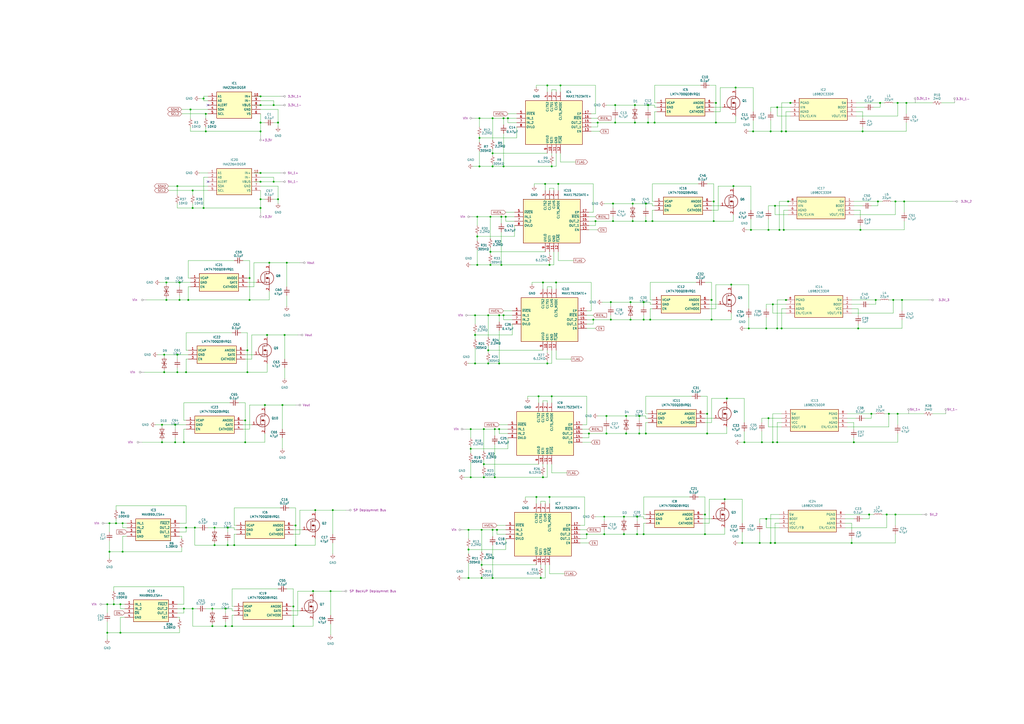
<source format=kicad_sch>
(kicad_sch (version 20250114) (generator "eeschema") (generator_version "9.0")
  (paper "A2")
  (junction (at 123.19 353.06))
  (junction (at 290.83 125.73))
  (junction (at 354.33 185.42))
  (junction (at 314.96 163.83))
  (junction (at 365.76 185.42))
  (junction (at 505.46 240.03))
  (junction (at 285.75 68.58))
  (junction (at 508 173.99))
  (junction (at 455.93 173.99))
  (junction (at 453.39 76.2))
  (junction (at 151.13 100.33))
  (junction (at 280.67 276.86))
  (junction (at 278.13 80.01))
  (junction (at 271.78 307.34))
  (junction (at 275.59 182.88))
  (junction (at 283.21 210.82))
  (junction (at 440.69 314.96))
  (junction (at 410.21 251.46))
  (junction (at 415.29 59.69))
  (junction (at 377.19 185.42))
  (junction (at 341.63 251.46))
  (junction (at 447.04 76.2))
  (junction (at 355.6 128.27))
  (junction (at 445.77 242.57))
  (junction (at 367.03 118.11))
  (junction (at 151.13 60.96))
  (junction (at 500.38 76.2))
  (junction (at 412.75 173.99))
  (junction (at 365.76 175.26))
  (junction (at 102.87 205.74))
  (junction (at 294.64 68.58))
  (junction (at 283.21 182.88))
  (junction (at 118.11 120.65))
  (junction (at 414.02 128.27))
  (junction (at 450.85 62.23))
  (junction (at 457.2 116.84))
  (junction (at 163.83 234.95))
  (junction (at 284.48 146.05))
  (junction (at 273.05 248.92))
  (junction (at 171.45 304.8))
  (junction (at 314.96 276.86))
  (junction (at 444.5 300.99))
  (junction (at 450.85 256.54))
  (junction (at 292.1 68.58))
  (junction (at 408.94 298.45))
  (junction (at 69.85 350.52))
  (junction (at 318.77 153.67))
  (junction (at 322.58 163.83))
  (junction (at 106.68 353.06))
  (junction (at 71.12 303.53))
  (junction (at 518.16 173.99))
  (junction (at 95.25 215.9))
  (junction (at 425.45 107.95))
  (junction (at 436.88 76.2))
  (junction (at 144.78 161.29))
  (junction (at 93.98 246.38))
  (junction (at 363.22 251.46))
  (junction (at 450.85 190.5))
  (junction (at 412.75 185.42))
  (junction (at 276.86 137.16))
  (junction (at 350.52 299.72))
  (junction (at 66.04 350.52))
  (junction (at 143.51 203.2))
  (junction (at 101.6 246.38))
  (junction (at 373.38 175.26))
  (junction (at 317.5 210.82))
  (junction (at 285.75 335.28))
  (junction (at 161.29 71.12))
  (junction (at 421.64 231.14))
  (junction (at 447.04 314.96))
  (junction (at 525.78 59.69))
  (junction (at 373.38 309.88))
  (junction (at 289.56 182.88))
  (junction (at 151.13 71.12))
  (junction (at 62.23 367.03))
  (junction (at 354.33 175.26))
  (junction (at 361.95 309.88))
  (junction (at 118.11 57.15))
  (junction (at 373.38 185.42))
  (junction (at 280.67 248.92))
  (junction (at 151.13 76.2))
  (junction (at 63.5 303.53))
  (junction (at 289.56 248.92))
  (junction (at 109.22 173.99))
  (junction (at 124.46 316.23))
  (junction (at 504.19 298.45))
  (junction (at 455.93 76.2))
  (junction (at 171.45 316.23))
  (junction (at 449.58 314.96))
  (junction (at 279.4 327.66))
  (junction (at 170.18 363.22))
  (junction (at 316.23 106.68))
  (junction (at 312.42 229.87))
  (junction (at 279.4 307.34))
  (junction (at 151.13 120.65))
  (junction (at 71.12 320.04))
  (junction (at 520.7 59.69))
  (junction (at 181.61 342.9))
  (junction (at 130.81 363.22))
  (junction (at 497.84 190.5))
  (junction (at 182.88 295.91))
  (junction (at 278.13 68.58))
  (junction (at 375.92 60.96))
  (junction (at 154.94 194.31))
  (junction (at 135.89 316.23))
  (junction (at 368.3 60.96))
  (junction (at 494.03 314.96))
  (junction (at 191.77 342.9))
  (junction (at 361.95 299.72))
  (junction (at 374.65 118.11))
  (junction (at 284.48 153.67))
  (junction (at 356.87 60.96))
  (junction (at 130.81 353.06))
  (junction (at 448.31 176.53))
  (junction (at 350.52 309.88))
  (junction (at 524.51 116.84))
  (junction (at 284.48 125.73))
  (junction (at 132.08 306.07))
  (junction (at 63.5 320.04))
  (junction (at 273.05 260.35))
  (junction (at 408.94 309.88))
  (junction (at 107.95 215.9))
  (junction (at 434.34 190.5))
  (junction (at 132.08 316.23))
  (junction (at 424.18 165.1))
  (junction (at 142.24 256.54))
  (junction (at 370.84 241.3))
  (junction (at 346.71 71.12))
  (junction (at 119.38 76.2))
  (junction (at 110.49 63.5))
  (junction (at 111.76 110.49))
  (junction (at 193.04 295.91))
  (junction (at 313.69 335.28))
  (junction (at 102.87 215.9))
  (junction (at 67.31 303.53))
  (junction (at 435.61 133.35))
  (junction (at 271.78 318.77))
  (junction (at 323.85 106.68))
  (junction (at 445.77 133.35))
  (junction (at 278.13 96.52))
  (junction (at 519.43 298.45))
  (junction (at 69.85 367.03))
  (junction (at 96.52 173.99))
  (junction (at 292.1 96.52))
  (junction (at 320.04 96.52))
  (junction (at 165.1 194.31))
  (junction (at 325.12 49.53))
  (junction (at 143.51 215.9))
  (junction (at 444.5 190.5))
  (junction (at 368.3 71.12))
  (junction (at 340.36 309.88))
  (junction (at 161.29 115.57))
  (junction (at 344.17 185.42))
  (junction (at 499.11 133.35))
  (junction (at 142.24 243.84))
  (junction (at 520.7 240.03))
  (junction (at 420.37 289.56))
  (junction (at 273.05 276.86))
  (junction (at 449.58 119.38))
  (junction (at 96.52 163.83))
  (junction (at 519.43 116.84))
  (junction (at 275.59 194.31))
  (junction (at 275.59 210.82))
  (junction (at 95.25 205.74))
  (junction (at 166.37 152.4))
  (junction (at 288.29 307.34))
  (junction (at 124.46 306.07))
  (junction (at 111.76 120.65))
  (junction (at 271.78 335.28))
  (junction (at 369.57 309.88))
  (junction (at 356.87 71.12))
  (junction (at 318.77 288.29))
  (junction (at 414.02 116.84))
  (junction (at 345.44 128.27))
  (junction (at 285.75 307.34))
  (junction (at 426.72 50.8))
  (junction (at 458.47 59.69))
  (junction (at 523.24 173.99))
  (junction (at 351.79 251.46))
  (junction (at 378.46 128.27))
  (junction (at 454.66 133.35))
  (junction (at 320.04 229.87))
  (junction (at 430.53 314.96))
  (junction (at 113.03 306.07))
  (junction (at 374.65 251.46))
  (junction (at 317.5 49.53))
  (junction (at 453.39 190.5))
  (junction (at 375.92 71.12))
  (junction (at 441.96 256.54))
  (junction (at 293.37 125.73))
  (junction (at 289.56 210.82))
  (junction (at 285.75 88.9))
  (junction (at 104.14 173.99))
  (junction (at 158.75 105.41))
  (junction (at 355.6 118.11))
  (junction (at 151.13 115.57))
  (junction (at 276.86 153.67))
  (junction (at 311.15 288.29))
  (junction (at 374.65 128.27))
  (junction (at 287.02 248.92))
  (junction (at 107.95 306.07))
  (junction (at 410.21 240.03))
  (junction (at 363.22 241.3))
  (junction (at 415.29 71.12))
  (junction (at 106.68 256.54))
  (junction (at 514.35 298.45))
  (junction (at 119.38 66.04))
  (junction (at 153.67 234.95))
  (junction (at 144.78 173.99))
  (junction (at 104.14 163.83))
  (junction (at 283.21 203.2))
  (junction (at 448.31 256.54))
  (junction (at 279.4 335.28))
  (junction (at 276.86 125.73))
  (junction (at 285.75 96.52))
  (junction (at 156.21 152.4))
  (junction (at 134.62 363.22))
  (junction (at 495.3 256.54))
  (junction (at 158.75 60.96))
  (junction (at 287.02 276.86))
  (junction (at 515.62 240.03))
  (junction (at 452.12 133.35))
  (junction (at 280.67 269.24))
  (junction (at 369.57 299.72))
  (junction (at 62.23 350.52))
  (junction (at 151.13 55.88))
  (junction (at 123.19 363.22))
  (junction (at 170.18 351.79))
  (junction (at 151.13 105.41))
  (junction (at 292.1 182.88))
  (junction (at 509.27 116.84))
  (junction (at 290.83 153.67))
  (junction (at 102.87 107.95))
  (junction (at 111.76 353.06))
  (junction (at 370.84 251.46))
  (junction (at 101.6 256.54))
  (junction (at 431.8 256.54))
  (junction (at 93.98 256.54))
  (junction (at 379.73 71.12))
  (junction (at 351.79 241.3))
  (junction (at 367.03 128.27))
  (junction (at 510.54 59.69))
  (no_connect (at 120.65 60.96))
  (no_connect (at 120.65 105.41))
  (wire (pts (xy 491.49 240.03) (xy 505.46 240.03)))
  (wire (pts (xy 317.5 209.55) (xy 317.5 210.82)))
  (wire (pts (xy 374.65 298.45) (xy 373.38 298.45)))
  (wire (pts (xy 285.75 95.25) (xy 285.75 96.52)))
  (wire (pts (xy 151.13 63.5) (xy 161.29 63.5)))
  (wire (pts (xy 355.6 118.11) (xy 367.03 118.11)))
  (wire (pts (xy 143.51 166.37) (xy 147.32 166.37)))
  (wire (pts (xy 320.04 167.64) (xy 320.04 166.37)))
  (wire (pts (xy 66.04 342.9) (xy 66.04 340.36)))
  (wire (pts (xy 496.57 242.57) (xy 491.49 242.57)))
  (wire (pts (xy 170.18 307.34) (xy 175.26 307.34)))
  (wire (pts (xy 102.87 120.65) (xy 111.76 120.65)))
  (wire (pts (xy 519.43 298.45) (xy 534.67 298.45)))
  (wire (pts (xy 494.03 312.42) (xy 494.03 314.96)))
  (wire (pts (xy 410.21 240.03) (xy 408.94 240.03)))
  (wire (pts (xy 346.71 241.3) (xy 351.79 241.3)))
  (wire (pts (xy 289.56 182.88) (xy 289.56 186.69)))
  (wire (pts (xy 140.97 151.13) (xy 144.78 151.13)))
  (wire (pts (xy 375.92 240.03) (xy 374.65 240.03)))
  (wire (pts (xy 316.23 327.66) (xy 316.23 335.28)))
  (wire (pts (xy 424.18 181.61) (xy 424.18 185.42)))
  (wire (pts (xy 147.32 60.96) (xy 151.13 60.96)))
  (wire (pts (xy 361.95 299.72) (xy 369.57 299.72)))
  (wire (pts (xy 448.31 176.53) (xy 448.31 181.61)))
  (wire (pts (xy 107.95 306.07) (xy 107.95 308.61)))
  (wire (pts (xy 62.23 303.53) (xy 63.5 303.53)))
  (wire (pts (xy 106.68 248.92) (xy 106.68 256.54)))
  (wire (pts (xy 110.49 63.5) (xy 120.65 63.5)))
  (wire (pts (xy 62.23 350.52) (xy 66.04 350.52)))
  (wire (pts (xy 519.43 124.46) (xy 495.3 124.46)))
  (wire (pts (xy 525.78 59.69) (xy 525.78 66.04)))
  (wire (pts (xy 158.75 71.12) (xy 161.29 71.12)))
  (wire (pts (xy 421.64 251.46) (xy 410.21 251.46)))
  (wire (pts (xy 289.56 191.77) (xy 289.56 210.82)))
  (wire (pts (xy 378.46 118.11) (xy 378.46 119.38)))
  (wire (pts (xy 520.7 240.03) (xy 520.7 246.38)))
  (wire (pts (xy 318.77 109.22) (xy 318.77 110.49)))
  (wire (pts (xy 321.31 153.67) (xy 318.77 153.67)))
  (wire (pts (xy 105.41 66.04) (xy 119.38 66.04)))
  (wire (pts (xy 101.6 246.38) (xy 107.95 246.38)))
  (wire (pts (xy 367.03 119.38) (xy 367.03 118.11)))
  (wire (pts (xy 445.77 121.92) (xy 445.77 119.38)))
  (wire (pts (xy 327.66 332.74) (xy 318.77 332.74)))
  (wire (pts (xy 346.71 71.12) (xy 342.9 71.12)))
  (wire (pts (xy 440.69 308.61) (xy 440.69 314.96)))
  (wire (pts (xy 515.62 240.03) (xy 515.62 247.65)))
  (wire (pts (xy 374.65 251.46) (xy 410.21 251.46)))
  (wire (pts (xy 412.75 121.92) (xy 416.56 121.92)))
  (wire (pts (xy 71.12 311.15) (xy 73.66 311.15)))
  (wire (pts (xy 311.15 50.8) (xy 311.15 49.53)))
  (wire (pts (xy 181.61 342.9) (xy 181.61 344.17)))
  (wire (pts (xy 130.81 363.22) (xy 134.62 363.22)))
  (wire (pts (xy 425.45 124.46) (xy 425.45 128.27)))
  (wire (pts (xy 497.84 179.07) (xy 497.84 182.88)))
  (wire (pts (xy 430.53 314.96) (xy 430.53 308.61)))
  (wire (pts (xy 421.64 231.14) (xy 421.64 232.41)))
  (wire (pts (xy 314.96 276.86) (xy 287.02 276.86)))
  (wire (pts (xy 135.89 294.64) (xy 162.56 294.64)))
  (wire (pts (xy 132.08 306.07) (xy 135.89 306.07)))
  (wire (pts (xy 377.19 163.83) (xy 403.86 163.83)))
  (wire (pts (xy 369.57 307.34) (xy 369.57 309.88)))
  (wire (pts (xy 66.04 350.52) (xy 69.85 350.52)))
  (wire (pts (xy 370.84 248.92) (xy 370.84 251.46)))
  (wire (pts (xy 410.21 106.68) (xy 414.02 106.68)))
  (wire (pts (xy 72.39 353.06) (xy 69.85 353.06)))
  (wire (pts (xy 508 176.53) (xy 504.19 176.53)))
  (wire (pts (xy 132.08 306.07) (xy 132.08 308.61)))
  (wire (pts (xy 107.95 306.07) (xy 104.14 306.07)))
  (wire (pts (xy 373.38 182.88) (xy 373.38 185.42)))
  (wire (pts (xy 444.5 306.07) (xy 452.12 306.07)))
  (wire (pts (xy 345.44 128.27) (xy 355.6 128.27)))
  (wire (pts (xy 280.67 248.92) (xy 287.02 248.92)))
  (wire (pts (xy 344.17 185.42) (xy 340.36 185.42)))
  (wire (pts (xy 518.16 173.99) (xy 518.16 181.61)))
  (wire (pts (xy 356.87 68.58) (xy 356.87 71.12)))
  (wire (pts (xy 275.59 210.82) (xy 283.21 210.82)))
  (wire (pts (xy 102.87 107.95) (xy 102.87 113.03)))
  (wire (pts (xy 316.23 106.68) (xy 309.88 106.68)))
  (wire (pts (xy 134.62 363.22) (xy 170.18 363.22)))
  (wire (pts (xy 278.13 68.58) (xy 285.75 68.58)))
  (wire (pts (xy 283.21 209.55) (xy 283.21 210.82)))
  (wire (pts (xy 156.21 152.4) (xy 156.21 153.67)))
  (wire (pts (xy 373.38 299.72) (xy 373.38 300.99)))
  (wire (pts (xy 411.48 49.53) (xy 415.29 49.53)))
  (wire (pts (xy 109.22 151.13) (xy 135.89 151.13)))
  (wire (pts (xy 450.85 62.23) (xy 450.85 67.31)))
  (wire (pts (xy 510.54 173.99) (xy 508 173.99)))
  (wire (pts (xy 370.84 251.46) (xy 374.65 251.46)))
  (wire (pts (xy 146.05 194.31) (xy 146.05 208.28)))
  (wire (pts (xy 168.91 354.33) (xy 173.99 354.33)))
  (wire (pts (xy 444.5 300.99) (xy 452.12 300.99)))
  (wire (pts (xy 341.63 123.19) (xy 344.17 123.19)))
  (wire (pts (xy 280.67 261.62) (xy 280.67 248.92)))
  (wire (pts (xy 374.65 241.3) (xy 374.65 242.57)))
  (wire (pts (xy 137.16 304.8) (xy 135.89 304.8)))
  (wire (pts (xy 431.8 231.14) (xy 421.64 231.14)))
  (wire (pts (xy 523.24 173.99) (xy 538.48 173.99)))
  (wire (pts (xy 508 173.99) (xy 508 176.53)))
  (wire (pts (xy 494.03 179.07) (xy 497.84 179.07)))
  (wire (pts (xy 97.79 107.95) (xy 102.87 107.95)))
  (wire (pts (xy 411.48 289.56) (xy 411.48 303.53)))
  (wire (pts (xy 345.44 130.81) (xy 345.44 128.27)))
  (wire (pts (xy 500.38 64.77) (xy 500.38 68.58)))
  (wire (pts (xy 275.59 194.31) (xy 275.59 196.85)))
  (wire (pts (xy 191.77 368.3) (xy 191.77 361.95)))
  (wire (pts (xy 299.72 73.66) (xy 299.72 80.01)))
  (wire (pts (xy 420.37 309.88) (xy 408.94 309.88)))
  (wire (pts (xy 447.04 298.45) (xy 452.12 298.45)))
  (wire (pts (xy 411.48 179.07) (xy 415.29 179.07)))
  (wire (pts (xy 341.63 125.73) (xy 345.44 125.73)))
  (wire (pts (xy 293.37 125.73) (xy 293.37 128.27)))
  (wire (pts (xy 151.13 78.74) (xy 151.13 76.2)))
  (wire (pts (xy 102.87 118.11) (xy 102.87 120.65)))
  (wire (pts (xy 104.14 359.41) (xy 104.14 358.14)))
  (wire (pts (xy 337.82 256.54) (xy 342.9 256.54)))
  (wire (pts (xy 124.46 307.34) (xy 124.46 306.07)))
  (wire (pts (xy 71.12 303.53) (xy 71.12 306.07)))
  (wire (pts (xy 363.22 241.3) (xy 370.84 241.3)))
  (wire (pts (xy 351.79 251.46) (xy 363.22 251.46)))
  (wire (pts (xy 275.59 182.88) (xy 275.59 187.96)))
  (wire (pts (xy 284.48 125.73) (xy 290.83 125.73)))
  (wire (pts (xy 370.84 241.3) (xy 374.65 241.3)))
  (wire (pts (xy 520.7 240.03) (xy 535.94 240.03)))
  (wire (pts (xy 105.41 63.5) (xy 110.49 63.5)))
  (wire (pts (xy 153.67 234.95) (xy 163.83 234.95)))
  (wire (pts (xy 449.58 119.38) (xy 449.58 124.46)))
  (wire (pts (xy 118.11 57.15) (xy 118.11 55.88)))
  (wire (pts (xy 342.9 73.66) (xy 346.71 73.66)))
  (wire (pts (xy 367.03 128.27) (xy 367.03 127)))
  (wire (pts (xy 147.32 105.41) (xy 151.13 105.41)))
  (wire (pts (xy 345.44 299.72) (xy 350.52 299.72)))
  (wire (pts (xy 378.46 121.92) (xy 379.73 121.92)))
  (wire (pts (xy 119.38 353.06) (xy 123.19 353.06)))
  (wire (pts (xy 506.73 298.45) (xy 504.19 298.45)))
  (wire (pts (xy 453.39 76.2) (xy 455.93 76.2)))
  (wire (pts (xy 448.31 181.61) (xy 455.93 181.61)))
  (wire (pts (xy 130.81 353.06) (xy 130.81 355.6)))
  (wire (pts (xy 106.68 353.06) (xy 102.87 353.06)))
  (wire (pts (xy 417.83 50.8) (xy 426.72 50.8)))
  (wire (pts (xy 454.66 133.35) (xy 499.11 133.35)))
  (wire (pts (xy 271.78 317.5) (xy 271.78 318.77)))
  (wire (pts (xy 193.04 321.31) (xy 193.04 314.96)))
  (wire (pts (xy 144.78 161.29) (xy 144.78 173.99)))
  (wire (pts (xy 370.84 241.3) (xy 370.84 243.84)))
  (wire (pts (xy 374.65 118.11) (xy 378.46 118.11)))
  (wire (pts (xy 444.5 179.07) (xy 444.5 176.53)))
  (wire (pts (xy 284.48 153.67) (xy 290.83 153.67)))
  (wire (pts (xy 541.02 240.03) (xy 548.64 240.03)))
  (wire (pts (xy 321.31 146.05) (xy 321.31 153.67)))
  (wire (pts (xy 170.18 351.79) (xy 170.18 363.22)))
  (wire (pts (xy 97.79 110.49) (xy 111.76 110.49)))
  (wire (pts (xy 113.03 316.23) (xy 124.46 316.23)))
  (wire (pts (xy 71.12 311.15) (xy 71.12 320.04)))
  (wire (pts (xy 520.7 59.69) (xy 525.78 59.69)))
  (wire (pts (xy 276.86 135.89) (xy 276.86 137.16)))
  (wire (pts (xy 414.02 106.68) (xy 414.02 116.84)))
  (wire (pts (xy 435.61 107.95) (xy 435.61 121.92)))
  (wire (pts (xy 151.13 110.49) (xy 151.13 115.57)))
  (wire (pts (xy 153.67 251.46) (xy 153.67 256.54)))
  (wire (pts (xy 271.78 318.77) (xy 271.78 321.31)))
  (wire (pts (xy 411.48 176.53) (xy 416.56 176.53)))
  (wire (pts (xy 440.69 300.99) (xy 444.5 300.99)))
  (wire (pts (xy 426.72 71.12) (xy 415.29 71.12)))
  (wire (pts (xy 337.82 246.38) (xy 340.36 246.38)))
  (wire (pts (xy 73.66 306.07) (xy 71.12 306.07)))
  (wire (pts (xy 436.88 50.8) (xy 436.88 64.77)))
  (wire (pts (xy 167.64 294.64) (xy 171.45 294.64)))
  (wire (pts (xy 495.3 254) (xy 495.3 256.54)))
  (wire (pts (xy 283.21 200.66) (xy 283.21 203.2)))
  (wire (pts (xy 414.02 64.77) (xy 417.83 64.77)))
  (wire (pts (xy 165.1 219.71) (xy 165.1 213.36)))
  (wire (pts (xy 373.38 309.88) (xy 408.94 309.88)))
  (wire (pts (xy 411.48 289.56) (xy 420.37 289.56)))
  (wire (pts (xy 453.39 190.5) (xy 497.84 190.5)))
  (wire (pts (xy 448.31 176.53) (xy 455.93 176.53)))
  (wire (pts (xy 288.29 304.8) (xy 293.37 304.8)))
  (wire (pts (xy 115.57 100.33) (xy 120.65 100.33)))
  (wire (pts (xy 516.89 116.84) (xy 519.43 116.84)))
  (wire (pts (xy 415.29 165.1) (xy 424.18 165.1)))
  (wire (pts (xy 444.5 184.15) (xy 444.5 190.5)))
  (wire (pts (xy 274.32 96.52) (xy 278.13 96.52)))
  (wire (pts (xy 123.19 353.06) (xy 130.81 353.06)))
  (wire (pts (xy 275.59 68.58) (xy 278.13 68.58)))
  (wire (pts (xy 318.77 153.67) (xy 290.83 153.67)))
  (wire (pts (xy 504.19 300.99) (xy 500.38 300.99)))
  (wire (pts (xy 294.64 68.58) (xy 294.64 71.12)))
  (wire (pts (xy 317.5 232.41) (xy 314.96 232.41)))
  (wire (pts (xy 124.46 316.23) (xy 132.08 316.23)))
  (wire (pts (xy 379.73 60.96) (xy 379.73 62.23)))
  (wire (pts (xy 374.65 118.11) (xy 374.65 120.65)))
  (wire (pts (xy 134.62 356.87) (xy 134.62 363.22)))
  (wire (pts (xy 345.44 128.27) (xy 341.63 128.27)))
  (wire (pts (xy 284.48 152.4) (xy 284.48 153.67)))
  (wire (pts (xy 408.94 163.83) (xy 412.75 163.83)))
  (wire (pts (xy 336.55 304.8) (xy 339.09 304.8)))
  (wire (pts (xy 435.61 133.35) (xy 435.61 127)))
  (wire (pts (xy 135.89 309.88) (xy 135.89 316.23)))
  (wire (pts (xy 499.11 130.81) (xy 499.11 133.35)))
  (wire (pts (xy 515.62 247.65) (xy 491.49 247.65)))
  (wire (pts (xy 410.21 229.87) (xy 410.21 240.03)))
  (wire (pts (xy 341.63 254) (xy 341.63 251.46)))
  (wire (pts (xy 69.85 350.52) (xy 69.85 353.06)))
  (wire (pts (xy 334.01 93.98) (xy 325.12 93.98)))
  (wire (pts (xy 106.68 350.52) (xy 102.87 350.52)))
  (wire (pts (xy 111.76 363.22) (xy 123.19 363.22)))
  (wire (pts (xy 283.21 210.82) (xy 289.56 210.82)))
  (wire (pts (xy 323.85 151.13) (xy 323.85 146.05)))
  (wire (pts (xy 293.37 123.19) (xy 298.45 123.19)))
  (wire (pts (xy 123.19 354.33) (xy 123.19 353.06)))
  (wire (pts (xy 292.1 68.58) (xy 292.1 72.39)))
  (wire (pts (xy 331.47 208.28) (xy 322.58 208.28)))
  (wire (pts (xy 124.46 306.07) (xy 132.08 306.07)))
  (wire (pts (xy 151.13 55.88) (xy 162.56 55.88)))
  (wire (pts (xy 280.67 266.7) (xy 280.67 269.24)))
  (wire (pts (xy 415.29 59.69) (xy 414.02 59.69)))
  (wire (pts (xy 144.78 161.29) (xy 143.51 161.29)))
  (wire (pts (xy 449.58 314.96) (xy 494.03 314.96)))
  (wire (pts (xy 144.78 234.95) (xy 144.78 248.92)))
  (wire (pts (xy 369.57 299.72) (xy 373.38 299.72)))
  (wire (pts (xy 113.03 306.07) (xy 113.03 316.23)))
  (wire (pts (xy 298.45 125.73) (xy 293.37 125.73)))
  (wire (pts (xy 309.88 107.95) (xy 309.88 106.68)))
  (wire (pts (xy 314.96 270.51) (xy 314.96 269.24)))
  (wire (pts (xy 168.91 356.87) (xy 172.72 356.87)))
  (wire (pts (xy 379.73 49.53) (xy 379.73 59.69)))
  (wire (pts (xy 415.29 49.53) (xy 415.29 59.69)))
  (wire (pts (xy 431.8 256.54) (xy 431.8 250.19)))
  (wire (pts (xy 153.67 256.54) (xy 142.24 256.54)))
  (wire (pts (xy 344.17 187.96) (xy 344.17 185.42)))
  (wire (pts (xy 294.64 254) (xy 294.64 260.35)))
  (wire (pts (xy 447.04 298.45) (xy 447.04 314.96)))
  (wire (pts (xy 109.22 203.2) (xy 107.95 203.2)))
  (wire (pts (xy 318.77 292.1) (xy 318.77 288.29)))
  (wire (pts (xy 378.46 106.68) (xy 405.13 106.68)))
  (wire (pts (xy 292.1 77.47) (xy 292.1 96.52)))
  (wire (pts (xy 163.83 260.35) (xy 163.83 254)))
  (wire (pts (xy 378.46 128.27) (xy 414.02 128.27)))
  (wire (pts (xy 340.36 312.42) (xy 340.36 309.88)))
  (wire (pts (xy 412.75 231.14) (xy 412.75 245.11)))
  (wire (pts (xy 374.65 128.27) (xy 378.46 128.27)))
  (wire (pts (xy 279.4 328.93) (xy 279.4 327.66)))
  (wire (pts (xy 350.52 309.88) (xy 361.95 309.88)))
  (wire (pts (xy 363.22 251.46) (xy 363.22 250.19)))
  (wire (pts (xy 271.78 326.39) (xy 271.78 335.28)))
  (wire (pts (xy 494.03 314.96) (xy 519.43 314.96)))
  (wire (pts (xy 283.21 195.58) (xy 283.21 182.88)))
  (wire (pts (xy 62.23 360.68) (xy 62.23 367.03)))
  (wire (pts (xy 273.05 260.35) (xy 294.64 260.35)))
  (wire (pts (xy 165.1 194.31) (xy 172.72 194.31)))
  (wire (pts (xy 288.29 307.34) (xy 288.29 309.88)))
  (wire (pts (xy 367.03 128.27) (xy 374.65 128.27)))
  (wire (pts (xy 412.75 119.38) (xy 417.83 119.38)))
  (wire (pts (xy 135.89 307.34) (xy 137.16 307.34)))
  (wire (pts (xy 144.78 234.95) (xy 153.67 234.95)))
  (wire (pts (xy 107.95 306.07) (xy 113.03 306.07)))
  (wire (pts (xy 120.65 306.07) (xy 124.46 306.07)))
  (wire (pts (xy 377.19 179.07) (xy 378.46 179.07)))
  (wire (pts (xy 405.13 288.29) (xy 408.94 288.29)))
  (wire (pts (xy 355.6 125.73) (xy 355.6 128.27)))
  (wire (pts (xy 367.03 118.11) (xy 374.65 118.11)))
  (wire (pts (xy 369.57 309.88) (xy 373.38 309.88)))
  (wire (pts (xy 166.37 177.8) (xy 166.37 171.45)))
  (wire (pts (xy 101.6 254) (xy 101.6 256.54)))
  (wire (pts (xy 158.75 115.57) (xy 161.29 115.57)))
  (wire (pts (xy 377.19 185.42) (xy 412.75 185.42)))
  (wire (pts (xy 525.78 59.69) (xy 541.02 59.69)))
  (wire (pts (xy 351.79 60.96) (xy 356.87 60.96)))
  (wire (pts (xy 342.9 163.83) (xy 322.58 163.83)))
  (wire (pts (xy 449.58 124.46) (xy 457.2 124.46)))
  (wire (pts (xy 273.05 267.97) (xy 273.05 276.86)))
  (wire (pts (xy 374.65 229.87) (xy 374.65 240.03)))
  (wire (pts (xy 110.49 161.29) (xy 109.22 161.29)))
  (wire (pts (xy 311.15 288.29) (xy 311.15 292.1)))
  (wire (pts (xy 119.38 73.66) (xy 119.38 76.2)))
  (wire (pts (xy 344.17 185.42) (xy 354.33 185.42)))
  (wire (pts (xy 314.96 232.41) (xy 314.96 233.68)))
  (wire (pts (xy 85.09 173.99) (xy 96.52 173.99)))
  (wire (pts (xy 340.36 309.88) (xy 350.52 309.88)))
  (wire (pts (xy 285.75 316.23) (xy 285.75 335.28)))
  (wire (pts (xy 292.1 185.42) (xy 297.18 185.42)))
  (wire (pts (xy 146.05 194.31) (xy 154.94 194.31)))
  (wire (pts (xy 274.32 125.73) (xy 276.86 125.73)))
  (wire (pts (xy 109.22 166.37) (xy 109.22 173.99)))
  (wire (pts (xy 289.56 251.46) (xy 294.64 251.46)))
  (wire (pts (xy 119.38 76.2) (xy 151.13 76.2)))
  (wire (pts (xy 140.97 246.38) (xy 146.05 246.38)))
  (wire (pts (xy 406.4 229.87) (xy 410.21 229.87)))
  (wire (pts (xy 445.77 133.35) (xy 452.12 133.35)))
  (wire (pts (xy 104.14 171.45) (xy 104.14 173.99)))
  (wire (pts (xy 142.24 205.74) (xy 147.32 205.74)))
  (wire (pts (xy 444.5 300.99) (xy 444.5 306.07)))
  (wire (pts (xy 518.16 173.99) (xy 523.24 173.99)))
  (wire (pts (xy 455.93 64.77) (xy 458.47 64.77)))
  (wire (pts (xy 166.37 152.4) (xy 166.37 166.37)))
  (wire (pts (xy 322.58 88.9) (xy 322.58 96.52)))
  (wire (pts (xy 62.23 367.03) (xy 62.23 370.84)))
  (wire (pts (xy 408.94 298.45) (xy 408.94 309.88)))
  (wire (pts (xy 162.56 105.41) (xy 158.75 105.41)))
  (wire (pts (xy 287.02 248.92) (xy 287.02 252.73)))
  (wire (pts (xy 316.23 335.28) (xy 313.69 335.28)))
  (wire (pts (xy 314.96 163.83) (xy 308.61 163.83)))
  (wire (pts (xy 373.38 288.29) (xy 373.38 298.45)))
  (wire (pts (xy 82.55 256.54) (xy 93.98 256.54)))
  (wire (pts (xy 276.86 137.16) (xy 298.45 137.16)))
  (wire (pts (xy 292.1 182.88) (xy 292.1 185.42)))
  (wire (pts (xy 375.92 68.58) (xy 375.92 71.12)))
  (wire (pts (xy 515.62 240.03) (xy 520.7 240.03)))
  (wire (pts (xy 273.05 259.08) (xy 273.05 260.35)))
  (wire (pts (xy 452.12 116.84) (xy 457.2 116.84)))
  (wire (pts (xy 102.87 205.74) (xy 102.87 208.28)))
  (wire (pts (xy 269.24 307.34) (xy 271.78 307.34)))
  (wire (pts (xy 452.12 133.35) (xy 454.66 133.35)))
  (wire (pts (xy 513.08 240.03) (xy 515.62 240.03)))
  (wire (pts (xy 431.8 190.5) (xy 434.34 190.5)))
  (wire (pts (xy 66.04 340.36) (xy 106.68 340.36)))
  (wire (pts (xy 118.11 120.65) (xy 151.13 120.65)))
  (wire (pts (xy 316.23 292.1) (xy 316.23 290.83)))
  (wire (pts (xy 102.87 213.36) (xy 102.87 215.9)))
  (wire (pts (xy 294.64 248.92) (xy 289.56 248.92)))
  (wire (pts (xy 276.86 125.73) (xy 284.48 125.73)))
  (wire (pts (xy 278.13 68.58) (xy 278.13 73.66)))
  (wire (pts (xy 276.86 144.78) (xy 276.86 153.67)))
  (wire (pts (xy 273.05 153.67) (xy 276.86 153.67)))
  (wire (pts (xy 447.04 62.23) (xy 450.85 62.23)))
  (wire (pts (xy 102.87 107.95) (xy 120.65 107.95)))
  (wire (pts (xy 280.67 275.59) (xy 280.67 276.86)))
  (wire (pts (xy 448.31 240.03) (xy 448.31 256.54)))
  (wire (pts (xy 172.72 342.9) (xy 172.72 356.87)))
  (wire (pts (xy 490.22 298.45) (xy 504.19 298.45)))
  (wire (pts (xy 320.04 95.25) (xy 320.04 96.52)))
  (wire (pts (xy 450.85 173.99) (xy 455.93 173.99)))
  (wire (pts (xy 363.22 242.57) (xy 363.22 241.3)))
  (wire (pts (xy 285.75 81.28) (xy 285.75 68.58)))
  (wire (pts (xy 407.67 300.99) (xy 412.75 300.99)))
  (wire (pts (xy 426.72 67.31) (xy 426.72 71.12)))
  (wire (pts (xy 119.38 66.04) (xy 119.38 68.58)))
  (wire (pts (xy 63.5 313.69) (xy 63.5 320.04)))
  (wire (pts (xy 93.98 247.65) (xy 93.98 246.38)))
  (wire (pts (xy 297.18 182.88) (xy 292.1 182.88)))
  (wire (pts (xy 134.62 341.63) (xy 134.62 351.79)))
  (wire (pts (xy 278.13 87.63) (xy 278.13 96.52)))
  (wire (pts (xy 368.3 71.12) (xy 375.92 71.12)))
  (wire (pts (xy 318.77 152.4) (xy 318.77 153.67)))
  (wire (pts (xy 499.11 121.92) (xy 499.11 125.73)))
  (wire (pts (xy 191.77 342.9) (xy 191.77 356.87)))
  (wire (pts (xy 90.17 246.38) (xy 93.98 246.38)))
  (wire (pts (xy 379.73 49.53) (xy 406.4 49.53)))
  (wire (pts (xy 491.49 245.11) (xy 495.3 245.11)))
  (wire (pts (xy 408.94 242.57) (xy 414.02 242.57)))
  (wire (pts (xy 154.94 210.82) (xy 154.94 215.9)))
  (wire (pts (xy 106.68 353.06) (xy 111.76 353.06)))
  (wire (pts (xy 524.51 116.84) (xy 552.45 116.84)))
  (wire (pts (xy 322.58 208.28) (xy 322.58 203.2)))
  (wire (pts (xy 441.96 245.11) (xy 441.96 242.57)))
  (wire (pts (xy 374.65 229.87) (xy 401.32 229.87)))
  (wire (pts (xy 378.46 106.68) (xy 378.46 116.84)))
  (wire (pts (xy 120.65 58.42) (xy 118.11 58.42)))
  (wire (pts (xy 435.61 133.35) (xy 445.77 133.35)))
  (wire (pts (xy 339.09 288.29) (xy 318.77 288.29)))
  (wire (pts (xy 297.18 187.96) (xy 297.18 194.31)))
  (wire (pts (xy 429.26 256.54) (xy 431.8 256.54)))
  (wire (pts (xy 457.2 173.99) (xy 455.93 173.99)))
  (wire (pts (xy 135.89 294.64) (xy 135.89 304.8)))
  (wire (pts (xy 292.1 180.34) (xy 297.18 180.34)))
  (wire (pts (xy 118.11 58.42) (xy 118.11 57.15)))
  (wire (pts (xy 118.11 102.87) (xy 118.11 120.65)))
  (wire (pts (xy 120.65 102.87) (xy 118.11 102.87)))
  (wire (pts (xy 509.27 119.38) (xy 505.46 119.38)))
  (wire (pts (xy 115.57 57.15) (xy 118.11 57.15)))
  (wire (pts (xy 345.44 49.53) (xy 325.12 49.53)))
  (wire (pts (xy 270.51 248.92) (xy 273.05 248.92)))
  (wire (pts (xy 280.67 270.51) (xy 280.67 269.24)))
  (wire (pts (xy 504.19 298.45) (xy 504.19 300.99)))
  (wire (pts (xy 519.43 309.88) (xy 519.43 314.96)))
  (wire (pts (xy 275.59 193.04) (xy 275.59 194.31)))
  (wire (pts (xy 434.34 190.5) (xy 444.5 190.5)))
  (wire (pts (xy 106.68 256.54) (xy 142.24 256.54)))
  (wire (pts (xy 170.18 341.63) (xy 170.18 351.79)))
  (wire (pts (xy 276.86 153.67) (xy 284.48 153.67)))
  (wire (pts (xy 132.08 316.23) (xy 135.89 316.23)))
  (wire (pts (xy 171.45 304.8) (xy 171.45 316.23)))
  (wire (pts (xy 410.21 240.03) (xy 410.21 251.46)))
  (wire (pts (xy 320.04 233.68) (xy 320.04 229.87)))
  (wire (pts (xy 308.61 165.1) (xy 308.61 163.83)))
  (wire (pts (xy 283.21 182.88) (xy 289.56 182.88)))
  (wire (pts (xy 147.32 152.4) (xy 156.21 152.4)))
  (wire (pts (xy 434.34 165.1) (xy 434.34 179.07)))
  (wire (pts (xy 340.36 309.88) (xy 336.55 309.88)))
  (wire (pts (xy 368.3 62.23) (xy 368.3 60.96)))
  (wire (pts (xy 318.77 147.32) (xy 318.77 146.05)))
  (wire (pts (xy 285.75 88.9) (xy 317.5 88.9)))
  (wire (pts (xy 153.67 71.12) (xy 151.13 71.12)))
  (wire (pts (xy 69.85 350.52) (xy 72.39 350.52)))
  (wire (pts (xy 320.04 203.2) (xy 320.04 210.82)))
  (wire (pts (xy 354.33 175.26) (xy 354.33 177.8)))
  (wire (pts (xy 340.36 229.87) (xy 320.04 229.87)))
  (wire (pts (xy 161.29 115.57) (xy 161.29 118.11)))
  (wire (pts (xy 414.02 62.23) (xy 419.1 62.23)))
  (wire (pts (xy 151.13 105.41) (xy 158.75 105.41)))
  (wire (pts (xy 109.22 173.99) (xy 144.78 173.99)))
  (wire (pts (xy 279.4 335.28) (xy 285.75 335.28)))
  (wire (pts (xy 276.86 137.16) (xy 276.86 139.7)))
  (wire (pts (xy 415.29 165.1) (xy 415.29 179.07)))
  (wire (pts (xy 453.39 179.07) (xy 455.93 179.07)))
  (wire (pts (xy 373.38 303.53) (xy 374.65 303.53)))
  (wire (pts (xy 138.43 233.68) (xy 142.24 233.68)))
  (wire (pts (xy 441.96 242.57) (xy 445.77 242.57)))
  (wire (pts (xy 440.69 314.96) (xy 447.04 314.96)))
  (wire (pts (xy 288.29 309.88) (xy 293.37 309.88)))
  (wire (pts (xy 445.77 247.65) (xy 453.39 247.65)))
  (wire (pts (xy 166.37 152.4) (xy 173.99 152.4)))
  (wire (pts (xy 123.19 363.22) (xy 123.19 361.95)))
  (wire (pts (xy 193.04 295.91) (xy 193.04 309.88)))
  (wire (pts (xy 110.49 73.66) (xy 110.49 76.2)))
  (wire (pts (xy 447.04 76.2) (xy 453.39 76.2)))
  (wire (pts (xy 408.94 288.29) (xy 408.94 298.45)))
  (wire (pts (xy 106.68 233.68) (xy 106.68 243.84)))
  (wire (pts (xy 153.67 115.57) (xy 151.13 115.57)))
  (wire (pts (xy 182.88 295.91) (xy 182.88 297.18)))
  (wire (pts (xy 83.82 215.9) (xy 95.25 215.9)))
  (wire (pts (xy 450.85 62.23) (xy 458.47 62.23)))
  (wire (pts (xy 497.84 190.5) (xy 523.24 190.5)))
  (wire (pts (xy 519.43 298.45) (xy 519.43 304.8)))
  (wire (pts (xy 520.7 67.31) (xy 496.57 67.31)))
  (wire (pts (xy 278.13 78.74) (xy 278.13 80.01)))
  (wire (pts (xy 284.48 143.51) (xy 284.48 146.05)))
  (wire (pts (xy 317.5 210.82) (xy 289.56 210.82)))
  (wire (pts (xy 322.58 52.07) (xy 320.04 52.07)))
  (wire (pts (xy 144.78 151.13) (xy 144.78 161.29)))
  (wire (pts (xy 337.82 254) (xy 341.63 254)))
  (wire (pts (xy 288.29 307.34) (xy 285.75 307.34)))
  (wire (pts (xy 424.18 165.1) (xy 424.18 166.37)))
  (wire (pts (xy 447.04 69.85) (xy 447.04 76.2)))
  (wire (pts (xy 511.81 116.84) (xy 509.27 116.84)))
  (wire (pts (xy 514.35 298.45) (xy 519.43 298.45)))
  (wire (pts (xy 276.86 125.73) (xy 276.86 130.81)))
  (wire (pts (xy 279.4 307.34) (xy 285.75 307.34)))
  (wire (pts (xy 408.94 245.11) (xy 412.75 245.11)))
  (wire (pts (xy 104.14 163.83) (xy 104.14 166.37)))
  (wire (pts (xy 520.7 59.69) (xy 520.7 67.31)))
  (wire (pts (xy 368.3 60.96) (xy 375.92 60.96)))
  (wire (pts (xy 341.63 251.46) (xy 337.82 251.46)))
  (wire (pts (xy 147.32 55.88) (xy 151.13 55.88)))
  (wire (pts (xy 294.64 66.04) (xy 299.72 66.04)))
  (wire (pts (xy 130.81 360.68) (xy 130.81 363.22)))
  (wire (pts (xy 379.73 116.84) (xy 378.46 116.84)))
  (wire (pts (xy 501.65 62.23) (xy 496.57 62.23)))
  (wire (pts (xy 317.5 166.37) (xy 317.5 167.64)))
  (wire (pts (xy 318.77 332.74) (xy 318.77 327.66)))
  (wire (pts (xy 515.62 173.99) (xy 518.16 173.99)))
  (wire (pts (xy 130.81 353.06) (xy 134.62 353.06)))
  (wire (pts (xy 151.13 115.57) (xy 151.13 120.65)))
  (wire (pts (xy 445.77 242.57) (xy 445.77 247.65)))
  (wire (pts (xy 374.65 245.11) (xy 375.92 245.11)))
  (wire (pts (xy 320.04 210.82) (xy 317.5 210.82)))
  (wire (pts (xy 430.53 289.56) (xy 420.37 289.56)))
  (wire (pts (xy 161.29 107.95) (xy 161.29 115.57)))
  (wire (pts (xy 450.85 190.5) (xy 453.39 190.5)))
  (wire (pts (xy 496.57 64.77) (xy 500.38 64.77)))
  (wire (pts (xy 107.95 208.28) (xy 109.22 208.28)))
  (wire (pts (xy 346.71 71.12) (xy 356.87 71.12)))
  (wire (pts (xy 365.76 185.42) (xy 365.76 184.15)))
  (wire (pts (xy 104.14 358.14) (xy 102.87 358.14)))
  (wire (pts (xy 337.82 248.92) (xy 341.63 248.92)))
  (wire (pts (xy 279.4 320.04) (xy 279.4 307.34)))
  (wire (pts (xy 111.76 110.49) (xy 120.65 110.49)))
  (wire (pts (xy 344.17 106.68) (xy 323.85 106.68)))
  (wire (pts (xy 158.75 60.96) (xy 158.75 58.42)))
  (wire (pts (xy 285.75 90.17) (xy 285.75 88.9)))
  (wire (pts (xy 365.76 175.26) (xy 373.38 175.26)))
  (wire (pts (xy 158.75 58.42) (xy 151.13 58.42)))
  (wire (pts (xy 373.38 175.26) (xy 377.19 175.26)))
  (wire (pts (xy 500.38 73.66) (xy 500.38 76.2)))
  (wire (pts (xy 458.47 116.84) (xy 457.2 116.84)))
  (wire (pts (xy 161.29 63.5) (xy 161.29 71.12)))
  (wire (pts (xy 283.21 203.2) (xy 314.96 203.2)))
  (wire (pts (xy 524.51 128.27) (xy 524.51 133.35)))
  (wire (pts (xy 166.37 341.63) (xy 170.18 341.63)))
  (wire (pts (xy 134.62 341.63) (xy 161.29 341.63)))
  (wire (pts (xy 273.05 260.35) (xy 273.05 262.89)))
  (wire (pts (xy 447.04 64.77) (xy 447.04 62.23)))
  (wire (pts (xy 102.87 205.74) (xy 109.22 205.74)))
  (wire (pts (xy 306.07 231.14) (xy 306.07 229.87)))
  (wire (pts (xy 66.04 347.98) (xy 66.04 350.52)))
  (wire (pts (xy 110.49 76.2) (xy 119.38 76.2)))
  (wire (pts (xy 426.72 50.8) (xy 426.72 52.07)))
  (wire (pts (xy 271.78 210.82) (xy 275.59 210.82)))
  (wire (pts (xy 508 240.03) (xy 505.46 240.03)))
  (wire (pts (xy 450.85 256.54) (xy 495.3 256.54)))
  (wire (pts (xy 525.78 71.12) (xy 525.78 76.2)))
  (wire (pts (xy 441.96 256.54) (xy 448.31 256.54)))
  (wire (pts (xy 69.85 358.14) (xy 72.39 358.14)))
  (wire (pts (xy 284.48 138.43) (xy 284.48 125.73)))
  (wire (pts (xy 313.69 328.93) (xy 313.69 327.66)))
  (wire (pts (xy 292.1 182.88) (xy 289.56 182.88)))
  (wire (pts (xy 408.94 298.45) (xy 407.67 298.45)))
  (wire (pts (xy 495.3 121.92) (xy 499.11 121.92)))
  (wire (pts (xy 354.33 182.88) (xy 354.33 185.42)))
  (wire (pts (xy 143.51 203.2) (xy 142.24 203.2)))
  (wire (pts (xy 275.59 194.31) (xy 297.18 194.31)))
  (wire (pts (xy 546.1 59.69) (xy 553.72 59.69)))
  (wire (pts (xy 294.64 71.12) (xy 299.72 71.12)))
  (wire (pts (xy 519.43 116.84) (xy 524.51 116.84)))
  (wire (pts (xy 497.84 187.96) (xy 497.84 190.5)))
  (wire (pts (xy 182.88 295.91) (xy 193.04 295.91)))
  (wire (pts (xy 361.95 309.88) (xy 369.57 309.88)))
  (wire (pts (xy 420.37 289.56) (xy 420.37 290.83)))
  (wire (pts (xy 509.27 116.84) (xy 509.27 119.38)))
  (wire (pts (xy 340.36 180.34) (xy 342.9 180.34)))
  (wire (pts (xy 342.9 76.2) (xy 347.98 76.2)))
  (wire (pts (xy 106.68 353.06) (xy 106.68 355.6)))
  (wire (pts (xy 495.3 245.11) (xy 495.3 248.92)))
  (wire (pts (xy 434.34 76.2) (xy 436.88 76.2)))
  (wire (pts (xy 373.38 185.42) (xy 377.19 185.42)))
  (wire (pts (xy 449.58 303.53) (xy 452.12 303.53)))
  (wire (pts (xy 322.58 163.83) (xy 314.96 163.83)))
  (wire (pts (xy 278.13 96.52) (xy 285.75 96.52)))
  (wire (pts (xy 312.42 229.87) (xy 312.42 233.68)))
  (wire (pts (xy 105.41 312.42) (xy 105.41 311.15)))
  (wire (pts (xy 142.24 243.84) (xy 140.97 243.84)))
  (wire (pts (xy 350.52 307.34) (xy 350.52 309.88)))
  (wire (pts (xy 279.4 327.66) (xy 311.15 327.66)))
  (wire (pts (xy 170.18 351.79) (xy 168.91 351.79)))
  (wire (pts (xy 67.31 303.53) (xy 71.12 303.53)))
  (wire (pts (xy 455.93 76.2) (xy 500.38 76.2)))
  (wire (pts (xy 135.89 306.07) (xy 135.89 307.34)))
  (wire (pts (xy 63.5 303.53) (xy 67.31 303.53)))
  (wire (pts (xy 269.24 276.86) (xy 273.05 276.86)))
  (wire (pts (xy 67.31 295.91) (xy 67.31 293.37)))
  (wire (pts (xy 273.05 182.88) (xy 275.59 182.88)))
  (wire (pts (xy 377.19 175.26) (xy 377.19 176.53)))
  (wire (pts (xy 378.46 173.99) (xy 377.19 173.99)))
  (wire (pts (xy 336.55 312.42) (xy 340.36 312.42)))
  (wire (pts (xy 271.78 307.34) (xy 279.4 307.34)))
  (wire (pts (xy 320.04 90.17) (xy 320.04 88.9)))
  (wire (pts (xy 431.8 231.14) (xy 431.8 245.11)))
  (wire (pts (xy 373.38 303.53) (xy 373.38 309.88)))
  (wire (pts (xy 62.23 367.03) (xy 69.85 367.03)))
  (wire (pts (xy 374.65 242.57) (xy 375.92 242.57)))
  (wire (pts (xy 325.12 49.53) (xy 317.5 49.53)))
  (wire (pts (xy 107.95 293.37) (xy 107.95 303.53)))
  (wire (pts (xy 285.75 307.34) (xy 285.75 311.15)))
  (wire (pts (xy 289.56 248.92) (xy 289.56 251.46)))
  (wire (pts (xy 373.38 175.26) (xy 373.38 177.8)))
  (wire (pts (xy 341.63 130.81) (xy 345.44 130.81)))
  (wire (pts (xy 374.65 245.11) (xy 374.65 251.46)))
  (wire (pts (xy 158.75 102.87) (xy 151.13 102.87)))
  (wire (pts (xy 156.21 173.99) (xy 144.78 173.99)))
  (wire (pts (xy 171.45 304.8) (xy 170.18 304.8)))
  (wire (pts (xy 356.87 60.96) (xy 356.87 63.5)))
  (wire (pts (xy 344.17 123.19) (xy 344.17 106.68)))
  (wire (pts (xy 107.95 303.53) (xy 104.14 303.53)))
  (wire (pts (xy 454.66 121.92) (xy 457.2 121.92)))
  (wire (pts (xy 412.75 173.99) (xy 411.48 173.99)))
  (wire (pts (xy 350.52 118.11) (xy 355.6 118.11)))
  (wire (pts (xy 115.57 306.07) (xy 113.03 306.07)))
  (wire (pts (xy 345.44 66.04) (xy 345.44 49.53)))
  (wire (pts (xy 104.14 367.03) (xy 104.14 364.49)))
  (wire (pts (xy 356.87 60.96) (xy 368.3 60.96)))
  (wire (pts (xy 156.21 168.91) (xy 156.21 173.99)))
  (wire (pts (xy 101.6 256.54) (xy 106.68 256.54)))
  (wire (pts (xy 158.75 105.41) (xy 158.75 102.87)))
  (wire (pts (xy 317.5 233.68) (xy 317.5 232.41)))
  (wire (pts (xy 342.9 68.58) (xy 346.71 68.58)))
  (wire (pts (xy 336.55 314.96) (xy 341.63 314.96)))
  (wire (pts (xy 96.52 173.99) (xy 96.52 172.72)))
  (wire (pts (xy 172.72 342.9) (xy 181.61 342.9)))
  (wire (pts (xy 273.05 248.92) (xy 273.05 254)))
  (wire (pts (xy 377.19 163.83) (xy 377.19 173.99)))
  (wire (pts (xy 412.75 173.99) (xy 412.75 185.42)))
  (wire (pts (xy 151.13 123.19) (xy 151.13 120.65)))
  (wire (pts (xy 341.63 251.46) (xy 351.79 251.46)))
  (wire (pts (xy 416.56 107.95) (xy 416.56 121.92)))
  (wire (pts (xy 95.25 207.01) (xy 95.25 205.74)))
  (wire (pts (xy 317.5 276.86) (xy 314.96 276.86)))
  (wire (pts (xy 271.78 307.34) (xy 271.78 312.42)))
  (wire (pts (xy 101.6 246.38) (xy 101.6 248.92)))
  (wire (pts (xy 346.71 73.66) (xy 346.71 71.12)))
  (wire (pts (xy 453.39 59.69) (xy 453.39 76.2)))
  (wire (pts (xy 374.65 125.73) (xy 374.65 128.27)))
  (wire (pts (xy 445.77 119.38) (xy 449.58 119.38)))
  (wire (pts (xy 275.59 182.88) (xy 283.21 182.88)))
  (wire (pts (xy 518.16 181.61) (xy 494.03 181.61)))
  (wire (pts (xy 434.34 165.1) (xy 424.18 165.1)))
  (wire (pts (xy 191.77 342.9) (xy 198.12 342.9)))
  (wire (pts (xy 118.11 55.88) (xy 120.65 55.88)))
  (wire (pts (xy 182.88 316.23) (xy 171.45 316.23)))
  (wire (pts (xy 361.95 309.88) (xy 361.95 308.61)))
  (wire (pts (xy 416.56 107.95) (xy 425.45 107.95)))
  (wire (pts (xy 450.85 173.99) (xy 450.85 190.5)))
  (wire (pts (xy 278.13 80.01) (xy 299.72 80.01)))
  (wire (pts (xy 510.54 62.23) (xy 506.73 62.23)))
  (wire (pts (xy 163.83 234.95) (xy 163.83 248.92)))
  (wire (pts (xy 323.85 106.68) (xy 316.23 106.68)))
  (wire (pts (xy 355.6 118.11) (xy 355.6 120.65)))
  (wire (pts (xy 293.37 312.42) (xy 293.37 318.77)))
  (wire (pts (xy 294.64 68.58) (xy 292.1 68.58)))
  (wire (pts (xy 181.61 342.9) (xy 191.77 342.9)))
  (wire (pts (xy 273.05 276.86) (xy 280.67 276.86)))
  (wire (pts (xy 142.24 233.68) (xy 142.24 243.84)))
  (wire (pts (xy 151.13 100.33) (xy 162.56 100.33)))
  (wire (pts (xy 273.05 248.92) (xy 280.67 248.92)))
  (wire (pts (xy 284.48 146.05) (xy 316.23 146.05)))
  (wire (pts (xy 313.69 334.01) (xy 313.69 335.28)))
  (wire (pts (xy 105.41 311.15) (xy 104.14 311.15)))
  (wire (pts (xy 375.92 60.96) (xy 379.73 60.96)))
  (wire (pts (xy 299.72 68.58) (xy 294.64 68.58)))
  (wire (pts (xy 351.79 241.3) (xy 351.79 243.84)))
  (wire (pts (xy 320.04 229.87) (xy 312.42 229.87)))
  (wire (pts (xy 375.92 71.12) (xy 379.73 71.12)))
  (wire (pts (xy 119.38 66.04) (xy 120.65 66.04)))
  (wire (pts (xy 322.58 53.34) (xy 322.58 52.07)))
  (wire (pts (xy 162.56 60.96) (xy 158.75 60.96)))
  (wire (pts (xy 355.6 128.27) (xy 367.03 128.27)))
  (wire (pts (xy 107.95 208.28) (xy 107.95 215.9)))
  (wire (pts (xy 106.68 340.36) (xy 106.68 350.52)))
  (wire (pts (xy 494.03 173.99) (xy 508 173.99)))
  (wire (pts (xy 430.53 314.96) (xy 440.69 314.96)))
  (wire (pts (xy 107.95 215.9) (xy 143.51 215.9)))
  (wire (pts (xy 490.22 303.53) (xy 494.03 303.53)))
  (wire (pts (xy 142.24 243.84) (xy 142.24 256.54)))
  (wire (pts (xy 290.83 125.73) (xy 290.83 129.54)))
  (wire (pts (xy 317.5 204.47) (xy 317.5 203.2)))
  (wire (pts (xy 379.73 71.12) (xy 415.29 71.12)))
  (wire (pts (xy 173.99 295.91) (xy 173.99 309.88)))
  (wire (pts (xy 289.56 248.92) (xy 287.02 248.92)))
  (wire (pts (xy 322.58 96.52) (xy 320.04 96.52)))
  (wire (pts (xy 63.5 320.04) (xy 63.5 323.85)))
  (wire (pts (xy 322.58 167.64) (xy 322.58 163.83)))
  (wire (pts (xy 339.09 304.8) (xy 339.09 288.29)))
  (wire (pts (xy 317.5 49.53) (xy 311.15 49.53)))
  (wire (pts (xy 93.98 256.54) (xy 93.98 255.27)))
  (wire (pts (xy 135.89 309.88) (xy 137.16 309.88)))
  (wire (pts (xy 287.02 257.81) (xy 287.02 276.86)))
  (wire (pts (xy 518.16 59.69) (xy 520.7 59.69)))
  (wire (pts (xy 71.12 303.53) (xy 73.66 303.53)))
  (wire (pts (xy 285.75 86.36) (xy 285.75 88.9)))
  (wire (pts (xy 412.75 231.14) (xy 421.64 231.14)))
  (wire (pts (xy 284.48 147.32) (xy 284.48 146.05)))
  (wire (pts (xy 350.52 299.72) (xy 361.95 299.72)))
  (wire (pts (xy 153.67 234.95) (xy 153.67 236.22)))
  (wire (pts (xy 63.5 320.04) (xy 71.12 320.04)))
  (wire (pts (xy 156.21 152.4) (xy 166.37 152.4)))
  (wire (pts (xy 102.87 355.6) (xy 106.68 355.6)))
  (wire (pts (xy 431.8 256.54) (xy 441.96 256.54)))
  (wire (pts (xy 314.96 275.59) (xy 314.96 276.86)))
  (wire (pts (xy 311.15 288.29) (xy 304.8 288.29)))
  (wire (pts (xy 514.35 306.07) (xy 490.22 306.07)))
  (wire (pts (xy 450.85 245.11) (xy 450.85 256.54)))
  (wire (pts (xy 71.12 320.04) (xy 105.41 320.04)))
  (wire (pts (xy 495.3 256.54) (xy 520.7 256.54)))
  (wire (pts (xy 95.25 215.9) (xy 95.25 214.63)))
  (wire (pts (xy 415.29 59.69) (xy 415.29 71.12)))
  (wire (pts (xy 365.76 185.42) (xy 373.38 185.42)))
  (wire (pts (xy 318.77 288.29) (xy 311.15 288.29)))
  (wire (pts (xy 60.96 350.52) (xy 62.23 350.52)))
  (wire (pts (xy 341.63 133.35) (xy 346.71 133.35)))
  (wire (pts (xy 420.37 306.07) (xy 420.37 309.88)))
  (wire (pts (xy 182.88 312.42) (xy 182.88 316.23)))
  (wire (pts (xy 293.37 128.27) (xy 298.45 128.27)))
  (wire (pts (xy 445.77 127) (xy 445.77 133.35)))
  (wire (pts (xy 165.1 194.31) (xy 165.1 208.28)))
  (wire (pts (xy 285.75 96.52) (xy 292.1 96.52)))
  (wire (pts (xy 453.39 179.07) (xy 453.39 190.5)))
  (wire (pts (xy 495.3 300.99) (xy 490.22 300.99)))
  (wire (pts (xy 523.24 185.42) (xy 523.24 190.5)))
  (wire (pts (xy 267.97 335.28) (xy 271.78 335.28)))
  (wire (pts (xy 351.79 248.92) (xy 351.79 251.46)))
  (wire (pts (xy 285.75 68.58) (xy 292.1 68.58)))
  (wire (pts (xy 154.94 194.31) (xy 154.94 195.58)))
  (wire (pts (xy 417.83 50.8) (xy 417.83 64.77)))
  (wire (pts (xy 102.87 215.9) (xy 107.95 215.9)))
  (wire (pts (xy 435.61 107.95) (xy 425.45 107.95)))
  (wire (pts (xy 151.13 60.96) (xy 158.75 60.96)))
  (wire (pts (xy 453.39 59.69) (xy 458.47 59.69)))
  (wire (pts (xy 313.69 335.28) (xy 285.75 335.28)))
  (wire (pts (xy 280.67 269.24) (xy 312.42 269.24)))
  (wire (pts (xy 181.61 359.41) (xy 181.61 363.22)))
  (wire (pts (xy 379.73 62.23) (xy 381 62.23)))
  (wire (pts (xy 111.76 110.49) (xy 111.76 113.03)))
  (wire (pts (xy 325.12 93.98) (xy 325.12 88.9)))
  (wire (pts (xy 63.5 303.53) (xy 63.5 308.61)))
  (wire (pts (xy 321.31 110.49) (xy 321.31 109.22)))
  (wire (pts (xy 163.83 234.95) (xy 171.45 234.95)))
  (wire (pts (xy 105.41 320.04) (xy 105.41 317.5)))
  (wire (pts (xy 135.89 351.79) (xy 134.62 351.79)))
  (wire (pts (xy 340.36 182.88) (xy 344.17 182.88)))
  (wire (pts (xy 170.18 309.88) (xy 173.99 309.88)))
  (wire (pts (xy 134.62 356.87) (xy 135.89 356.87)))
  (wire (pts (xy 365.76 176.53) (xy 365.76 175.26)))
  (wire (pts (xy 368.3 71.12) (xy 368.3 69.85)))
  (wire (pts (xy 444.5 176.53) (xy 448.31 176.53)))
  (wire (pts (xy 381 59.69) (xy 379.73 59.69)))
  (wire (pts (xy 425.45 128.27) (xy 414.02 128.27)))
  (wire (pts (xy 114.3 353.06) (xy 111.76 353.06)))
  (wire (pts (xy 123.19 363.22) (xy 130.81 363.22)))
  (wire (pts (xy 143.51 163.83) (xy 148.59 163.83)))
  (wire (pts (xy 290.83 134.62) (xy 290.83 153.67)))
  (wire (pts (xy 448.31 256.54) (xy 450.85 256.54)))
  (wire (pts (xy 313.69 290.83) (xy 313.69 292.1)))
  (wire (pts (xy 271.78 335.28) (xy 279.4 335.28)))
  (wire (pts (xy 496.57 59.69) (xy 510.54 59.69)))
  (wire (pts (xy 147.32 152.4) (xy 147.32 166.37)))
  (wire (pts (xy 316.23 290.83) (xy 313.69 290.83)))
  (wire (pts (xy 454.66 121.92) (xy 454.66 133.35)))
  (wire (pts (xy 104.14 308.61) (xy 107.95 308.61)))
  (wire (pts (xy 448.31 240.03) (xy 453.39 240.03)))
  (wire (pts (xy 373.38 288.29) (xy 400.05 288.29)))
  (wire (pts (xy 173.99 295.91) (xy 182.88 295.91)))
  (wire (pts (xy 354.33 185.42) (xy 365.76 185.42)))
  (wire (pts (xy 96.52 173.99) (xy 104.14 173.99)))
  (wire (pts (xy 500.38 119.38) (xy 495.3 119.38)))
  (wire (pts (xy 104.14 173.99) (xy 109.22 173.99)))
  (wire (pts (xy 293.37 307.34) (xy 288.29 307.34)))
  (wire (pts (xy 523.24 173.99) (xy 523.24 180.34)))
  (wire (pts (xy 154.94 194.31) (xy 165.1 194.31)))
  (wire (pts (xy 320.04 52.07) (xy 320.04 53.34)))
  (wire (pts (xy 109.22 166.37) (xy 110.49 166.37)))
  (wire (pts (xy 109.22 151.13) (xy 109.22 161.29)))
  (wire (pts (xy 449.58 303.53) (xy 449.58 314.96)))
  (wire (pts (xy 323.85 110.49) (xy 323.85 106.68)))
  (wire (pts (xy 379.73 64.77) (xy 381 64.77)))
  (wire (pts (xy 519.43 116.84) (xy 519.43 124.46)))
  (wire (pts (xy 96.52 163.83) (xy 104.14 163.83)))
  (wire (pts (xy 147.32 100.33) (xy 151.13 100.33)))
  (wire (pts (xy 373.38 300.99) (xy 374.65 300.99)))
  (wire (pts (xy 421.64 247.65) (xy 421.64 251.46)))
  (wire (pts (xy 69.85 367.03) (xy 104.14 367.03)))
  (wire (pts (xy 350.52 299.72) (xy 350.52 302.26)))
  (wire (pts (xy 143.51 193.04) (xy 143.51 203.2)))
  (wire (pts (xy 275.59 201.93) (xy 275.59 210.82)))
  (wire (pts (xy 436.88 76.2) (xy 447.04 76.2)))
  (wire (pts (xy 375.92 60.96) (xy 375.92 63.5)))
  (wire (pts (xy 325.12 53.34) (xy 325.12 49.53)))
  (wire (pts (xy 95.25 215.9) (xy 102.87 215.9)))
  (wire (pts (xy 377.19 176.53) (xy 378.46 176.53)))
  (wire (pts (xy 320.04 166.37) (xy 317.5 166.37)))
  (wire (pts (xy 93.98 256.54) (xy 101.6 256.54)))
  (wire (pts (xy 449.58 119.38) (xy 457.2 119.38)))
  (wire (pts (xy 142.24 208.28) (xy 146.05 208.28)))
  (wire (pts (xy 332.74 151.13) (xy 323.85 151.13)))
  (wire (pts (xy 349.25 175.26) (xy 354.33 175.26)))
  (wire (pts (xy 505.46 242.57) (xy 501.65 242.57)))
  (wire (pts (xy 450.85 67.31) (xy 458.47 67.31)))
  (wire (pts (xy 271.78 318.77) (xy 293.37 318.77)))
  (wire (pts (xy 111.76 120.65) (xy 118.11 120.65)))
  (wire (pts (xy 340.36 190.5) (xy 345.44 190.5)))
  (wire (pts (xy 361.95 300.99) (xy 361.95 299.72)))
  (wire (pts (xy 293.37 125.73) (xy 290.83 125.73)))
  (wire (pts (xy 67.31 300.99) (xy 67.31 303.53)))
  (wire (pts (xy 513.08 59.69) (xy 510.54 59.69)))
  (wire (pts (xy 342.9 66.04) (xy 345.44 66.04)))
  (wire (pts (xy 314.96 163.83) (xy 314.96 167.64)))
  (wire (pts (xy 154.94 215.9) (xy 143.51 215.9)))
  (wire (pts (xy 134.62 354.33) (xy 135.89 354.33)))
  (wire (pts (xy 336.55 307.34) (xy 340.36 307.34)))
  (wire (pts (xy 320.04 274.32) (xy 320.04 269.24)))
  (wire (pts (xy 430.53 289.56) (xy 430.53 303.53)))
  (wire (pts (xy 321.31 109.22) (xy 318.77 109.22)))
  (wire (pts (xy 280.67 276.86) (xy 287.02 276.86)))
  (wire (pts (xy 328.93 274.32) (xy 320.04 274.32)))
  (wire (pts (xy 511.81 298.45) (xy 514.35 298.45)))
  (wire (pts (xy 494.03 303.53) (xy 494.03 307.34)))
  (wire (pts (xy 414.02 116.84) (xy 412.75 116.84)))
  (wire (pts (xy 414.02 116.84) (xy 414.02 128.27)))
  (wire (pts (xy 320.04 96.52) (xy 292.1 96.52)))
  (wire (pts (xy 340.36 246.38) (xy 340.36 229.87)))
  (wire (pts (xy 171.45 294.64) (xy 171.45 304.8)))
  (wire (pts (xy 495.3 116.84) (xy 509.27 116.84)))
  (wire (pts (xy 514.35 298.45) (xy 514.35 306.07)))
  (wire (pts (xy 312.42 229.87) (xy 306.07 229.87)))
  (wire (pts (xy 427.99 314.96) (xy 430.53 314.96)))
  (wire (pts (xy 499.11 176.53) (xy 494.03 176.53)))
  (wire (pts (xy 161.29 71.12) (xy 161.29 73.66)))
  (wire (pts (xy 505.46 240.03) (xy 505.46 242.57)))
  (wire (pts (xy 499.11 133.35) (xy 524.51 133.35)))
  (wire (pts (xy 95.25 205.74) (xy 102.87 205.74)))
  (wire (pts (xy 433.07 133.35) (xy 435.61 133.35)))
  (wire (pts (xy 445.77 242.57) (xy 453.39 242.57)))
  (wire (pts (xy 459.74 59.69) (xy 458.47 59.69)))
  (wire (pts (xy 278.13 80.01) (xy 278.13 82.55)))
  (wire (pts (xy 520.7 251.46) (xy 520.7 256.54)))
  (wire (pts (xy 317.5 269.24) (xy 317.5 276.86)))
  (wire (pts (xy 110.49 63.5) (xy 110.49 68.58)))
  (wire (pts (xy 500.38 76.2) (xy 525.78 76.2)))
  (wire (pts (xy 151.13 66.04) (xy 151.13 71.12)))
  (wire (pts (xy 378.46 119.38) (xy 379.73 119.38)))
  (wire (pts (xy 106.68 233.68) (xy 133.35 233.68)))
  (wire (pts (xy 107.95 193.04) (xy 134.62 193.04)))
  (wire (pts (xy 289.56 246.38) (xy 294.64 246.38)))
  (wire (pts (xy 132.08 313.69) (xy 132.08 316.23)))
  (wire (pts (xy 447.04 314.96) (xy 449.58 314.96)))
  (wire (pts (xy 354.33 175.26) (xy 365.76 175.26)))
  (wire (pts (xy 91.44 205.74) (xy 95.25 205.74)))
  (wire (pts (xy 134.62 353.06) (xy 134.62 354.33)))
  (wire (pts (xy 193.04 295.91) (xy 200.66 295.91)))
  (wire (pts (xy 424.18 185.42) (xy 412.75 185.42)))
  (wire (pts (xy 283.21 204.47) (xy 283.21 203.2)))
  (wire (pts (xy 111.76 118.11) (xy 111.76 120.65)))
  (wire (pts (xy 351.79 241.3) (xy 363.22 241.3)))
  (wire (pts (xy 143.51 203.2) (xy 143.51 215.9)))
  (wire (pts (xy 369.57 299.72) (xy 369.57 302.26)))
  (wire (pts (xy 304.8 289.56) (xy 304.8 288.29)))
  (wire (pts (xy 434.34 190.5) (xy 434.34 184.15)))
  (wire (pts (xy 436.88 76.2) (xy 436.88 69.85)))
  (wire (pts (xy 135.89 316.23) (xy 171.45 316.23)))
  (wire (pts (xy 69.85 358.14) (xy 69.85 367.03)))
  (wire (pts (xy 425.45 107.95) (xy 425.45 109.22)))
  (wire (pts (xy 440.69 303.53) (xy 440.69 300.99)))
  (wire (pts (xy 96.52 165.1) (xy 96.52 163.83)))
  (wire (pts (xy 151.13 71.12) (xy 151.13 76.2)))
  (wire (pts (xy 279.4 325.12) (xy 279.4 327.66)))
  (wire (pts (xy 377.19 179.07) (xy 377.19 185.42)))
  (wire (pts (xy 92.71 163.83) (xy 96.52 163.83)))
  (wire (pts (xy 316.23 106.68) (xy 316.23 110.49)))
  (wire (pts (xy 111.76 353.06) (xy 111.76 363.22)))
  (wire (pts (xy 444.5 190.5) (xy 450.85 190.5)))
  (wire (pts (xy 407.67 303.53) (xy 411.48 303.53)))
  (wire (pts (xy 107.95 243.84) (xy 106.68 243.84)))
  (wire (pts (xy 524.51 116.84) (xy 524.51 123.19)))
  (wire (pts (xy 455.93 64.77) (xy 455.93 76.2)))
  (wire (pts (xy 441.96 250.19) (xy 441.96 256.54)))
  (wire (pts (xy 436.88 50.8) (xy 426.72 50.8)))
  (wire (pts (xy 378.46 121.92) (xy 378.46 128.27)))
  (wire (pts (xy 151.13 107.95) (xy 161.29 107.95)))
  (wire (pts (xy 298.45 130.81) (xy 298.45 137.16)))
  (wire (pts (xy 93.98 246.38) (xy 101.6 246.38)))
  (wire (pts (xy 450.85 245.11) (xy 453.39 245.11)))
  (wire (pts (xy 356.87 71.12) (xy 368.3 71.12)))
  (wire (pts (xy 62.23 350.52) (xy 62.23 355.6)))
  (wire (pts (xy 317.5 49.53) (xy 317.5 53.34)))
  (wire (pts (xy 181.61 363.22) (xy 170.18 363.22)))
  (wire (pts (xy 106.68 248.92) (xy 107.95 248.92)))
  (wire (pts (xy 67.31 293.37) (xy 107.95 293.37)))
  (wire (pts (xy 363.22 251.46) (xy 370.84 251.46)))
  (wire (pts (xy 342.9 180.34) (xy 342.9 163.83)))
  (wire (pts (xy 140.97 248.92) (xy 144.78 248.92)))
  (wire (pts (xy 279.4 334.01) (xy 279.4 335.28)))
  (wire (pts (xy 379.73 64.77) (xy 379.73 71.12)))
  (wire (pts (xy 104.14 163.83) (xy 110.49 163.83)))
  (wire (pts (xy 510.54 59.69) (xy 510.54 62.23)))
  (wire (pts (xy 452.12 116.84) (xy 452.12 133.35)))
  (wire (pts (xy 107.95 193.04) (xy 107.95 203.2)))
  (wire (pts (xy 139.7 193.04) (xy 143.51 193.04)))
  (wire (pts (xy 412.75 163.83) (xy 412.75 173.99)))
  (wire (pts (xy 124.46 316.23) (xy 124.46 314.96)))
  (wire (pts (xy 340.36 187.96) (xy 344.17 187.96)))
  (global_label "RIEN_" (shape input) (at 341.63 248.92 0) (property "Intersheetrefs" "${INTERSHEET_REFS}" (effects (hide yes))))
  (global_label "HVEN_" (shape input) (at 294.64 66.04 180) (property "Intersheetrefs" "${INTERSHEET_REFS}" (effects (hide yes))))
  (global_label "SCL2" (shape bidirectional) (at 105.41 66.04 180) (property "Intersheetrefs" "${INTERSHEET_REFS}" (effects (hide yes))))
  (global_label "SCL2" (shape bidirectional) (at 97.79 110.49 180) (property "Intersheetrefs" "${INTERSHEET_REFS}" (effects (hide yes))))
  (global_label "HVEN_" (shape input) (at 292.1 180.34 180) (property "Intersheetrefs" "${INTERSHEET_REFS}" (effects (hide yes))))
  (global_label "ON_" (shape input) (at 72.39 355.6 180) (property "Intersheetrefs" "${INTERSHEET_REFS}" (effects (hide yes))))
  (global_label "FLAG" (shape output) (at 328.93 274.32 0) (property "Intersheetrefs" "${INTERSHEET_REFS}" (effects (hide yes))))
  (global_label "EN" (shape input) (at 346.71 133.35 0) (property "Intersheetrefs" "${INTERSHEET_REFS}" (effects (hide yes))))
  (global_label "FLAG" (shape output) (at 332.74 151.13 0) (property "Intersheetrefs" "${INTERSHEET_REFS}" (effects (hide yes))))
  (global_label "EN" (shape input) (at 341.63 314.96 0) (property "Intersheetrefs" "${INTERSHEET_REFS}" (effects (hide yes))))
  (global_label "HVEN_" (shape input) (at 289.56 246.38 180) (property "Intersheetrefs" "${INTERSHEET_REFS}" (effects (hide yes))))
  (global_label "FLAG" (shape output) (at 334.01 93.98 0) (property "Intersheetrefs" "${INTERSHEET_REFS}" (effects (hide yes))))
  (global_label "RIEN_" (shape input) (at 345.44 125.73 0) (property "Intersheetrefs" "${INTERSHEET_REFS}" (effects (hide yes))))
  (global_label "RIEN_" (shape input) (at 346.71 68.58 0) (property "Intersheetrefs" "${INTERSHEET_REFS}" (effects (hide yes))))
  (global_label "SDA2" (shape bidirectional) (at 105.41 63.5 180) (property "Intersheetrefs" "${INTERSHEET_REFS}" (effects (hide yes))))
  (global_label "RIEN_" (shape input) (at 340.36 307.34 0) (property "Intersheetrefs" "${INTERSHEET_REFS}" (effects (hide yes))))
  (global_label "HVEN_" (shape input) (at 288.29 304.8 180) (property "Intersheetrefs" "${INTERSHEET_REFS}" (effects (hide yes))))
  (global_label "EN" (shape input) (at 347.98 76.2 0) (property "Intersheetrefs" "${INTERSHEET_REFS}" (effects (hide yes))))
  (global_label "HVEN_" (shape input) (at 293.37 123.19 180) (property "Intersheetrefs" "${INTERSHEET_REFS}" (effects (hide yes))))
  (global_label "ON_" (shape input) (at 73.66 308.61 180) (property "Intersheetrefs" "${INTERSHEET_REFS}" (effects (hide yes))))
  (global_label "SDA2" (shape bidirectional) (at 97.79 107.95 180) (property "Intersheetrefs" "${INTERSHEET_REFS}" (effects (hide yes))))
  (global_label "EN" (shape input) (at 342.9 256.54 0) (property "Intersheetrefs" "${INTERSHEET_REFS}" (effects (hide yes))))
  (global_label "FLAG" (shape output) (at 331.47 208.28 0) (property "Intersheetrefs" "${INTERSHEET_REFS}" (effects (hide yes))))
  (global_label "EN" (shape input) (at 345.44 190.5 0) (property "Intersheetrefs" "${INTERSHEET_REFS}" (effects (hide yes))))
  (global_label "RIEN_" (shape input) (at 344.17 182.88 0) (property "Intersheetrefs" "${INTERSHEET_REFS}" (effects (hide yes))))
  (global_label "FLAG" (shape output) (at 327.66 332.74 0) (property "Intersheetrefs" "${INTERSHEET_REFS}" (effects (hide yes))))
  (netclass_flag "" (length 2.54) (shape round) (at 270.51 248.92 90) (property "Netclass" "Vin" (at 263.144 248.92 0) (effects (justify left))))
  (netclass_flag "" (length 2.54) (shape round) (at 534.67 298.45 270) (property "Netclass" "5V_2" (at 539.242 298.45 0) (effects (justify left))))
  (netclass_flag "" (length 2.54) (shape round) (at 151.13 123.19 180) (property "Netclass" "+3.3V" (at 151.8285 125.73 0) (effects (font (italic yes)) (justify left))))
  (netclass_flag "" (length 2.54) (shape round) (at 538.48 173.99 270) (property "Netclass" "3.3V_3" (at 544.322 173.99 0) (effects (justify left))))
  (netclass_flag "" (length 2.54) (shape round) (at 273.05 182.88 90) (property "Netclass" "Vin" (at 265.684 182.88 0) (effects (justify left))))
  (netclass_flag "" (length 2.54) (shape round) (at 172.72 194.31 270) (property "Netclass" "Vout" (at 181.102 194.31 0) (effects (justify right))))
  (netclass_flag "" (length 2.54) (shape round) (at 162.56 60.96 270) (property "Netclass" "3.3V_1-" (at 166.878 60.96 0) (effects (justify left))))
  (netclass_flag "" (length 2.54) (shape round) (at 162.56 55.88 270) (property "Netclass" "3.3V_1+" (at 166.878 55.88 0) (effects (justify left))))
  (netclass_flag "" (length 2.54) (shape round) (at 60.96 350.52 90) (property "Netclass" "Vin" (at 53.086 350.52 0) (effects (justify left))))
  (netclass_flag "" (length 2.54) (shape round) (at 527.05 240.03 0) (property "Netclass" "5V_1+" (at 527.7485 237.49 0) (effects (justify left))))
  (netclass_flag "" (length 2.54) (shape round) (at 62.23 303.53 90) (property "Netclass" "Vin" (at 54.61 303.53 0) (effects (justify left))))
  (netclass_flag "" (length 2.54) (shape round) (at 173.99 152.4 270) (property "Netclass" "Vout" (at 182.372 152.4 0) (effects (justify right))))
  (netclass_flag "" (length 2.54) (shape round) (at 85.09 173.99 90) (property "Netclass" "Vin" (at 76.708 173.99 0) (effects (justify left))))
  (netclass_flag "" (length 2.54) (shape round) (at 553.72 59.69 0) (property "Netclass" "3.3V_1-" (at 554.482 57.404 0) (effects (justify left))))
  (netclass_flag "" (length 2.54) (shape round) (at 530.86 59.69 0) (property "Netclass" "3.3V_1+" (at 531.5585 57.15 0) (effects (justify left))))
  (netclass_flag "" (length 2.54) (shape round) (at 171.45 234.95 270) (property "Netclass" "Vout" (at 179.832 234.95 0) (effects (justify right))))
  (netclass_flag "" (length 2.54) (shape round) (at 275.59 68.58 90) (property "Netclass" "Vin" (at 268.478 68.58 0) (effects (justify left))))
  (netclass_flag "" (length 2.54) (shape round) (at 200.66 295.91 270) (property "Netclass" "SP Deploymnet Bus" (at 204.978 295.91 0) (effects (justify left))))
  (netclass_flag "" (length 2.54) (shape round) (at 198.12 342.9 270) (property "Netclass" "SP BackUP Deploymnet Bus" (at 202.692 342.9 0) (effects (justify left))))
  (netclass_flag "" (length 2.54) (shape round) (at 151.13 78.74 180) (property "Netclass" "+3.3V" (at 151.8285 81.28 0) (effects (font (italic yes)) (justify left))))
  (netclass_flag "" (length 2.54) (shape round) (at 82.55 256.54 90) (property "Netclass" "Vin" (at 74.168 256.54 0) (effects (justify left))))
  (netclass_flag "" (length 2.54) (shape round) (at 274.32 125.73 90) (property "Netclass" "Vin" (at 266.954 125.73 0) (effects (justify left))))
  (netclass_flag "" (length 2.54) (shape round) (at 162.56 100.33 270) (property "Netclass" "5V_1+" (at 166.878 100.33 0) (effects (justify left))))
  (netclass_flag "" (length 2.54) (shape round) (at 83.82 215.9 90) (property "Netclass" "Vin" (at 75.438 215.9 0) (effects (justify left))))
  (netclass_flag "" (length 2.54) (shape round) (at 548.64 240.03 0) (property "Netclass" "5V_1-" (at 549.3385 237.49 0) (effects (justify left))))
  (netclass_flag "" (length 2.54) (shape round) (at 162.56 105.41 270) (property "Netclass" "5V_1-" (at 166.878 105.41 0) (effects (justify left))))
  (netclass_flag "" (length 2.54) (shape round) (at 552.45 116.84 270) (property "Netclass" "3.3V_2" (at 557.276 116.84 0) (effects (justify left))))
  (netclass_flag "" (length 2.54) (shape round) (at 269.24 307.34 90) (property "Netclass" "Vin" (at 261.874 307.34 0) (effects (justify left))))
  (symbol (lib_id "Device:R_Small_US") (at 66.04 345.44 0) (unit 1)
    (property "Reference" "R35" (at 68.58 344.424 0) (effects (justify left)))
    (property "Value" "100KΩ" (at 67.31 346.4561 0) (effects (justify left)))
    (property "Footprint" "RESC1608X55N" (effects (hide yes)))
    (property "Datasheet" "https://datasheet.datasheetarchive.com/originals/distributors/DKDS41/DSANUWW0030147.pdf" (effects (hide yes)))
    (property "Description" "VISHAY - TNPW0603100KBEEA - RES, THIN FILM, 100K, 0.1%, 0.1W, 0603, REEL" (effects (hide yes)))
    (property "Height" "0.55" (effects (hide yes)))
    (property "Mouser Part Number" "71-TNPW0603100KBEEA" (effects (hide yes)))
    (property "Mouser Price/Stock" "https://www.mouser.co.uk/ProductDetail/Vishay-Dale/TNPW0603100KBEEA?qs=80vFmtL7BC9RsqlOJE1GSA%3D%3D" (effects (hide yes)))
    (property "Manufacturer_Name" "Vishay" (effects (hide yes)))
    (property "Manufacturer_Part_Number" "TNPW0603100KBEEA" (effects (hide yes)))
  )
  (symbol (lib_id "Device:R_Small_US") (at 276.86 133.35 0) (unit 1)
    (property "Reference" "R30" (at 281.178 132.588 0))
    (property "Value" "2.2MΩ" (at 281.178 134.366 0))
    (property "Footprint" "RESC3216X59N" (effects (hide yes)))
    (property "Datasheet" "https://www.mouser.ch/datasheet/3/826/1/n_catalog_partition01_en.pdf" (effects (hide yes)))
    (property "Description" "Thin Film Resistors - SMD 1/4W 2.2M OHM .1% AEC Q200 Qualified" (effects (hide yes)))
    (property "Height" "0.59" (effects (hide yes)))
    (property "Mouser Part Number" "754-RG3216P-2204B-T1" (effects (hide yes)))
    (property "Mouser Price/Stock" "https://www.mouser.ch/ProductDetail/Susumu/RG3216P-2204-B-T1?qs=HXFqYaX1Q2wSuboY4Y8d9w%3D%3D" (effects (hide yes)))
    (property "Manufacturer_Name" "Susumu" (effects (hide yes)))
    (property "Manufacturer_Part_Number" "RG3216P-2204-B-T1" (effects (hide yes)))
  )
  (symbol (lib_id "PDU_Library:MAX17523ATE+") (at 318.77 292.1 270) (unit 1)
    (property "Reference" "IC7" (at 321.8881 292.1 90) (effects (justify left)))
    (property "Value" "MAX17523ATE+" (at 321.8881 294.64 90) (effects (justify left)))
    (property "Footprint" "QFN50P300X300X80-17N" (effects (hide yes)))
    (property "Datasheet" "https://datasheets.maximintegrated.com/en/ds/MAX17523.pdf" (effects (hide yes)))
    (property "Description" "Maxim MAX17523ATE+, Voltage Monitor 3.5V max. 16-Pin, TQFN" (effects (hide yes)))
    (property "Height" "0.8" (effects (hide yes)))
    (property "Mouser Part Number" "700-MAX17523ATE+" (effects (hide yes)))
    (property "Mouser Price/Stock" "https://www.mouser.co.uk/ProductDetail/Analog-Devices-Maxim-Integrated/MAX17523ATE%2b?qs=jVi%252B2j%252BgnSX2i59M3PyTZA%3D%3D" (effects (hide yes)))
    (property "Manufacturer_Name" "Analog Devices" (effects (hide yes)))
    (property "Manufacturer_Part_Number" "MAX17523ATE+" (effects (hide yes)))
  )
  (symbol (lib_id "power:GND") (at 90.17 246.38 270) (unit 1)
    (property "Reference" "#PWR033" (effects (hide yes)))
    (property "Value" "GND" (at 86.36 246.3799 90) (effects (justify right)))
    (property "Description" "Power symbol creates a global label with name \"GND\" , ground" (effects (hide yes)))
  )
  (symbol (lib_id "Device:C_Small") (at 118.11 306.07 90) (unit 1)
    (property "Reference" "C6" (at 118.11 301.498 90))
    (property "Value" "0.1μF" (at 117.856 303.022 90))
    (property "Footprint" "C0603" (effects (hide yes)))
    (property "Datasheet" "https://content.kemet.com/datasheets/KEM_C1008_X8L_150C_SMD.pdf" (effects (hide yes)))
    (property "Description" "SMD Auto X8L HT150C, Ceramic, 0.1 uF, 10%, 16 VDC, 40 VDC, 150C, -55C, X8L, SMD, MLCC, High Temperature, Temperature Stable, Automotive Grade, 3.5 % , 5 GOhms, 4.8 mg, 0603, 1.6mm, 0.8mm, 0.8mm, 0.7mm, 0.35mm, 4000, 78  Weeks" (effects (hide yes)))
    (property "Height" "0.87" (effects (hide yes)))
    (property "Mouser Part Number" "80-C0603C104K4NAUTO" (effects (hide yes)))
    (property "Mouser Price/Stock" "https://www.mouser.co.uk/ProductDetail/KEMET/C0603C104K4NACAUTO?qs=hzBznG4dWXWSlpEnq3H%2Fgw%3D%3D" (effects (hide yes)))
    (property "Manufacturer_Name" "KEMET" (effects (hide yes)))
    (property "Manufacturer_Part_Number" "C0603C104K4NACAUTO" (effects (hide yes)))
  )
  (symbol (lib_id "power:GND") (at 434.34 76.2 270) (mirror x) (unit 1)
    (property "Reference" "#PWR03" (effects (hide yes)))
    (property "Value" "GND" (at 433.07 72.39 90))
    (property "Description" "Power symbol creates a global label with name \"GND\" , ground" (effects (hide yes)))
  )
  (symbol (lib_id "Diode:SMAJ16CA") (at 361.95 304.8 90) (unit 1)
    (property "Reference" "D3" (at 360.934 297.434 90) (effects (justify right)))
    (property "Value" "SMAJ16CA" (effects (hide yes)))
    (property "Footprint" "Diode_SMD:D_SMA" (effects (hide yes)))
    (property "Datasheet" "https://www.littelfuse.com/media?resourcetype=datasheets&itemid=75e32973-b177-4ee3-a0ff-cedaf1abdb93&filename=smaj-datasheet" (effects (hide yes)))
    (property "Description" "ESD Protection Diodes / TVS Diodes 400W,16V 5%,BIDIR,SMA TVS" (effects (hide yes)))
    (property "Height" "0.87" (effects (hide yes)))
    (property "Mouser Part Number" "78-SMAJ16CAHE3_A/H" (effects (hide yes)))
    (property "Mouser Price/Stock" "https://www.mouser.ch/ProductDetail/Vishay-General-Semiconductor/SMAJ16CAHE3_A-H?qs=wnTfsH77Xs67fypr8dznuA%3D%3D" (effects (hide yes)))
    (property "Manufacturer_Name" "Vishay General Semiconductor" (effects (hide yes)))
    (property "Manufacturer_Part_Number" "SMAJ16CAHE3_A/h" (effects (hide yes)))
  )
  (symbol (lib_id "Device:C_Small") (at 430.53 306.07 0) (unit 1)
    (property "Reference" "C22" (at 425.704 305.308 0))
    (property "Value" "47μF" (at 425.704 307.594 0))
    (property "Footprint" "GRT32ER60J107ME13L" (effects (hide yes)))
    (property "Datasheet" "https://search.murata.co.jp/Ceramy/image/img/A01X/G101/ENG/GRT32EC81C476KE13-01A.pdf" (effects (hide yes)))
    (property "Description" "Murata 47uF Multilayer Ceramic Capacitor MLCC 16V dc +/-10% X6S Dielectric 1210 SMD, Max. Temp. +105C" (effects (hide yes)))
    (property "Height" "2.7" (effects (hide yes)))
    (property "Mouser Part Number" "81-GRT32EC81C476KE3L" (effects (hide yes)))
    (property "Mouser Price/Stock" "https://www.mouser.co.uk/ProductDetail/Murata-Electronics/GRT32EC81C476KE13L?qs=drgMNd%252BkGPPtGpVNHqAHBg%3D%3D" (effects (hide yes)))
    (property "Manufacturer_Name" "Murata Electronics" (effects (hide yes)))
    (property "Manufacturer_Part_Number" "GRT32EC81C476KE13L" (effects (hide yes)))
  )
  (symbol (lib_id "power:GND") (at 346.71 241.3 270) (unit 1)
    (property "Reference" "#PWR017" (effects (hide yes)))
    (property "Value" "GND" (at 343.408 241.3 90) (effects (justify right)))
    (property "Description" "Power symbol creates a global label with name \"GND\" , ground" (effects (hide yes)))
  )
  (symbol (lib_id "PDU_Library:DMN4035LQ-13") (at 412.75 300.99 0) (unit 1)
    (property "Reference" "Q3" (at 424.18 297.1799 0) (effects (justify left)))
    (property "Value" "DMN4035LQ-13" (effects (hide yes)))
    (property "Footprint" "SOT96P240X110-3N" (effects (hide yes)))
    (property "Description" "MOSFETs MOSFET BVDSS: 31V-40V" (effects (hide yes)))
    (property "Height" "1.1" (effects (hide yes)))
    (property "Mouser Part Number" "621-DMN4035LQ-13" (effects (hide yes)))
    (property "Mouser Price/Stock" "https://www.mouser.co.uk/ProductDetail/Diodes-Incorporated/DMN4035LQ-13?qs=EBDBlbfErPyVS0QnBa4nFg%3D%3D" (effects (hide yes)))
    (property "Manufacturer_Name" "Diodes Incorporated" (effects (hide yes)))
    (property "Manufacturer_Part_Number" "DMN4035LQ-13" (effects (hide yes)))
  )
  (symbol (lib_id "Device:R_Small_US") (at 284.48 140.97 0) (unit 1)
    (property "Reference" "R32" (at 288.798 140.208 0))
    (property "Value" "2.2MΩ" (at 288.798 141.986 0))
    (property "Footprint" "RESC3216X59N" (effects (hide yes)))
    (property "Datasheet" "https://www.mouser.ch/datasheet/3/826/1/n_catalog_partition01_en.pdf" (effects (hide yes)))
    (property "Description" "Thin Film Resistors - SMD 1/4W 2.2M OHM .1% AEC Q200 Qualified" (effects (hide yes)))
    (property "Height" "0.59" (effects (hide yes)))
    (property "Mouser Part Number" "754-RG3216P-2204B-T1" (effects (hide yes)))
    (property "Mouser Price/Stock" "https://www.mouser.ch/ProductDetail/Susumu/RG3216P-2204-B-T1?qs=HXFqYaX1Q2wSuboY4Y8d9w%3D%3D" (effects (hide yes)))
    (property "Manufacturer_Name" "Susumu" (effects (hide yes)))
    (property "Manufacturer_Part_Number" "RG3216P-2204-B-T1" (effects (hide yes)))
  )
  (symbol (lib_id "Device:C_Small") (at 407.67 106.68 90) (unit 1)
    (property "Reference" "C46" (at 407.67 101.854 90))
    (property "Value" "0.1μF" (at 407.67 103.886 90))
    (property "Footprint" "C0603" (effects (hide yes)))
    (property "Datasheet" "https://content.kemet.com/datasheets/KEM_C1008_X8L_150C_SMD.pdf" (effects (hide yes)))
    (property "Description" "SMD Auto X8L HT150C, Ceramic, 0.1 uF, 10%, 16 VDC, 40 VDC, 150C, -55C, X8L, SMD, MLCC, High Temperature, Temperature Stable, Automotive Grade, 3.5 % , 5 GOhms, 4.8 mg, 0603, 1.6mm, 0.8mm, 0.8mm, 0.7mm, 0.35mm, 4000, 78  Weeks" (effects (hide yes)))
    (property "Height" "0.87" (effects (hide yes)))
    (property "Mouser Part Number" "80-C0603C104K4NAUTO" (effects (hide yes)))
    (property "Mouser Price/Stock" "https://www.mouser.co.uk/ProductDetail/KEMET/C0603C104K4NACAUTO?qs=hzBznG4dWXWSlpEnq3H%2Fgw%3D%3D" (effects (hide yes)))
    (property "Manufacturer_Name" "KEMET" (effects (hide yes)))
    (property "Manufacturer_Part_Number" "C0603C104K4NACAUTO" (effects (hide yes)))
  )
  (symbol (lib_id "Device:R_Small_US") (at 102.87 115.57 0) (unit 1)
    (property "Reference" "R37" (at 106.172 115.57 0))
    (property "Value" "10KΩ" (at 106.172 117.856 0))
    (property "Footprint" "RESC1608X55N" (effects (hide yes)))
    (property "Datasheet" "https://www.yageo.com/upload/media/product/app/datasheet/rchip/pyu-rt_1-to-0.01_rohs_l.pdf" (effects (hide yes)))
    (property "Description" "Thin Film Resistors - SMD 10K ohm 0.1% 1/10W 10ppm" (effects (hide yes)))
    (property "Height" "0.55" (effects (hide yes)))
    (property "Mouser Part Number" "603-RT0603BRD0710KL" (effects (hide yes)))
    (property "Mouser Price/Stock" "https://www.mouser.co.uk/ProductDetail/YAGEO/RT0603BRD0710KL?qs=Br90QIIERxSXuxEMyECqGA%3D%3D" (effects (hide yes)))
    (property "Manufacturer_Name" "YAGEO" (effects (hide yes)))
    (property "Manufacturer_Part_Number" "RT0603BRD0710KL" (effects (hide yes)))
  )
  (symbol (lib_id "Device:C_Small") (at 403.86 229.87 90) (unit 1)
    (property "Reference" "C31" (at 403.86 225.044 90))
    (property "Value" "0.1μF" (at 403.86 227.076 90))
    (property "Footprint" "C0603" (effects (hide yes)))
    (property "Datasheet" "https://content.kemet.com/datasheets/KEM_C1008_X8L_150C_SMD.pdf" (effects (hide yes)))
    (property "Description" "SMD Auto X8L HT150C, Ceramic, 0.1 uF, 10%, 16 VDC, 40 VDC, 150C, -55C, X8L, SMD, MLCC, High Temperature, Temperature Stable, Automotive Grade, 3.5 % , 5 GOhms, 4.8 mg, 0603, 1.6mm, 0.8mm, 0.8mm, 0.7mm, 0.35mm, 4000, 78  Weeks" (effects (hide yes)))
    (property "Height" "0.87" (effects (hide yes)))
    (property "Mouser Part Number" "80-C0603C104K4NAUTO" (effects (hide yes)))
    (property "Mouser Price/Stock" "https://www.mouser.co.uk/ProductDetail/KEMET/C0603C104K4NACAUTO?qs=hzBznG4dWXWSlpEnq3H%2Fgw%3D%3D" (effects (hide yes)))
    (property "Manufacturer_Name" "KEMET" (effects (hide yes)))
    (property "Manufacturer_Part_Number" "C0603C104K4NACAUTO" (effects (hide yes)))
  )
  (symbol (lib_id "power:GND") (at 433.07 133.35 270) (mirror x) (unit 1)
    (property "Reference" "#PWR024" (effects (hide yes)))
    (property "Value" "GND" (at 431.8 129.54 90))
    (property "Description" "Power symbol creates a global label with name \"GND\" , ground" (effects (hide yes)))
  )
  (symbol (lib_id "PDU_Library:INA226AIDGSR") (at 120.65 55.88 0) (unit 1)
    (property "Reference" "IC1" (at 135.89 48.26 0))
    (property "Value" "INA226AIDGSR" (at 135.89 50.8 0))
    (property "Footprint" "SOP50P490X110-10N" (effects (hide yes)))
    (property "Datasheet" "https://componentsearchengine.com/Datasheets/1/INA226AIDGSR.pdf" (effects (hide yes)))
    (property "Description" "36-V, Bi-Directional, Ultra-High Accuracy, Low-/High-Side, I2C Out Current/Power Monitor w/ Alert" (effects (hide yes)))
    (property "Height" "1.1" (effects (hide yes)))
    (property "Mouser Part Number" "595-INA226AIDGSR" (effects (hide yes)))
    (property "Mouser Price/Stock" "https://www.mouser.co.uk/ProductDetail/Texas-Instruments/INA226AIDGSR?qs=tQG3bEuiOZD4quG3egR36g%3D%3D" (effects (hide yes)))
    (property "Manufacturer_Name" "Texas Instruments" (effects (hide yes)))
    (property "Manufacturer_Part_Number" "INA226AIDGSR" (effects (hide yes)))
  )
  (symbol (lib_id "Device:R_Small_US") (at 320.04 92.71 0) (unit 1)
    (property "Reference" "R9" (at 316.484 91.694 0))
    (property "Value" "6.12KΩ" (at 315.468 93.726 0))
    (property "Footprint" "Resistor_SMD:R_0603_1608Metric" (effects (hide yes)))
    (property "Datasheet" "https://www.mouser.com/catalog/specsheets/KOA_Speer_RN73H_8_21_24.pdf" (effects (hide yes)))
    (property "Description" "Thin Film Resistors - SMD 6.12kOhm,0603,0.1%,2" (effects (hide yes)))
    (property "Height" "0.55" (effects (hide yes)))
    (property "Mouser Part Number" "660-RN73H1JTD6121B25" (effects (hide yes)))
    (property "Mouser Price/Stock" "https://www.mouser.ch/ProductDetail/KOA-Speer/RN73H1JTTD6121B25?qs=pJKkPLTLvBgjOvzA53nWpQ%3D%3D" (effects (hide yes)))
    (property "Manufacturer_Name" "KOA Speer" (effects (hide yes)))
    (property "Manufacturer_Part_Number" "RN73H1JTTD6121B25 " (effects (hide yes)))
  )
  (symbol (lib_id "PDU_Library:DMN4035LQ-13") (at 148.59 163.83 0) (unit 1)
    (property "Reference" "Q8" (at 160.02 160.0199 0) (effects (justify left)))
    (property "Value" "DMN4035LQ-13" (effects (hide yes)))
    (property "Footprint" "SOT96P240X110-3N" (effects (hide yes)))
    (property "Description" "MOSFETs MOSFET BVDSS: 31V-40V" (effects (hide yes)))
    (property "Height" "1.1" (effects (hide yes)))
    (property "Mouser Part Number" "621-DMN4035LQ-13" (effects (hide yes)))
    (property "Mouser Price/Stock" "https://www.mouser.co.uk/ProductDetail/Diodes-Incorporated/DMN4035LQ-13?qs=EBDBlbfErPyVS0QnBa4nFg%3D%3D" (effects (hide yes)))
    (property "Manufacturer_Name" "Diodes Incorporated" (effects (hide yes)))
    (property "Manufacturer_Part_Number" "DMN4035LQ-13" (effects (hide yes)))
  )
  (symbol (lib_id "Device:R_Small_US") (at 105.41 314.96 0) (unit 1)
    (property "Reference" "R6" (at 99.568 315.214 0))
    (property "Value" "1.38KΩ" (at 99.568 316.992 0))
    (property "Footprint" "Resistor_SMD:R_0603_1608Metric" (effects (hide yes)))
    (property "Datasheet" "https://www.vishay.com/docs/60026/ptn.pdf" (effects (hide yes)))
    (property "Description" "Thin Film Resistors PTN0603 25PPM 1.38K 0.1% B TS" (effects (hide yes)))
    (property "Height" "0.59" (effects (hide yes)))
    (property "Mouser Part Number" "71-PTN0603E1381BBTS" (effects (hide yes)))
    (property "Mouser Price/Stock" "https://www.mouser.ch/ProductDetail/Vishay-Thin-Film/PTN0603E1381BBTS?qs=sGAEpiMZZMvdGkrng054t2OWbqT7Law4rrLpS9xcbaQSbdMjY0Xqxg%3D%3D" (effects (hide yes)))
    (property "Manufacturer_Name" "Vishay / Thin Film" (effects (hide yes)))
    (property "Manufacturer_Part_Number" "PTN0603E1381BBTS" (effects (hide yes)))
  )
  (symbol (lib_id "Device:R_Small_US") (at 543.56 59.69 270) (unit 1)
    (property "Reference" "R10" (at 543.56 55.118 90))
    (property "Value" "2mΩ" (at 543.56 57.15 90))
    (property "Footprint" "RESC3216X59N" (effects (hide yes)))
    (property "Datasheet" "https://fscdn.rohm.com/en/products/databook/datasheet/passive/resistor/chip_resistor/pmr_series-e.pdf" (effects (hide yes)))
    (property "Description" "3216(1206)Size, Ultra-low Ohmic Chip Resistors For Current Detection (AEC-Q200 Qualified)" (effects (hide yes)))
    (property "Height" "0.59" (effects (hide yes)))
    (property "Mouser Part Number" "755-PMR18EZPFV2L00" (effects (hide yes)))
    (property "Mouser Price/Stock" "https://www.mouser.co.uk/ProductDetail/ROHM-Semiconductor/PMR18EZPFV2L00?qs=oBjDkOCjPF3F%252BxFCsdw8aQ%3D%3D" (effects (hide yes)))
    (property "Manufacturer_Name" "ROHM Semiconductor" (effects (hide yes)))
    (property "Manufacturer_Part_Number" "PMR18EZPFV2L00" (effects (hide yes)))
  )
  (symbol (lib_id "Device:C_Small") (at 502.92 119.38 90) (unit 1)
    (property "Reference" "C50" (at 502.92 113.538 90))
    (property "Value" "0.1μF" (at 502.92 115.57 90))
    (property "Footprint" "C0603" (effects (hide yes)))
    (property "Datasheet" "https://content.kemet.com/datasheets/KEM_C1008_X8L_150C_SMD.pdf" (effects (hide yes)))
    (property "Description" "SMD Auto X8L HT150C, Ceramic, 0.1 uF, 10%, 16 VDC, 40 VDC, 150C, -55C, X8L, SMD, MLCC, High Temperature, Temperature Stable, Automotive Grade, 3.5 % , 5 GOhms, 4.8 mg, 0603, 1.6mm, 0.8mm, 0.8mm, 0.7mm, 0.35mm, 4000, 78  Weeks" (effects (hide yes)))
    (property "Height" "0.87" (effects (hide yes)))
    (property "Mouser Part Number" "80-C0603C104K4NAUTO" (effects (hide yes)))
    (property "Mouser Price/Stock" "https://www.mouser.co.uk/ProductDetail/KEMET/C0603C104K4NACAUTO?qs=hzBznG4dWXWSlpEnq3H%2Fgw%3D%3D" (effects (hide yes)))
    (property "Manufacturer_Name" "KEMET" (effects (hide yes)))
    (property "Manufacturer_Part_Number" "C0603C104K4NACAUTO" (effects (hide yes)))
  )
  (symbol (lib_id "Device:R_Small_US") (at 276.86 142.24 0) (unit 1)
    (property "Reference" "R31" (at 280.67 142.24 0))
    (property "Value" "305KΩ" (at 280.416 144.526 0))
    (property "Footprint" "Resistor_SMD:R_0603_1608Metric" (effects (hide yes)))
    (property "Datasheet" "https://www.mouser.com/catalog/specsheets/KOA_Speer_RN73H_8_21_24.pdf" (effects (hide yes)))
    (property "Description" "Thin Film Resistors - SMD 305kOhm,0603,0.1%,25" (effects (hide yes)))
    (property "Height" "0.55" (effects (hide yes)))
    (property "Mouser Part Number" "660-RN73H1JTD3053B25" (effects (hide yes)))
    (property "Mouser Price/Stock" "https://www.mouser.ch/ProductDetail/KOA-Speer/RN73H1JTTD3053B25?qs=582LK1XNA7Jo9fwQsZ3vMg%3D%3D" (effects (hide yes)))
    (property "Manufacturer_Name" "KOA Speer" (effects (hide yes)))
    (property "Manufacturer_Part_Number" "RN73H1JTTD3053B25" (effects (hide yes)))
  )
  (symbol (lib_id "PDU_Library:DMN4035LQ-13") (at 419.1 62.23 0) (unit 1)
    (property "Reference" "Q1" (at 430.53 58.4199 0) (effects (justify left)))
    (property "Value" "DMN4035LQ-13" (effects (hide yes)))
    (property "Footprint" "SOT96P240X110-3N" (effects (hide yes)))
    (property "Description" "MOSFETs MOSFET BVDSS: 31V-40V" (effects (hide yes)))
    (property "Height" "1.1" (effects (hide yes)))
    (property "Mouser Part Number" "621-DMN4035LQ-13" (effects (hide yes)))
    (property "Mouser Price/Stock" "https://www.mouser.co.uk/ProductDetail/Diodes-Incorporated/DMN4035LQ-13?qs=EBDBlbfErPyVS0QnBa4nFg%3D%3D" (effects (hide yes)))
    (property "Manufacturer_Name" "Diodes Incorporated" (effects (hide yes)))
    (property "Manufacturer_Part_Number" "DMN4035LQ-13" (effects (hide yes)))
  )
  (symbol (lib_id "PDU_Library:L6982C33DR") (at 495.3 116.84 0) (mirror y) (unit 1)
    (property "Reference" "IC17" (at 476.25 109.22 0))
    (property "Value" "L6982C33DR" (at 476.25 111.76 0))
    (property "Footprint" "SOIC127P600X175-8N" (effects (hide yes)))
    (property "Datasheet" "https://www.st.com/resource/en/datasheet/l6982.pdf" (effects (hide yes)))
    (property "Description" "38 V, 2 A synchronous step-down converter with low quiescent current" (effects (hide yes)))
    (property "Height" "1.75" (effects (hide yes)))
    (property "Mouser Part Number" "511-L6982C33DR" (effects (hide yes)))
    (property "Mouser Price/Stock" "https://www.mouser.co.uk/ProductDetail/STMicroelectronics/L6982C33DR?qs=rQFj71Wb1eW6Bgrd1AH5xA%3D%3D" (effects (hide yes)))
    (property "Manufacturer_Name" "STMicroelectronics" (effects (hide yes)))
    (property "Manufacturer_Part_Number" "L6982C33DR" (effects (hide yes)))
  )
  (symbol (lib_id "Device:L_Small") (at 510.54 240.03 270) (mirror x) (unit 1)
    (property "Reference" "L3" (at 510.54 235.966 90))
    (property "Value" "22μH" (at 510.54 237.998 90))
    (property "Footprint" "INDPM4440X200N" (effects (hide yes)))
    (property "Datasheet" "https://abracon.com/datasheets/AMDLA4020S.pdf" (effects (hide yes)))
    (property "Description" "FIXED IND 22UH 1.2A 320MOHM SMD" (effects (hide yes)))
    (property "Height" "2" (effects (hide yes)))
    (property "Mouser Part Number" "815-AMDLA4020S-220MT" (effects (hide yes)))
    (property "Mouser Price/Stock" "https://www.mouser.co.uk/ProductDetail/ABRACON/AMDLA4020S-220MT?qs=DPoM0jnrROWKifSgrOC28g%3D%3D" (effects (hide yes)))
    (property "Manufacturer_Name" "ABRACON" (effects (hide yes)))
    (property "Manufacturer_Part_Number" "AMDLA4020S-220MT" (effects (hide yes)))
  )
  (symbol (lib_id "power:GND") (at 427.99 314.96 270) (mirror x) (unit 1)
    (property "Reference" "#PWR012" (effects (hide yes)))
    (property "Value" "GND" (at 426.72 311.15 90))
    (property "Description" "Power symbol creates a global label with name \"GND\" , ground" (effects (hide yes)))
  )
  (symbol (lib_id "PDU_Library:DMN4035LQ-13") (at 173.99 354.33 0) (unit 1)
    (property "Reference" "Q7" (at 185.42 350.5199 0) (effects (justify left)))
    (property "Value" "DMN4035LQ-13" (effects (hide yes)))
    (property "Footprint" "SOT96P240X110-3N" (effects (hide yes)))
    (property "Description" "MOSFETs MOSFET BVDSS: 31V-40V" (effects (hide yes)))
    (property "Height" "1.1" (effects (hide yes)))
    (property "Mouser Part Number" "621-DMN4035LQ-13" (effects (hide yes)))
    (property "Mouser Price/Stock" "https://www.mouser.co.uk/ProductDetail/Diodes-Incorporated/DMN4035LQ-13?qs=EBDBlbfErPyVS0QnBa4nFg%3D%3D" (effects (hide yes)))
    (property "Manufacturer_Name" "Diodes Incorporated" (effects (hide yes)))
    (property "Manufacturer_Part_Number" "DMN4035LQ-13" (effects (hide yes)))
  )
  (symbol (lib_id "Device:C_Small") (at 163.83 341.63 90) (unit 1)
    (property "Reference" "C55" (at 163.83 336.804 90))
    (property "Value" "0.1μF" (at 163.83 338.836 90))
    (property "Footprint" "C0603" (effects (hide yes)))
    (property "Datasheet" "https://content.kemet.com/datasheets/KEM_C1008_X8L_150C_SMD.pdf" (effects (hide yes)))
    (property "Description" "SMD Auto X8L HT150C, Ceramic, 0.1 uF, 10%, 16 VDC, 40 VDC, 150C, -55C, X8L, SMD, MLCC, High Temperature, Temperature Stable, Automotive Grade, 3.5 % , 5 GOhms, 4.8 mg, 0603, 1.6mm, 0.8mm, 0.8mm, 0.7mm, 0.35mm, 4000, 78  Weeks" (effects (hide yes)))
    (property "Height" "0.87" (effects (hide yes)))
    (property "Mouser Part Number" "80-C0603C104K4NAUTO" (effects (hide yes)))
    (property "Mouser Price/Stock" "https://www.mouser.co.uk/ProductDetail/KEMET/C0603C104K4NACAUTO?qs=hzBznG4dWXWSlpEnq3H%2Fgw%3D%3D" (effects (hide yes)))
    (property "Manufacturer_Name" "KEMET" (effects (hide yes)))
    (property "Manufacturer_Part_Number" "C0603C104K4NACAUTO" (effects (hide yes)))
  )
  (symbol (lib_id "Device:R_Small_US") (at 111.76 115.57 0) (unit 1)
    (property "Reference" "R38" (at 115.57 115.57 0))
    (property "Value" "10KΩ" (at 115.316 117.856 0))
    (property "Footprint" "RESC1608X55N" (effects (hide yes)))
    (property "Datasheet" "https://www.yageo.com/upload/media/product/app/datasheet/rchip/pyu-rt_1-to-0.01_rohs_l.pdf" (effects (hide yes)))
    (property "Description" "Thin Film Resistors - SMD 10K ohm 0.1% 1/10W 10ppm" (effects (hide yes)))
    (property "Height" "0.55" (effects (hide yes)))
    (property "Mouser Part Number" "603-RT0603BRD0710KL" (effects (hide yes)))
    (property "Mouser Price/Stock" "https://www.mouser.co.uk/ProductDetail/YAGEO/RT0603BRD0710KL?qs=Br90QIIERxSXuxEMyECqGA%3D%3D" (effects (hide yes)))
    (property "Manufacturer_Name" "YAGEO" (effects (hide yes)))
    (property "Manufacturer_Part_Number" "RT0603BRD0710KL" (effects (hide yes)))
  )
  (symbol (lib_id "Device:C_Small") (at 500.38 71.12 0) (unit 1)
    (property "Reference" "C4" (at 504.444 70.358 0))
    (property "Value" "1μF" (at 504.444 72.136 0))
    (property "Footprint" "C0603" (effects (hide yes)))
    (property "Datasheet" "https://componentsearchengine.com/Datasheets/1/C0603X105K4RACAUTO.pdf" (effects (hide yes)))
    (property "Description" "SMD Auto X7R Flex, Ceramic, 1 uF, 10%, 16 VDC, 40 VDC, 125C, -55C, X7R, SMD, MLCC, FT-CAP, Automotive Grade, 10 % , 100 MOhms, 7.3 mg, 0603, 1.6mm, 0.8mm, 0.8mm, 0.58mm, 0.45mm, 4000, 78  Weeks, 80" (effects (hide yes)))
    (property "Height" "0.87" (effects (hide yes)))
    (property "Mouser Part Number" "80-C0603X105K4RAUTO" (effects (hide yes)))
    (property "Mouser Price/Stock" "https://www.mouser.com/Search/Refine.aspx?Keyword=80-C0603X105K4RAUTO" (effects (hide yes)))
    (property "Manufacturer_Name" "KEMET" (effects (hide yes)))
    (property "Manufacturer_Part_Number" "C0603X105K4RACAUTO" (effects (hide yes)))
  )
  (symbol (lib_id "Device:R_Small_US") (at 278.13 76.2 0) (unit 1)
    (property "Reference" "R12" (at 282.448 75.438 0))
    (property "Value" "2.2MΩ" (at 282.448 77.216 0))
    (property "Footprint" "RESC3216X59N" (effects (hide yes)))
    (property "Datasheet" "https://www.mouser.ch/datasheet/3/826/1/n_catalog_partition01_en.pdf" (effects (hide yes)))
    (property "Description" "Thin Film Resistors - SMD 1/4W 2.2M OHM .1% AEC Q200 Qualified" (effects (hide yes)))
    (property "Height" "0.59" (effects (hide yes)))
    (property "Mouser Part Number" "754-RG3216P-2204B-T1" (effects (hide yes)))
    (property "Mouser Price/Stock" "https://www.mouser.ch/ProductDetail/Susumu/RG3216P-2204-B-T1?qs=HXFqYaX1Q2wSuboY4Y8d9w%3D%3D" (effects (hide yes)))
    (property "Manufacturer_Name" "Susumu" (effects (hide yes)))
    (property "Manufacturer_Part_Number" "RG3216P-2204-B-T1" (effects (hide yes)))
  )
  (symbol (lib_id "Device:C_Small") (at 156.21 115.57 90) (unit 1)
    (property "Reference" "C57" (at 156.21 110.744 90))
    (property "Value" "0.1μF" (at 156.21 112.776 90))
    (property "Footprint" "C0603" (effects (hide yes)))
    (property "Datasheet" "https://content.kemet.com/datasheets/KEM_C1008_X8L_150C_SMD.pdf" (effects (hide yes)))
    (property "Description" "SMD Auto X8L HT150C, Ceramic, 0.1 uF, 10%, 16 VDC, 40 VDC, 150C, -55C, X8L, SMD, MLCC, High Temperature, Temperature Stable, Automotive Grade, 3.5 % , 5 GOhms, 4.8 mg, 0603, 1.6mm, 0.8mm, 0.8mm, 0.7mm, 0.35mm, 4000, 78  Weeks" (effects (hide yes)))
    (property "Height" "0.87" (effects (hide yes)))
    (property "Mouser Part Number" "80-C0603C104K4NAUTO" (effects (hide yes)))
    (property "Mouser Price/Stock" "https://www.mouser.co.uk/ProductDetail/KEMET/C0603C104K4NACAUTO?qs=hzBznG4dWXWSlpEnq3H%2Fgw%3D%3D" (effects (hide yes)))
    (property "Manufacturer_Name" "KEMET" (effects (hide yes)))
    (property "Manufacturer_Part_Number" "C0603C104K4NACAUTO" (effects (hide yes)))
  )
  (symbol (lib_id "Device:C_Small") (at 137.16 193.04 90) (unit 1)
    (property "Reference" "C62" (at 137.16 188.214 90))
    (property "Value" "0.1μF" (at 137.16 190.246 90))
    (property "Footprint" "C0603" (effects (hide yes)))
    (property "Datasheet" "https://content.kemet.com/datasheets/KEM_C1008_X8L_150C_SMD.pdf" (effects (hide yes)))
    (property "Description" "SMD Auto X8L HT150C, Ceramic, 0.1 uF, 10%, 16 VDC, 40 VDC, 150C, -55C, X8L, SMD, MLCC, High Temperature, Temperature Stable, Automotive Grade, 3.5 % , 5 GOhms, 4.8 mg, 0603, 1.6mm, 0.8mm, 0.8mm, 0.7mm, 0.35mm, 4000, 78  Weeks" (effects (hide yes)))
    (property "Height" "0.87" (effects (hide yes)))
    (property "Mouser Part Number" "80-C0603C104K4NAUTO" (effects (hide yes)))
    (property "Mouser Price/Stock" "https://www.mouser.co.uk/ProductDetail/KEMET/C0603C104K4NACAUTO?qs=hzBznG4dWXWSlpEnq3H%2Fgw%3D%3D" (effects (hide yes)))
    (property "Manufacturer_Name" "KEMET" (effects (hide yes)))
    (property "Manufacturer_Part_Number" "C0603C104K4NACAUTO" (effects (hide yes)))
  )
  (symbol (lib_id "Device:C_Small") (at 62.23 358.14 0) (unit 1)
    (property "Reference" "C52" (at 58.42 357.378 0))
    (property "Value" "1μF" (at 58.42 359.156 0))
    (property "Footprint" "C0603" (effects (hide yes)))
    (property "Datasheet" "https://componentsearchengine.com/Datasheets/1/C0603X105K4RACAUTO.pdf" (effects (hide yes)))
    (property "Description" "SMD Auto X7R Flex, Ceramic, 1 uF, 10%, 16 VDC, 40 VDC, 125C, -55C, X7R, SMD, MLCC, FT-CAP, Automotive Grade, 10 % , 100 MOhms, 7.3 mg, 0603, 1.6mm, 0.8mm, 0.8mm, 0.58mm, 0.45mm, 4000, 78  Weeks, 80" (effects (hide yes)))
    (property "Height" "0.87" (effects (hide yes)))
    (property "Mouser Part Number" "80-C0603X105K4RAUTO" (effects (hide yes)))
    (property "Mouser Price/Stock" "https://www.mouser.com/Search/Refine.aspx?Keyword=80-C0603X105K4RAUTO" (effects (hide yes)))
    (property "Manufacturer_Name" "KEMET" (effects (hide yes)))
    (property "Manufacturer_Part_Number" "C0603X105K4RACAUTO" (effects (hide yes)))
  )
  (symbol (lib_id "Device:C_Small") (at 525.78 68.58 0) (unit 1)
    (property "Reference" "C5" (at 530.352 67.818 0))
    (property "Value" "47μF" (at 530.352 69.85 0))
    (property "Footprint" "GRT32ER60J107ME13L" (effects (hide yes)))
    (property "Datasheet" "https://search.murata.co.jp/Ceramy/image/img/A01X/G101/ENG/GRT32EC81C476KE13-01A.pdf" (effects (hide yes)))
    (property "Description" "Murata 47uF Multilayer Ceramic Capacitor MLCC 16V dc +/-10% X6S Dielectric 1210 SMD, Max. Temp. +105C" (effects (hide yes)))
    (property "Height" "2.7" (effects (hide yes)))
    (property "Mouser Part Number" "81-GRT32EC81C476KE3L" (effects (hide yes)))
    (property "Mouser Price/Stock" "https://www.mouser.co.uk/ProductDetail/Murata-Electronics/GRT32EC81C476KE13L?qs=drgMNd%252BkGPPtGpVNHqAHBg%3D%3D" (effects (hide yes)))
    (property "Manufacturer_Name" "Murata Electronics" (effects (hide yes)))
    (property "Manufacturer_Part_Number" "GRT32EC81C476KE13L" (effects (hide yes)))
  )
  (symbol (lib_id "Device:C_Small") (at 497.84 185.42 0) (unit 1)
    (property "Reference" "C39" (at 501.904 184.658 0))
    (property "Value" "1μF" (at 501.904 186.436 0))
    (property "Footprint" "C0603" (effects (hide yes)))
    (property "Datasheet" "https://componentsearchengine.com/Datasheets/1/C0603X105K4RACAUTO.pdf" (effects (hide yes)))
    (property "Description" "SMD Auto X7R Flex, Ceramic, 1 uF, 10%, 16 VDC, 40 VDC, 125C, -55C, X7R, SMD, MLCC, FT-CAP, Automotive Grade, 10 % , 100 MOhms, 7.3 mg, 0603, 1.6mm, 0.8mm, 0.8mm, 0.58mm, 0.45mm, 4000, 78  Weeks, 80" (effects (hide yes)))
    (property "Height" "0.87" (effects (hide yes)))
    (property "Mouser Part Number" "80-C0603X105K4RAUTO" (effects (hide yes)))
    (property "Mouser Price/Stock" "https://www.mouser.com/Search/Refine.aspx?Keyword=80-C0603X105K4RAUTO" (effects (hide yes)))
    (property "Manufacturer_Name" "KEMET" (effects (hide yes)))
    (property "Manufacturer_Part_Number" "C0603X105K4RACAUTO" (effects (hide yes)))
  )
  (symbol (lib_id "Device:R_Small_US") (at 285.75 83.82 0) (unit 1)
    (property "Reference" "R5" (at 290.068 83.058 0))
    (property "Value" "2.2MΩ" (at 290.068 84.836 0))
    (property "Footprint" "RESC3216X59N" (effects (hide yes)))
    (property "Datasheet" "https://www.mouser.ch/datasheet/3/826/1/n_catalog_partition01_en.pdf" (effects (hide yes)))
    (property "Description" "Thin Film Resistors - SMD 1/4W 2.2M OHM .1% AEC Q200 Qualified" (effects (hide yes)))
    (property "Height" "0.59" (effects (hide yes)))
    (property "Mouser Part Number" "754-RG3216P-2204B-T1" (effects (hide yes)))
    (property "Mouser Price/Stock" "https://www.mouser.ch/ProductDetail/Susumu/RG3216P-2204-B-T1?qs=HXFqYaX1Q2wSuboY4Y8d9w%3D%3D" (effects (hide yes)))
    (property "Manufacturer_Name" "Susumu" (effects (hide yes)))
    (property "Manufacturer_Part_Number" "RG3216P-2204-B-T1" (effects (hide yes)))
  )
  (symbol (lib_id "Device:C_Small") (at 523.24 182.88 0) (unit 1)
    (property "Reference" "C42" (at 527.812 182.118 0))
    (property "Value" "47μF" (at 527.812 184.15 0))
    (property "Footprint" "GRT32ER60J107ME13L" (effects (hide yes)))
    (property "Datasheet" "https://search.murata.co.jp/Ceramy/image/img/A01X/G101/ENG/GRT32EC81C476KE13-01A.pdf" (effects (hide yes)))
    (property "Description" "Murata 47uF Multilayer Ceramic Capacitor MLCC 16V dc +/-10% X6S Dielectric 1210 SMD, Max. Temp. +105C" (effects (hide yes)))
    (property "Height" "2.7" (effects (hide yes)))
    (property "Mouser Part Number" "81-GRT32EC81C476KE3L" (effects (hide yes)))
    (property "Mouser Price/Stock" "https://www.mouser.co.uk/ProductDetail/Murata-Electronics/GRT32EC81C476KE13L?qs=drgMNd%252BkGPPtGpVNHqAHBg%3D%3D" (effects (hide yes)))
    (property "Manufacturer_Name" "Murata Electronics" (effects (hide yes)))
    (property "Manufacturer_Part_Number" "GRT32EC81C476KE13L" (effects (hide yes)))
  )
  (symbol (lib_id "Device:R_Small_US") (at 278.13 85.09 0) (unit 1)
    (property "Reference" "R7" (at 281.94 85.09 0))
    (property "Value" "305KΩ" (at 281.686 87.376 0))
    (property "Footprint" "Resistor_SMD:R_0603_1608Metric" (effects (hide yes)))
    (property "Datasheet" "https://www.mouser.com/catalog/specsheets/KOA_Speer_RN73H_8_21_24.pdf" (effects (hide yes)))
    (property "Description" "Thin Film Resistors - SMD 305kOhm,0603,0.1%,25" (effects (hide yes)))
    (property "Height" "0.55" (effects (hide yes)))
    (property "Mouser Part Number" "660-RN73H1JTD3053B25" (effects (hide yes)))
    (property "Mouser Price/Stock" "https://www.mouser.ch/ProductDetail/KOA-Speer/RN73H1JTTD3053B25?qs=582LK1XNA7Jo9fwQsZ3vMg%3D%3D" (effects (hide yes)))
    (property "Manufacturer_Name" "KOA Speer" (effects (hide yes)))
    (property "Manufacturer_Part_Number" "RN73H1JTTD3053B25" (effects (hide yes)))
  )
  (symbol (lib_id "Device:C_Small") (at 354.33 180.34 0) (unit 1)
    (property "Reference" "C28" (at 359.156 179.832 0))
    (property "Value" "4.7μF" (at 359.156 181.864 0))
    (property "Footprint" "C0805" (effects (hide yes)))
    (property "Datasheet" "https://content.kemet.com/datasheets/KEM_C1023_X7R_AUTO_SMD.pdf" (effects (hide yes)))
    (property "Description" "SMD Auto X7R, Ceramic, 4.7 uF, 10%, 16 VDC, 40 VDC, 125C, -55C, X7R, SMD, MLCC, Temperature Stable, Automotive Grade, 10 % , 21.3 MOhms, 21 mg, 0805, 2mm, 1.25mm, 1.25mm, 0.75mm, 0.5mm, 2500, 78  Weeks, 80" (effects (hide yes)))
    (property "Height" "1.1" (effects (hide yes)))
    (property "Mouser Part Number" "80-C0805C475K4RAUTO" (effects (hide yes)))
    (property "Mouser Price/Stock" "https://www.mouser.co.uk/ProductDetail/KEMET/C0805C475K4RACAUTO?qs=5aG0NVq1C4ylVy6uHLO5iQ%3D%3D" (effects (hide yes)))
    (property "Manufacturer_Name" "KEMET" (effects (hide yes)))
    (property "Manufacturer_Part_Number" "C0805C475K4RACAUTO" (effects (hide yes)))
  )
  (symbol (lib_id "Device:C_Small") (at 374.65 123.19 0) (unit 1)
    (property "Reference" "C45" (at 374.65 115.57 0))
    (property "Value" "10μF" (at 374.65 117.602 0))
    (property "Footprint" "CAPC2012X145N" (effects (hide yes)))
    (property "Datasheet" "https://4donline.ihs.com/images/VipMasterIC/IC/YAGO/YAGO-S-A0011723860/YAGO-S-A0011723860-1.pdf?hkey=6D3A4C79FDBF58556ACFDE234799DDF0" (effects (hide yes)))
    (property "Description" "YAGEO - CC0805KKX7R7BB106 - SMD Multilayer Ceramic Capacitor, 10 uF, 16 V, 0805 [2012 Metric], +/- 10%, X7R, CC Series" (effects (hide yes)))
    (property "Height" "1.45" (effects (hide yes)))
    (property "Mouser Part Number" "603-CC0805KKX77BB106" (effects (hide yes)))
    (property "Mouser Price/Stock" "https://www.mouser.co.uk/ProductDetail/YAGEO/CC0805KKX7R7BB106?qs=UgE%2F0m3bTsbyPftnSvLmPQ%3D%3D" (effects (hide yes)))
    (property "Manufacturer_Name" "YAGEO" (effects (hide yes)))
    (property "Manufacturer_Part_Number" "CC0805KKX7R7BB106" (effects (hide yes)))
  )
  (symbol (lib_id "PDU_Library:DMN4035LQ-13") (at 146.05 246.38 0) (unit 1)
    (property "Reference" "Q10" (at 157.48 242.5699 0) (effects (justify left)))
    (property "Value" "DMN4035LQ-13" (effects (hide yes)))
    (property "Footprint" "SOT96P240X110-3N" (effects (hide yes)))
    (property "Description" "MOSFETs MOSFET BVDSS: 31V-40V" (effects (hide yes)))
    (property "Height" "1.1" (effects (hide yes)))
    (property "Mouser Part Number" "621-DMN4035LQ-13" (effects (hide yes)))
    (property "Mouser Price/Stock" "https://www.mouser.co.uk/ProductDetail/Diodes-Incorporated/DMN4035LQ-13?qs=EBDBlbfErPyVS0QnBa4nFg%3D%3D" (effects (hide yes)))
    (property "Manufacturer_Name" "Diodes Incorporated" (effects (hide yes)))
    (property "Manufacturer_Part_Number" "DMN4035LQ-13" (effects (hide yes)))
  )
  (symbol (lib_id "power:GND") (at 165.1 219.71 0) (mirror y) (unit 1)
    (property "Reference" "#PWR032" (effects (hide yes)))
    (property "Value" "GND" (at 165.1 224.79 0))
    (property "Description" "Power symbol creates a global label with name \"GND\" , ground" (effects (hide yes)))
  )
  (symbol (lib_id "Device:R_Small_US") (at 275.59 199.39 0) (unit 1)
    (property "Reference" "R21" (at 279.4 199.39 0))
    (property "Value" "305KΩ" (at 279.146 201.676 0))
    (property "Footprint" "Resistor_SMD:R_0603_1608Metric" (effects (hide yes)))
    (property "Datasheet" "https://www.mouser.com/catalog/specsheets/KOA_Speer_RN73H_8_21_24.pdf" (effects (hide yes)))
    (property "Description" "Thin Film Resistors - SMD 305kOhm,0603,0.1%,25" (effects (hide yes)))
    (property "Height" "0.55" (effects (hide yes)))
    (property "Mouser Part Number" "660-RN73H1JTD3053B25" (effects (hide yes)))
    (property "Mouser Price/Stock" "https://www.mouser.ch/ProductDetail/KOA-Speer/RN73H1JTTD3053B25?qs=582LK1XNA7Jo9fwQsZ3vMg%3D%3D" (effects (hide yes)))
    (property "Manufacturer_Name" "KOA Speer" (effects (hide yes)))
    (property "Manufacturer_Part_Number" "RN73H1JTTD3053B25" (effects (hide yes)))
  )
  (symbol (lib_id "Device:C_Small") (at 104.14 168.91 0) (unit 1)
    (property "Reference" "C58" (at 104.14 161.29 0))
    (property "Value" "10μF" (at 104.14 163.322 0))
    (property "Footprint" "CAPC2012X145N" (effects (hide yes)))
    (property "Datasheet" "https://4donline.ihs.com/images/VipMasterIC/IC/YAGO/YAGO-S-A0011723860/YAGO-S-A0011723860-1.pdf?hkey=6D3A4C79FDBF58556ACFDE234799DDF0" (effects (hide yes)))
    (property "Description" "YAGEO - CC0805KKX7R7BB106 - SMD Multilayer Ceramic Capacitor, 10 uF, 16 V, 0805 [2012 Metric], +/- 10%, X7R, CC Series" (effects (hide yes)))
    (property "Height" "1.45" (effects (hide yes)))
    (property "Mouser Part Number" "603-CC0805KKX77BB106" (effects (hide yes)))
    (property "Mouser Price/Stock" "https://www.mouser.co.uk/ProductDetail/YAGEO/CC0805KKX7R7BB106?qs=UgE%2F0m3bTsbyPftnSvLmPQ%3D%3D" (effects (hide yes)))
    (property "Manufacturer_Name" "YAGEO" (effects (hide yes)))
    (property "Manufacturer_Part_Number" "CC0805KKX7R7BB106" (effects (hide yes)))
  )
  (symbol (lib_id "Device:R_Small_US") (at 280.67 264.16 0) (unit 1)
    (property "Reference" "R22" (at 284.988 263.398 0))
    (property "Value" "2.2MΩ" (at 284.988 265.176 0))
    (property "Footprint" "RESC3216X59N" (effects (hide yes)))
    (property "Datasheet" "https://www.mouser.ch/datasheet/3/826/1/n_catalog_partition01_en.pdf" (effects (hide yes)))
    (property "Description" "Thin Film Resistors - SMD 1/4W 2.2M OHM .1% AEC Q200 Qualified" (effects (hide yes)))
    (property "Height" "0.59" (effects (hide yes)))
    (property "Mouser Part Number" "754-RG3216P-2204B-T1" (effects (hide yes)))
    (property "Mouser Price/Stock" "https://www.mouser.ch/ProductDetail/Susumu/RG3216P-2204-B-T1?qs=HXFqYaX1Q2wSuboY4Y8d9w%3D%3D" (effects (hide yes)))
    (property "Manufacturer_Name" "Susumu" (effects (hide yes)))
    (property "Manufacturer_Part_Number" "RG3216P-2204-B-T1" (effects (hide yes)))
  )
  (symbol (lib_id "power:GND") (at 308.61 165.1 0) (unit 1)
    (property "Reference" "#PWR016" (effects (hide yes)))
    (property "Value" "GND" (at 308.61 170.18 0))
    (property "Description" "Power symbol creates a global label with name \"GND\" , ground" (effects (hide yes)))
  )
  (symbol (lib_id "Device:R_Small_US") (at 273.05 265.43 0) (unit 1)
    (property "Reference" "R19" (at 276.86 265.43 0))
    (property "Value" "305KΩ" (at 276.606 267.716 0))
    (property "Footprint" "Resistor_SMD:R_0603_1608Metric" (effects (hide yes)))
    (property "Datasheet" "https://www.mouser.com/catalog/specsheets/KOA_Speer_RN73H_8_21_24.pdf" (effects (hide yes)))
    (property "Description" "Thin Film Resistors - SMD 305kOhm,0603,0.1%,25" (effects (hide yes)))
    (property "Height" "0.55" (effects (hide yes)))
    (property "Mouser Part Number" "660-RN73H1JTD3053B25" (effects (hide yes)))
    (property "Mouser Price/Stock" "https://www.mouser.ch/ProductDetail/KOA-Speer/RN73H1JTTD3053B25?qs=582LK1XNA7Jo9fwQsZ3vMg%3D%3D" (effects (hide yes)))
    (property "Manufacturer_Name" "KOA Speer" (effects (hide yes)))
    (property "Manufacturer_Part_Number" "RN73H1JTTD3053B25" (effects (hide yes)))
  )
  (symbol (lib_id "Device:R_Small_US") (at 279.4 331.47 0) (unit 1)
    (property "Reference" "R15" (at 283.21 331.47 0))
    (property "Value" "305KΩ" (at 282.956 333.756 0))
    (property "Footprint" "Resistor_SMD:R_0603_1608Metric" (effects (hide yes)))
    (property "Datasheet" "https://www.mouser.com/catalog/specsheets/KOA_Speer_RN73H_8_21_24.pdf" (effects (hide yes)))
    (property "Description" "Thin Film Resistors - SMD 305kOhm,0603,0.1%,25" (effects (hide yes)))
    (property "Height" "0.55" (effects (hide yes)))
    (property "Mouser Part Number" "660-RN73H1JTD3053B25" (effects (hide yes)))
    (property "Mouser Price/Stock" "https://www.mouser.ch/ProductDetail/KOA-Speer/RN73H1JTTD3053B25?qs=582LK1XNA7Jo9fwQsZ3vMg%3D%3D" (effects (hide yes)))
    (property "Manufacturer_Name" "KOA Speer" (effects (hide yes)))
    (property "Manufacturer_Part_Number" "RN73H1JTTD3053B25" (effects (hide yes)))
  )
  (symbol (lib_id "Device:R_Small_US") (at 318.77 149.86 0) (unit 1)
    (property "Reference" "R34" (at 315.214 148.844 0))
    (property "Value" "6.12KΩ" (at 314.198 150.876 0))
    (property "Footprint" "Resistor_SMD:R_0603_1608Metric" (effects (hide yes)))
    (property "Datasheet" "https://www.mouser.com/catalog/specsheets/KOA_Speer_RN73H_8_21_24.pdf" (effects (hide yes)))
    (property "Description" "Thin Film Resistors - SMD 6.12kOhm,0603,0.1%,2" (effects (hide yes)))
    (property "Height" "0.55" (effects (hide yes)))
    (property "Mouser Part Number" "660-RN73H1JTD6121B25" (effects (hide yes)))
    (property "Mouser Price/Stock" "https://www.mouser.ch/ProductDetail/KOA-Speer/RN73H1JTTD6121B25?qs=pJKkPLTLvBgjOvzA53nWpQ%3D%3D" (effects (hide yes)))
    (property "Manufacturer_Name" "KOA Speer" (effects (hide yes)))
    (property "Manufacturer_Part_Number" "RN73H1JTTD6121B25 " (effects (hide yes)))
  )
  (symbol (lib_id "Device:R_Small_US") (at 538.48 240.03 270) (unit 1)
    (property "Reference" "R28" (at 538.48 235.458 90))
    (property "Value" "2mΩ" (at 538.48 237.49 90))
    (property "Footprint" "RESC3216X59N" (effects (hide yes)))
    (property "Datasheet" "https://fscdn.rohm.com/en/products/databook/datasheet/passive/resistor/chip_resistor/pmr_series-e.pdf" (effects (hide yes)))
    (property "Description" "3216(1206)Size, Ultra-low Ohmic Chip Resistors For Current Detection (AEC-Q200 Qualified)" (effects (hide yes)))
    (property "Height" "0.59" (effects (hide yes)))
    (property "Mouser Part Number" "755-PMR18EZPFV2L00" (effects (hide yes)))
    (property "Mouser Price/Stock" "https://www.mouser.co.uk/ProductDetail/ROHM-Semiconductor/PMR18EZPFV2L00?qs=oBjDkOCjPF3F%252BxFCsdw8aQ%3D%3D" (effects (hide yes)))
    (property "Manufacturer_Name" "ROHM Semiconductor" (effects (hide yes)))
    (property "Manufacturer_Part_Number" "PMR18EZPFV2L00" (effects (hide yes)))
  )
  (symbol (lib_id "power:GND") (at 161.29 73.66 0) (unit 1)
    (property "Reference" "#PWR01" (effects (hide yes)))
    (property "Value" "GND" (at 161.29 78.74 0))
    (property "Description" "Power symbol creates a global label with name \"GND\" , ground" (effects (hide yes)))
  )
  (symbol (lib_id "power:GND") (at 274.32 96.52 270) (unit 1)
    (property "Reference" "#PWR06" (effects (hide yes)))
    (property "Value" "GND" (at 273.05 92.71 90))
    (property "Description" "Power symbol creates a global label with name \"GND\" , ground" (effects (hide yes)))
  )
  (symbol (lib_id "power:GND") (at 91.44 205.74 270) (unit 1)
    (property "Reference" "#PWR031" (effects (hide yes)))
    (property "Value" "GND" (at 87.63 205.7399 90) (effects (justify right)))
    (property "Description" "Power symbol creates a global label with name \"GND\" , ground" (effects (hide yes)))
  )
  (symbol (lib_id "Device:C_Small") (at 355.6 123.19 0) (unit 1)
    (property "Reference" "C44" (at 360.426 122.682 0))
    (property "Value" "4.7μF" (at 360.426 124.714 0))
    (property "Footprint" "C0805" (effects (hide yes)))
    (property "Datasheet" "https://content.kemet.com/datasheets/KEM_C1023_X7R_AUTO_SMD.pdf" (effects (hide yes)))
    (property "Description" "SMD Auto X7R, Ceramic, 4.7 uF, 10%, 16 VDC, 40 VDC, 125C, -55C, X7R, SMD, MLCC, Temperature Stable, Automotive Grade, 10 % , 21.3 MOhms, 21 mg, 0805, 2mm, 1.25mm, 1.25mm, 0.75mm, 0.5mm, 2500, 78  Weeks, 80" (effects (hide yes)))
    (property "Height" "1.1" (effects (hide yes)))
    (property "Mouser Part Number" "80-C0805C475K4RAUTO" (effects (hide yes)))
    (property "Mouser Price/Stock" "https://www.mouser.co.uk/ProductDetail/KEMET/C0805C475K4RACAUTO?qs=5aG0NVq1C4ylVy6uHLO5iQ%3D%3D" (effects (hide yes)))
    (property "Manufacturer_Name" "KEMET" (effects (hide yes)))
    (property "Manufacturer_Part_Number" "C0805C475K4RACAUTO" (effects (hide yes)))
  )
  (symbol (lib_id "PDU_Library:LM74700QDBVRQ1") (at 109.22 203.2 0) (unit 1)
    (property "Reference" "IC22" (at 125.73 195.58 0))
    (property "Value" "LM74700QDBVRQ1" (at 125.73 198.12 0))
    (property "Footprint" "SOT95P280X145-6N" (effects (hide yes)))
    (property "Datasheet" "http://www.ti.com/lit/gpn/LM74700-Q1" (effects (hide yes)))
    (property "Description" "Low Iq, ideal diode controller" (effects (hide yes)))
    (property "Height" "1.45" (effects (hide yes)))
    (property "Mouser Part Number" "595-LM74700QDBVRQ1" (effects (hide yes)))
    (property "Mouser Price/Stock" "https://www.mouser.co.uk/ProductDetail/Texas-Instruments/LM74700QDBVRQ1?qs=j%252B1pi9TdxUYjAZhGV8eSkQ%3D%3D" (effects (hide yes)))
    (property "Manufacturer_Name" "Texas Instruments" (effects (hide yes)))
    (property "Manufacturer_Part_Number" "LM74700QDBVRQ1" (effects (hide yes)))
  )
  (symbol (lib_id "PDU_Library:LM74700QDBVRQ1") (at 378.46 173.99 0) (unit 1)
    (property "Reference" "IC12" (at 394.97 166.37 0))
    (property "Value" "LM74700QDBVRQ1" (at 394.97 168.91 0))
    (property "Footprint" "SOT95P280X145-6N" (effects (hide yes)))
    (property "Datasheet" "http://www.ti.com/lit/gpn/LM74700-Q1" (effects (hide yes)))
    (property "Description" "Low Iq, ideal diode controller" (effects (hide yes)))
    (property "Height" "1.45" (effects (hide yes)))
    (property "Mouser Part Number" "595-LM74700QDBVRQ1" (effects (hide yes)))
    (property "Mouser Price/Stock" "https://www.mouser.co.uk/ProductDetail/Texas-Instruments/LM74700QDBVRQ1?qs=j%252B1pi9TdxUYjAZhGV8eSkQ%3D%3D" (effects (hide yes)))
    (property "Manufacturer_Name" "Texas Instruments" (effects (hide yes)))
    (property "Manufacturer_Part_Number" "LM74700QDBVRQ1" (effects (hide yes)))
  )
  (symbol (lib_id "Device:R_Small_US") (at 280.67 273.05 0) (unit 1)
    (property "Reference" "R23" (at 284.48 273.05 0))
    (property "Value" "305KΩ" (at 284.226 275.336 0))
    (property "Footprint" "Resistor_SMD:R_0603_1608Metric" (effects (hide yes)))
    (property "Datasheet" "https://www.mouser.com/catalog/specsheets/KOA_Speer_RN73H_8_21_24.pdf" (effects (hide yes)))
    (property "Description" "Thin Film Resistors - SMD 305kOhm,0603,0.1%,25" (effects (hide yes)))
    (property "Height" "0.55" (effects (hide yes)))
    (property "Mouser Part Number" "660-RN73H1JTD3053B25" (effects (hide yes)))
    (property "Mouser Price/Stock" "https://www.mouser.ch/ProductDetail/KOA-Speer/RN73H1JTTD3053B25?qs=582LK1XNA7Jo9fwQsZ3vMg%3D%3D" (effects (hide yes)))
    (property "Manufacturer_Name" "KOA Speer" (effects (hide yes)))
    (property "Manufacturer_Part_Number" "RN73H1JTTD3053B25" (effects (hide yes)))
  )
  (symbol (lib_id "Device:R_Small_US") (at 284.48 149.86 0) (unit 1)
    (property "Reference" "R33" (at 288.29 149.86 0))
    (property "Value" "305KΩ" (at 288.036 152.146 0))
    (property "Footprint" "Resistor_SMD:R_0603_1608Metric" (effects (hide yes)))
    (property "Datasheet" "https://www.mouser.com/catalog/specsheets/KOA_Speer_RN73H_8_21_24.pdf" (effects (hide yes)))
    (property "Description" "Thin Film Resistors - SMD 305kOhm,0603,0.1%,25" (effects (hide yes)))
    (property "Height" "0.55" (effects (hide yes)))
    (property "Mouser Part Number" "660-RN73H1JTD3053B25" (effects (hide yes)))
    (property "Mouser Price/Stock" "https://www.mouser.ch/ProductDetail/KOA-Speer/RN73H1JTTD3053B25?qs=582LK1XNA7Jo9fwQsZ3vMg%3D%3D" (effects (hide yes)))
    (property "Manufacturer_Name" "KOA Speer" (effects (hide yes)))
    (property "Manufacturer_Part_Number" "RN73H1JTTD3053B25" (effects (hide yes)))
  )
  (symbol (lib_id "Device:C_Small") (at 350.52 304.8 0) (unit 1)
    (property "Reference" "C19" (at 355.346 304.292 0))
    (property "Value" "4.7μF" (at 355.346 306.324 0))
    (property "Footprint" "C0805" (effects (hide yes)))
    (property "Datasheet" "https://content.kemet.com/datasheets/KEM_C1023_X7R_AUTO_SMD.pdf" (effects (hide yes)))
    (property "Description" "SMD Auto X7R, Ceramic, 4.7 uF, 10%, 16 VDC, 40 VDC, 125C, -55C, X7R, SMD, MLCC, Temperature Stable, Automotive Grade, 10 % , 21.3 MOhms, 21 mg, 0805, 2mm, 1.25mm, 1.25mm, 0.75mm, 0.5mm, 2500, 78  Weeks, 80" (effects (hide yes)))
    (property "Height" "1.1" (effects (hide yes)))
    (property "Mouser Part Number" "80-C0805C475K4RAUTO" (effects (hide yes)))
    (property "Mouser Price/Stock" "https://www.mouser.co.uk/ProductDetail/KEMET/C0805C475K4RACAUTO?qs=5aG0NVq1C4ylVy6uHLO5iQ%3D%3D" (effects (hide yes)))
    (property "Manufacturer_Name" "KEMET" (effects (hide yes)))
    (property "Manufacturer_Part_Number" "C0805C475K4RACAUTO" (effects (hide yes)))
  )
  (symbol (lib_id "PDU_Library:DMN4035LQ-13") (at 147.32 205.74 0) (unit 1)
    (property "Reference" "Q9" (at 158.75 201.9299 0) (effects (justify left)))
    (property "Value" "DMN4035LQ-13" (effects (hide yes)))
    (property "Footprint" "SOT96P240X110-3N" (effects (hide yes)))
    (property "Description" "MOSFETs MOSFET BVDSS: 31V-40V" (effects (hide yes)))
    (property "Height" "1.1" (effects (hide yes)))
    (property "Mouser Part Number" "621-DMN4035LQ-13" (effects (hide yes)))
    (property "Mouser Price/Stock" "https://www.mouser.co.uk/ProductDetail/Diodes-Incorporated/DMN4035LQ-13?qs=EBDBlbfErPyVS0QnBa4nFg%3D%3D" (effects (hide yes)))
    (property "Manufacturer_Name" "Diodes Incorporated" (effects (hide yes)))
    (property "Manufacturer_Part_Number" "DMN4035LQ-13" (effects (hide yes)))
  )
  (symbol (lib_id "Device:C_Small") (at 351.79 246.38 0) (unit 1)
    (property "Reference" "C27" (at 356.616 245.872 0))
    (property "Value" "4.7μF" (at 356.616 247.904 0))
    (property "Footprint" "C0805" (effects (hide yes)))
    (property "Datasheet" "https://content.kemet.com/datasheets/KEM_C1023_X7R_AUTO_SMD.pdf" (effects (hide yes)))
    (property "Description" "SMD Auto X7R, Ceramic, 4.7 uF, 10%, 16 VDC, 40 VDC, 125C, -55C, X7R, SMD, MLCC, Temperature Stable, Automotive Grade, 10 % , 21.3 MOhms, 21 mg, 0805, 2mm, 1.25mm, 1.25mm, 0.75mm, 0.5mm, 2500, 78  Weeks, 80" (effects (hide yes)))
    (property "Height" "1.1" (effects (hide yes)))
    (property "Mouser Part Number" "80-C0805C475K4RAUTO" (effects (hide yes)))
    (property "Mouser Price/Stock" "https://www.mouser.co.uk/ProductDetail/KEMET/C0805C475K4RACAUTO?qs=5aG0NVq1C4ylVy6uHLO5iQ%3D%3D" (effects (hide yes)))
    (property "Manufacturer_Name" "KEMET" (effects (hide yes)))
    (property "Manufacturer_Part_Number" "C0805C475K4RACAUTO" (effects (hide yes)))
  )
  (symbol (lib_id "power:GND") (at 306.07 231.14 0) (unit 1)
    (property "Reference" "#PWR015" (effects (hide yes)))
    (property "Value" "GND" (at 306.07 236.22 0))
    (property "Description" "Power symbol creates a global label with name \"GND\" , ground" (effects (hide yes)))
  )
  (symbol (lib_id "Device:C_Small") (at 445.77 124.46 0) (unit 1)
    (property "Reference" "C48" (at 440.944 123.444 0))
    (property "Value" "10μF" (at 440.944 125.476 0))
    (property "Footprint" "CAPC2012X145N" (effects (hide yes)))
    (property "Datasheet" "https://4donline.ihs.com/images/VipMasterIC/IC/YAGO/YAGO-S-A0011723860/YAGO-S-A0011723860-1.pdf?hkey=6D3A4C79FDBF58556ACFDE234799DDF0" (effects (hide yes)))
    (property "Description" "YAGEO - CC0805KKX7R7BB106 - SMD Multilayer Ceramic Capacitor, 10 uF, 16 V, 0805 [2012 Metric], +/- 10%, X7R, CC Series" (effects (hide yes)))
    (property "Height" "1.45" (effects (hide yes)))
    (property "Mouser Part Number" "603-CC0805KKX77BB106" (effects (hide yes)))
    (property "Mouser Price/Stock" "https://www.mouser.co.uk/ProductDetail/YAGEO/CC0805KKX7R7BB106?qs=UgE%2F0m3bTsbyPftnSvLmPQ%3D%3D" (effects (hide yes)))
    (property "Manufacturer_Name" "YAGEO" (effects (hide yes)))
    (property "Manufacturer_Part_Number" "CC0805KKX7R7BB106" (effects (hide yes)))
  )
  (symbol (lib_id "PDU_Library:MAX17523ATE+") (at 320.04 233.68 270) (unit 1)
    (property "Reference" "IC9" (at 323.1581 233.68 90) (effects (justify left)))
    (property "Value" "MAX17523ATE+" (at 323.1581 236.22 90) (effects (justify left)))
    (property "Footprint" "QFN50P300X300X80-17N" (effects (hide yes)))
    (property "Datasheet" "https://datasheets.maximintegrated.com/en/ds/MAX17523.pdf" (effects (hide yes)))
    (property "Description" "Maxim MAX17523ATE+, Voltage Monitor 3.5V max. 16-Pin, TQFN" (effects (hide yes)))
    (property "Height" "0.8" (effects (hide yes)))
    (property "Mouser Part Number" "700-MAX17523ATE+" (effects (hide yes)))
    (property "Mouser Price/Stock" "https://www.mouser.co.uk/ProductDetail/Analog-Devices-Maxim-Integrated/MAX17523ATE%2b?qs=jVi%252B2j%252BgnSX2i59M3PyTZA%3D%3D" (effects (hide yes)))
    (property "Manufacturer_Name" "Analog Devices" (effects (hide yes)))
    (property "Manufacturer_Part_Number" "MAX17523ATE+" (effects (hide yes)))
  )
  (symbol (lib_id "Diode:SMAJ16CA") (at 93.98 251.46 90) (unit 1)
    (property "Reference" "D10" (at 92.964 244.094 90) (effects (justify right)))
    (property "Value" "SMAJ16CA" (effects (hide yes)))
    (property "Footprint" "Diode_SMD:D_SMA" (effects (hide yes)))
    (property "Datasheet" "https://www.littelfuse.com/media?resourcetype=datasheets&itemid=75e32973-b177-4ee3-a0ff-cedaf1abdb93&filename=smaj-datasheet" (effects (hide yes)))
    (property "Description" "ESD Protection Diodes / TVS Diodes 400W,16V 5%,BIDIR,SMA TVS" (effects (hide yes)))
    (property "Height" "0.87" (effects (hide yes)))
    (property "Mouser Part Number" "78-SMAJ16CAHE3_A/H" (effects (hide yes)))
    (property "Mouser Price/Stock" "https://www.mouser.ch/ProductDetail/Vishay-General-Semiconductor/SMAJ16CAHE3_A-H?qs=wnTfsH77Xs67fypr8dznuA%3D%3D" (effects (hide yes)))
    (property "Manufacturer_Name" "Vishay General Semiconductor" (effects (hide yes)))
    (property "Manufacturer_Part_Number" "SMAJ16CAHE3_A/h" (effects (hide yes)))
  )
  (symbol (lib_id "power:GND") (at 304.8 289.56 0) (unit 1)
    (property "Reference" "#PWR010" (effects (hide yes)))
    (property "Value" "GND" (at 304.8 294.64 0))
    (property "Description" "Power symbol creates a global label with name \"GND\" , ground" (effects (hide yes)))
  )
  (symbol (lib_id "power:GND") (at 63.5 323.85 0) (unit 1)
    (property "Reference" "#PWR04" (effects (hide yes)))
    (property "Value" "GND" (at 63.5 328.93 0))
    (property "Description" "Power symbol creates a global label with name \"GND\" , ground" (effects (hide yes)))
  )
  (symbol (lib_id "power:GND") (at 311.15 50.8 0) (unit 1)
    (property "Reference" "#PWR05" (effects (hide yes)))
    (property "Value" "GND" (at 311.15 55.88 0))
    (property "Description" "Power symbol creates a global label with name \"GND\" , ground" (effects (hide yes)))
  )
  (symbol (lib_id "PDU_Library:LM74700QDBVRQ1") (at 135.89 351.79 0) (unit 1)
    (property "Reference" "IC19" (at 152.4 344.17 0))
    (property "Value" "LM74700QDBVRQ1" (at 152.4 346.71 0))
    (property "Footprint" "SOT95P280X145-6N" (effects (hide yes)))
    (property "Datasheet" "http://www.ti.com/lit/gpn/LM74700-Q1" (effects (hide yes)))
    (property "Description" "Low Iq, ideal diode controller" (effects (hide yes)))
    (property "Height" "1.45" (effects (hide yes)))
    (property "Mouser Part Number" "595-LM74700QDBVRQ1" (effects (hide yes)))
    (property "Mouser Price/Stock" "https://www.mouser.co.uk/ProductDetail/Texas-Instruments/LM74700QDBVRQ1?qs=j%252B1pi9TdxUYjAZhGV8eSkQ%3D%3D" (effects (hide yes)))
    (property "Manufacturer_Name" "Texas Instruments" (effects (hide yes)))
    (property "Manufacturer_Part_Number" "LM74700QDBVRQ1" (effects (hide yes)))
  )
  (symbol (lib_id "Diode:SMAJ16CA") (at 365.76 180.34 90) (unit 1)
    (property "Reference" "D5" (at 364.744 172.974 90) (effects (justify right)))
    (property "Value" "SMAJ16CA" (effects (hide yes)))
    (property "Footprint" "Diode_SMD:D_SMA" (effects (hide yes)))
    (property "Datasheet" "https://www.littelfuse.com/media?resourcetype=datasheets&itemid=75e32973-b177-4ee3-a0ff-cedaf1abdb93&filename=smaj-datasheet" (effects (hide yes)))
    (property "Description" "ESD Protection Diodes / TVS Diodes 400W,16V 5%,BIDIR,SMA TVS" (effects (hide yes)))
    (property "Height" "0.87" (effects (hide yes)))
    (property "Mouser Part Number" "78-SMAJ16CAHE3_A/H" (effects (hide yes)))
    (property "Mouser Price/Stock" "https://www.mouser.ch/ProductDetail/Vishay-General-Semiconductor/SMAJ16CAHE3_A-H?qs=wnTfsH77Xs67fypr8dznuA%3D%3D" (effects (hide yes)))
    (property "Manufacturer_Name" "Vishay General Semiconductor" (effects (hide yes)))
    (property "Manufacturer_Part_Number" "SMAJ16CAHE3_A/h" (effects (hide yes)))
  )
  (symbol (lib_id "Device:C_Small") (at 441.96 247.65 0) (unit 1)
    (property "Reference" "C35" (at 437.134 246.634 0))
    (property "Value" "10μF" (at 437.134 248.666 0))
    (property "Footprint" "CAPC2012X145N" (effects (hide yes)))
    (property "Datasheet" "https://4donline.ihs.com/images/VipMasterIC/IC/YAGO/YAGO-S-A0011723860/YAGO-S-A0011723860-1.pdf?hkey=6D3A4C79FDBF58556ACFDE234799DDF0" (effects (hide yes)))
    (property "Description" "YAGEO - CC0805KKX7R7BB106 - SMD Multilayer Ceramic Capacitor, 10 uF, 16 V, 0805 [2012 Metric], +/- 10%, X7R, CC Series" (effects (hide yes)))
    (property "Height" "1.45" (effects (hide yes)))
    (property "Mouser Part Number" "603-CC0805KKX77BB106" (effects (hide yes)))
    (property "Mouser Price/Stock" "https://www.mouser.co.uk/ProductDetail/YAGEO/CC0805KKX7R7BB106?qs=UgE%2F0m3bTsbyPftnSvLmPQ%3D%3D" (effects (hide yes)))
    (property "Manufacturer_Name" "YAGEO" (effects (hide yes)))
    (property "Manufacturer_Part_Number" "CC0805KKX7R7BB106" (effects (hide yes)))
  )
  (symbol (lib_id "PDU_Library:DMN4035LQ-13") (at 414.02 242.57 0) (unit 1)
    (property "Reference" "Q4" (at 425.45 238.7599 0) (effects (justify left)))
    (property "Value" "DMN4035LQ-13" (effects (hide yes)))
    (property "Footprint" "SOT96P240X110-3N" (effects (hide yes)))
    (property "Description" "MOSFETs MOSFET BVDSS: 31V-40V" (effects (hide yes)))
    (property "Height" "1.1" (effects (hide yes)))
    (property "Mouser Part Number" "621-DMN4035LQ-13" (effects (hide yes)))
    (property "Mouser Price/Stock" "https://www.mouser.co.uk/ProductDetail/Diodes-Incorporated/DMN4035LQ-13?qs=EBDBlbfErPyVS0QnBa4nFg%3D%3D" (effects (hide yes)))
    (property "Manufacturer_Name" "Diodes Incorporated" (effects (hide yes)))
    (property "Manufacturer_Part_Number" "DMN4035LQ-13" (effects (hide yes)))
  )
  (symbol (lib_id "Device:R_Small_US") (at 271.78 314.96 0) (unit 1)
    (property "Reference" "R13" (at 276.098 314.198 0))
    (property "Value" "2.2MΩ" (at 276.098 315.976 0))
    (property "Footprint" "RESC3216X59N" (effects (hide yes)))
    (property "Datasheet" "https://www.mouser.ch/datasheet/3/826/1/n_catalog_partition01_en.pdf" (effects (hide yes)))
    (property "Description" "Thin Film Resistors - SMD 1/4W 2.2M OHM .1% AEC Q200 Qualified" (effects (hide yes)))
    (property "Height" "0.59" (effects (hide yes)))
    (property "Mouser Part Number" "754-RG3216P-2204B-T1" (effects (hide yes)))
    (property "Mouser Price/Stock" "https://www.mouser.ch/ProductDetail/Susumu/RG3216P-2204-B-T1?qs=HXFqYaX1Q2wSuboY4Y8d9w%3D%3D" (effects (hide yes)))
    (property "Manufacturer_Name" "Susumu" (effects (hide yes)))
    (property "Manufacturer_Part_Number" "RG3216P-2204-B-T1" (effects (hide yes)))
  )
  (symbol (lib_id "Device:C_Small") (at 402.59 288.29 90) (unit 1)
    (property "Reference" "C21" (at 402.59 283.464 90))
    (property "Value" "0.1μF" (at 402.59 285.496 90))
    (property "Footprint" "C0603" (effects (hide yes)))
    (property "Datasheet" "https://content.kemet.com/datasheets/KEM_C1008_X8L_150C_SMD.pdf" (effects (hide yes)))
    (property "Description" "SMD Auto X8L HT150C, Ceramic, 0.1 uF, 10%, 16 VDC, 40 VDC, 150C, -55C, X8L, SMD, MLCC, High Temperature, Temperature Stable, Automotive Grade, 3.5 % , 5 GOhms, 4.8 mg, 0603, 1.6mm, 0.8mm, 0.8mm, 0.7mm, 0.35mm, 4000, 78  Weeks" (effects (hide yes)))
    (property "Height" "0.87" (effects (hide yes)))
    (property "Mouser Part Number" "80-C0603C104K4NAUTO" (effects (hide yes)))
    (property "Mouser Price/Stock" "https://www.mouser.co.uk/ProductDetail/KEMET/C0603C104K4NACAUTO?qs=hzBznG4dWXWSlpEnq3H%2Fgw%3D%3D" (effects (hide yes)))
    (property "Manufacturer_Name" "KEMET" (effects (hide yes)))
    (property "Manufacturer_Part_Number" "C0603C104K4NACAUTO" (effects (hide yes)))
  )
  (symbol (lib_id "power:GND") (at 161.29 118.11 0) (unit 1)
    (property "Reference" "#PWR028" (effects (hide yes)))
    (property "Value" "GND" (at 161.29 123.19 0))
    (property "Description" "Power symbol creates a global label with name \"GND\" , ground" (effects (hide yes)))
  )
  (symbol (lib_id "Device:C_Small") (at 495.3 251.46 0) (unit 1)
    (property "Reference" "C37" (at 499.364 250.698 0))
    (property "Value" "1μF" (at 499.364 252.476 0))
    (property "Footprint" "C0603" (effects (hide yes)))
    (property "Datasheet" "https://componentsearchengine.com/Datasheets/1/C0603X105K4RACAUTO.pdf" (effects (hide yes)))
    (property "Description" "SMD Auto X7R Flex, Ceramic, 1 uF, 10%, 16 VDC, 40 VDC, 125C, -55C, X7R, SMD, MLCC, FT-CAP, Automotive Grade, 10 % , 100 MOhms, 7.3 mg, 0603, 1.6mm, 0.8mm, 0.8mm, 0.58mm, 0.45mm, 4000, 78  Weeks, 80" (effects (hide yes)))
    (property "Height" "0.87" (effects (hide yes)))
    (property "Mouser Part Number" "80-C0603X105K4RAUTO" (effects (hide yes)))
    (property "Mouser Price/Stock" "https://www.mouser.com/Search/Refine.aspx?Keyword=80-C0603X105K4RAUTO" (effects (hide yes)))
    (property "Manufacturer_Name" "KEMET" (effects (hide yes)))
    (property "Manufacturer_Part_Number" "C0603X105K4RACAUTO" (effects (hide yes)))
  )
  (symbol (lib_id "Device:R_Small_US") (at 317.5 207.01 0) (unit 1)
    (property "Reference" "R27" (at 313.944 205.994 0))
    (property "Value" "6.12KΩ" (at 312.928 208.026 0))
    (property "Footprint" "Resistor_SMD:R_0603_1608Metric" (effects (hide yes)))
    (property "Datasheet" "https://www.mouser.com/catalog/specsheets/KOA_Speer_RN73H_8_21_24.pdf" (effects (hide yes)))
    (property "Description" "Thin Film Resistors - SMD 6.12kOhm,0603,0.1%,2" (effects (hide yes)))
    (property "Height" "0.55" (effects (hide yes)))
    (property "Mouser Part Number" "660-RN73H1JTD6121B25" (effects (hide yes)))
    (property "Mouser Price/Stock" "https://www.mouser.ch/ProductDetail/KOA-Speer/RN73H1JTTD6121B25?qs=pJKkPLTLvBgjOvzA53nWpQ%3D%3D" (effects (hide yes)))
    (property "Manufacturer_Name" "KOA Speer" (effects (hide yes)))
    (property "Manufacturer_Part_Number" "RN73H1JTTD6121B25 " (effects (hide yes)))
  )
  (symbol (lib_id "Diode:SMAJ16CA") (at 124.46 311.15 90) (unit 1)
    (property "Reference" "D2" (at 123.444 303.784 90) (effects (justify right)))
    (property "Value" "SMAJ16CA" (effects (hide yes)))
    (property "Footprint" "Diode_SMD:D_SMA" (effects (hide yes)))
    (property "Datasheet" "https://www.littelfuse.com/media?resourcetype=datasheets&itemid=75e32973-b177-4ee3-a0ff-cedaf1abdb93&filename=smaj-datasheet" (effects (hide yes)))
    (property "Description" "ESD Protection Diodes / TVS Diodes 400W,16V 5%,BIDIR,SMA TVS" (effects (hide yes)))
    (property "Height" "0.87" (effects (hide yes)))
    (property "Mouser Part Number" "78-SMAJ16CAHE3_A/H" (effects (hide yes)))
    (property "Mouser Price/Stock" "https://www.mouser.ch/ProductDetail/Vishay-General-Semiconductor/SMAJ16CAHE3_A-H?qs=wnTfsH77Xs67fypr8dznuA%3D%3D" (effects (hide yes)))
    (property "Manufacturer_Name" "Vishay General Semiconductor" (effects (hide yes)))
    (property "Manufacturer_Part_Number" "SMAJ16CAHE3_A/h" (effects (hide yes)))
  )
  (symbol (lib_id "Device:C_Small") (at 101.6 251.46 0) (unit 1)
    (property "Reference" "C64" (at 101.6 243.84 0))
    (property "Value" "10μF" (at 101.6 245.872 0))
    (property "Footprint" "CAPC2012X145N" (effects (hide yes)))
    (property "Datasheet" "https://4donline.ihs.com/images/VipMasterIC/IC/YAGO/YAGO-S-A0011723860/YAGO-S-A0011723860-1.pdf?hkey=6D3A4C79FDBF58556ACFDE234799DDF0" (effects (hide yes)))
    (property "Description" "YAGEO - CC0805KKX7R7BB106 - SMD Multilayer Ceramic Capacitor, 10 uF, 16 V, 0805 [2012 Metric], +/- 10%, X7R, CC Series" (effects (hide yes)))
    (property "Height" "1.45" (effects (hide yes)))
    (property "Mouser Part Number" "603-CC0805KKX77BB106" (effects (hide yes)))
    (property "Mouser Price/Stock" "https://www.mouser.co.uk/ProductDetail/YAGEO/CC0805KKX7R7BB106?qs=UgE%2F0m3bTsbyPftnSvLmPQ%3D%3D" (effects (hide yes)))
    (property "Manufacturer_Name" "YAGEO" (effects (hide yes)))
    (property "Manufacturer_Part_Number" "CC0805KKX7R7BB106" (effects (hide yes)))
  )
  (symbol (lib_id "Device:C_Small") (at 435.61 124.46 0) (unit 1)
    (property "Reference" "C47" (at 430.784 123.698 0))
    (property "Value" "47μF" (at 430.784 125.984 0))
    (property "Footprint" "GRT32ER60J107ME13L" (effects (hide yes)))
    (property "Datasheet" "https://search.murata.co.jp/Ceramy/image/img/A01X/G101/ENG/GRT32EC81C476KE13-01A.pdf" (effects (hide yes)))
    (property "Description" "Murata 47uF Multilayer Ceramic Capacitor MLCC 16V dc +/-10% X6S Dielectric 1210 SMD, Max. Temp. +105C" (effects (hide yes)))
    (property "Height" "2.7" (effects (hide yes)))
    (property "Mouser Part Number" "81-GRT32EC81C476KE3L" (effects (hide yes)))
    (property "Mouser Price/Stock" "https://www.mouser.co.uk/ProductDetail/Murata-Electronics/GRT32EC81C476KE13L?qs=drgMNd%252BkGPPtGpVNHqAHBg%3D%3D" (effects (hide yes)))
    (property "Manufacturer_Name" "Murata Electronics" (effects (hide yes)))
    (property "Manufacturer_Part_Number" "GRT32EC81C476KE13L" (effects (hide yes)))
  )
  (symbol (lib_id "power:GND") (at 269.24 276.86 270) (unit 1)
    (property "Reference" "#PWR013" (effects (hide yes)))
    (property "Value" "GND" (at 267.97 273.05 90))
    (property "Description" "Power symbol creates a global label with name \"GND\" , ground" (effects (hide yes)))
  )
  (symbol (lib_id "PDU_Library:DMN4035LQ-13") (at 416.56 176.53 0) (unit 1)
    (property "Reference" "Q5" (at 427.99 172.7199 0) (effects (justify left)))
    (property "Value" "DMN4035LQ-13" (effects (hide yes)))
    (property "Footprint" "SOT96P240X110-3N" (effects (hide yes)))
    (property "Description" "MOSFETs MOSFET BVDSS: 31V-40V" (effects (hide yes)))
    (property "Height" "1.1" (effects (hide yes)))
    (property "Mouser Part Number" "621-DMN4035LQ-13" (effects (hide yes)))
    (property "Mouser Price/Stock" "https://www.mouser.co.uk/ProductDetail/Diodes-Incorporated/DMN4035LQ-13?qs=EBDBlbfErPyVS0QnBa4nFg%3D%3D" (effects (hide yes)))
    (property "Manufacturer_Name" "Diodes Incorporated" (effects (hide yes)))
    (property "Manufacturer_Part_Number" "DMN4035LQ-13" (effects (hide yes)))
  )
  (symbol (lib_id "Device:C_Small") (at 497.84 300.99 90) (unit 1)
    (property "Reference" "C23" (at 497.84 295.148 90))
    (property "Value" "0.1μF" (at 497.84 297.18 90))
    (property "Footprint" "C0603" (effects (hide yes)))
    (property "Datasheet" "https://content.kemet.com/datasheets/KEM_C1008_X8L_150C_SMD.pdf" (effects (hide yes)))
    (property "Description" "SMD Auto X8L HT150C, Ceramic, 0.1 uF, 10%, 16 VDC, 40 VDC, 150C, -55C, X8L, SMD, MLCC, High Temperature, Temperature Stable, Automotive Grade, 3.5 % , 5 GOhms, 4.8 mg, 0603, 1.6mm, 0.8mm, 0.8mm, 0.7mm, 0.35mm, 4000, 78  Weeks" (effects (hide yes)))
    (property "Height" "0.87" (effects (hide yes)))
    (property "Mouser Part Number" "80-C0603C104K4NAUTO" (effects (hide yes)))
    (property "Mouser Price/Stock" "https://www.mouser.co.uk/ProductDetail/KEMET/C0603C104K4NACAUTO?qs=hzBznG4dWXWSlpEnq3H%2Fgw%3D%3D" (effects (hide yes)))
    (property "Manufacturer_Name" "KEMET" (effects (hide yes)))
    (property "Manufacturer_Part_Number" "C0603C104K4NACAUTO" (effects (hide yes)))
  )
  (symbol (lib_id "Device:C_Small") (at 287.02 255.27 0) (unit 1)
    (property "Reference" "C25" (at 292.1 254.254 0))
    (property "Value" "0.47μF" (at 292.1 256.794 0))
    (property "Footprint" "C0603" (effects (hide yes)))
    (property "Datasheet" "https://content.kemet.com/datasheets/KEM_C1078_X7R_FT-CAP_AUTO_SMD.pdf" (effects (hide yes)))
    (property "Description" "SMD Auto X7R Flex, Ceramic, 0.47 uF, 5%, 16 VDC, 40 VDC, 125C, -55C, X7R, SMD, MLCC, FT-CAP, Automotive Grade, 3.5 % , 212.8 MOhms, 7.3 mg, 0603, 1.6mm, 0.8mm, 0.8mm, 0.58mm, 0.45mm, 4000, 78  Weeks, 80" (effects (hide yes)))
    (property "Height" "0.87" (effects (hide yes)))
    (property "Mouser Part Number" "80-C0603X474J4RAUTO" (effects (hide yes)))
    (property "Mouser Price/Stock" "https://www.mouser.co.uk/ProductDetail/KEMET/C0603X474J4RACAUTO?qs=u16ybLDytRYkCA%252BismQvFw%3D%3D" (effects (hide yes)))
    (property "Manufacturer_Name" "KEMET" (effects (hide yes)))
    (property "Manufacturer_Part_Number" "C0603X474J4RACAUTO" (effects (hide yes)))
  )
  (symbol (lib_id "Device:C_Small") (at 444.5 181.61 0) (unit 1)
    (property "Reference" "C36" (at 439.674 180.594 0))
    (property "Value" "10μF" (at 439.674 182.626 0))
    (property "Footprint" "CAPC2012X145N" (effects (hide yes)))
    (property "Datasheet" "https://4donline.ihs.com/images/VipMasterIC/IC/YAGO/YAGO-S-A0011723860/YAGO-S-A0011723860-1.pdf?hkey=6D3A4C79FDBF58556ACFDE234799DDF0" (effects (hide yes)))
    (property "Description" "YAGEO - CC0805KKX7R7BB106 - SMD Multilayer Ceramic Capacitor, 10 uF, 16 V, 0805 [2012 Metric], +/- 10%, X7R, CC Series" (effects (hide yes)))
    (property "Height" "1.45" (effects (hide yes)))
    (property "Mouser Part Number" "603-CC0805KKX77BB106" (effects (hide yes)))
    (property "Mouser Price/Stock" "https://www.mouser.co.uk/ProductDetail/YAGEO/CC0805KKX7R7BB106?qs=UgE%2F0m3bTsbyPftnSvLmPQ%3D%3D" (effects (hide yes)))
    (property "Manufacturer_Name" "YAGEO" (effects (hide yes)))
    (property "Manufacturer_Part_Number" "CC0805KKX7R7BB106" (effects (hide yes)))
  )
  (symbol (lib_id "Device:L_Small") (at 515.62 59.69 270) (mirror x) (unit 1)
    (property "Reference" "L1" (at 515.62 55.626 90))
    (property "Value" "22μH" (at 515.62 57.658 90))
    (property "Footprint" "INDPM4440X200N" (effects (hide yes)))
    (property "Datasheet" "https://abracon.com/datasheets/AMDLA4020S.pdf" (effects (hide yes)))
    (property "Description" "FIXED IND 22UH 1.2A 320MOHM SMD" (effects (hide yes)))
    (property "Height" "2" (effects (hide yes)))
    (property "Mouser Part Number" "815-AMDLA4020S-220MT" (effects (hide yes)))
    (property "Mouser Price/Stock" "https://www.mouser.co.uk/ProductDetail/ABRACON/AMDLA4020S-220MT?qs=DPoM0jnrROWKifSgrOC28g%3D%3D" (effects (hide yes)))
    (property "Manufacturer_Name" "ABRACON" (effects (hide yes)))
    (property "Manufacturer_Part_Number" "AMDLA4020S-220MT" (effects (hide yes)))
  )
  (symbol (lib_id "Device:C_Small") (at 370.84 246.38 0) (unit 1)
    (property "Reference" "C29" (at 370.84 238.76 0))
    (property "Value" "10μF" (at 370.84 240.792 0))
    (property "Footprint" "CAPC2012X145N" (effects (hide yes)))
    (property "Datasheet" "https://4donline.ihs.com/images/VipMasterIC/IC/YAGO/YAGO-S-A0011723860/YAGO-S-A0011723860-1.pdf?hkey=6D3A4C79FDBF58556ACFDE234799DDF0" (effects (hide yes)))
    (property "Description" "YAGEO - CC0805KKX7R7BB106 - SMD Multilayer Ceramic Capacitor, 10 uF, 16 V, 0805 [2012 Metric], +/- 10%, X7R, CC Series" (effects (hide yes)))
    (property "Height" "1.45" (effects (hide yes)))
    (property "Mouser Part Number" "603-CC0805KKX77BB106" (effects (hide yes)))
    (property "Mouser Price/Stock" "https://www.mouser.co.uk/ProductDetail/YAGEO/CC0805KKX7R7BB106?qs=UgE%2F0m3bTsbyPftnSvLmPQ%3D%3D" (effects (hide yes)))
    (property "Manufacturer_Name" "YAGEO" (effects (hide yes)))
    (property "Manufacturer_Part_Number" "CC0805KKX7R7BB106" (effects (hide yes)))
  )
  (symbol (lib_id "Device:C_Small") (at 165.1 210.82 0) (unit 1)
    (property "Reference" "C63" (at 160.274 210.058 0))
    (property "Value" "47μF" (at 160.274 212.344 0))
    (property "Footprint" "GRT32ER60J107ME13L" (effects (hide yes)))
    (property "Datasheet" "https://search.murata.co.jp/Ceramy/image/img/A01X/G101/ENG/GRT32EC81C476KE13-01A.pdf" (effects (hide yes)))
    (property "Description" "Murata 47uF Multilayer Ceramic Capacitor MLCC 16V dc +/-10% X6S Dielectric 1210 SMD, Max. Temp. +105C" (effects (hide yes)))
    (property "Height" "2.7" (effects (hide yes)))
    (property "Mouser Part Number" "81-GRT32EC81C476KE3L" (effects (hide yes)))
    (property "Mouser Price/Stock" "https://www.mouser.co.uk/ProductDetail/Murata-Electronics/GRT32EC81C476KE13L?qs=drgMNd%252BkGPPtGpVNHqAHBg%3D%3D" (effects (hide yes)))
    (property "Manufacturer_Name" "Murata Electronics" (effects (hide yes)))
    (property "Manufacturer_Part_Number" "GRT32EC81C476KE13L" (effects (hide yes)))
  )
  (symbol (lib_id "Device:R_Small_US") (at 271.78 323.85 0) (unit 1)
    (property "Reference" "R11" (at 275.59 323.85 0))
    (property "Value" "305KΩ" (at 275.336 326.136 0))
    (property "Footprint" "Resistor_SMD:R_0603_1608Metric" (effects (hide yes)))
    (property "Datasheet" "https://www.mouser.com/catalog/specsheets/KOA_Speer_RN73H_8_21_24.pdf" (effects (hide yes)))
    (property "Description" "Thin Film Resistors - SMD 305kOhm,0603,0.1%,25" (effects (hide yes)))
    (property "Height" "0.55" (effects (hide yes)))
    (property "Mouser Part Number" "660-RN73H1JTD3053B25" (effects (hide yes)))
    (property "Mouser Price/Stock" "https://www.mouser.ch/ProductDetail/KOA-Speer/RN73H1JTTD3053B25?qs=582LK1XNA7Jo9fwQsZ3vMg%3D%3D" (effects (hide yes)))
    (property "Manufacturer_Name" "KOA Speer" (effects (hide yes)))
    (property "Manufacturer_Part_Number" "RN73H1JTTD3053B25" (effects (hide yes)))
  )
  (symbol (lib_id "power:GND") (at 92.71 163.83 270) (unit 1)
    (property "Reference" "#PWR030" (effects (hide yes)))
    (property "Value" "GND" (at 88.9 163.8299 90) (effects (justify right)))
    (property "Description" "Power symbol creates a global label with name \"GND\" , ground" (effects (hide yes)))
  )
  (symbol (lib_id "Device:R_Small_US") (at 279.4 322.58 0) (unit 1)
    (property "Reference" "R14" (at 283.718 321.818 0))
    (property "Value" "2.2MΩ" (at 283.718 323.596 0))
    (property "Footprint" "RESC3216X59N" (effects (hide yes)))
    (property "Datasheet" "https://www.mouser.ch/datasheet/3/826/1/n_catalog_partition01_en.pdf" (effects (hide yes)))
    (property "Description" "Thin Film Resistors - SMD 1/4W 2.2M OHM .1% AEC Q200 Qualified" (effects (hide yes)))
    (property "Height" "0.59" (effects (hide yes)))
    (property "Mouser Part Number" "754-RG3216P-2204B-T1" (effects (hide yes)))
    (property "Mouser Price/Stock" "https://www.mouser.ch/ProductDetail/Susumu/RG3216P-2204-B-T1?qs=HXFqYaX1Q2wSuboY4Y8d9w%3D%3D" (effects (hide yes)))
    (property "Manufacturer_Name" "Susumu" (effects (hide yes)))
    (property "Manufacturer_Part_Number" "RG3216P-2204-B-T1" (effects (hide yes)))
  )
  (symbol (lib_id "Device:C_Small") (at 520.7 248.92 0) (unit 1)
    (property "Reference" "C41" (at 525.272 248.158 0))
    (property "Value" "47μF" (at 525.272 250.19 0))
    (property "Footprint" "GRT32ER60J107ME13L" (effects (hide yes)))
    (property "Datasheet" "https://search.murata.co.jp/Ceramy/image/img/A01X/G101/ENG/GRT32EC81C476KE13-01A.pdf" (effects (hide yes)))
    (property "Description" "Murata 47uF Multilayer Ceramic Capacitor MLCC 16V dc +/-10% X6S Dielectric 1210 SMD, Max. Temp. +105C" (effects (hide yes)))
    (property "Height" "2.7" (effects (hide yes)))
    (property "Mouser Part Number" "81-GRT32EC81C476KE3L" (effects (hide yes)))
    (property "Mouser Price/Stock" "https://www.mouser.co.uk/ProductDetail/Murata-Electronics/GRT32EC81C476KE13L?qs=drgMNd%252BkGPPtGpVNHqAHBg%3D%3D" (effects (hide yes)))
    (property "Manufacturer_Name" "Murata Electronics" (effects (hide yes)))
    (property "Manufacturer_Part_Number" "GRT32EC81C476KE13L" (effects (hide yes)))
  )
  (symbol (lib_id "Device:C_Small") (at 132.08 311.15 0) (unit 1)
    (property "Reference" "C15" (at 132.08 303.53 0))
    (property "Value" "10μF" (at 132.08 305.562 0))
    (property "Footprint" "CAPC2012X145N" (effects (hide yes)))
    (property "Datasheet" "https://4donline.ihs.com/images/VipMasterIC/IC/YAGO/YAGO-S-A0011723860/YAGO-S-A0011723860-1.pdf?hkey=6D3A4C79FDBF58556ACFDE234799DDF0" (effects (hide yes)))
    (property "Description" "YAGEO - CC0805KKX7R7BB106 - SMD Multilayer Ceramic Capacitor, 10 uF, 16 V, 0805 [2012 Metric], +/- 10%, X7R, CC Series" (effects (hide yes)))
    (property "Height" "1.45" (effects (hide yes)))
    (property "Mouser Part Number" "603-CC0805KKX77BB106" (effects (hide yes)))
    (property "Mouser Price/Stock" "https://www.mouser.co.uk/ProductDetail/YAGEO/CC0805KKX7R7BB106?qs=UgE%2F0m3bTsbyPftnSvLmPQ%3D%3D" (effects (hide yes)))
    (property "Manufacturer_Name" "YAGEO" (effects (hide yes)))
    (property "Manufacturer_Part_Number" "CC0805KKX7R7BB106" (effects (hide yes)))
  )
  (symbol (lib_id "Device:C_Small") (at 102.87 210.82 0) (unit 1)
    (property "Reference" "C61" (at 102.87 203.2 0))
    (property "Value" "10μF" (at 102.87 205.232 0))
    (property "Footprint" "CAPC2012X145N" (effects (hide yes)))
    (property "Datasheet" "https://4donline.ihs.com/images/VipMasterIC/IC/YAGO/YAGO-S-A0011723860/YAGO-S-A0011723860-1.pdf?hkey=6D3A4C79FDBF58556ACFDE234799DDF0" (effects (hide yes)))
    (property "Description" "YAGEO - CC0805KKX7R7BB106 - SMD Multilayer Ceramic Capacitor, 10 uF, 16 V, 0805 [2012 Metric], +/- 10%, X7R, CC Series" (effects (hide yes)))
    (property "Height" "1.45" (effects (hide yes)))
    (property "Mouser Part Number" "603-CC0805KKX77BB106" (effects (hide yes)))
    (property "Mouser Price/Stock" "https://www.mouser.co.uk/ProductDetail/YAGEO/CC0805KKX7R7BB106?qs=UgE%2F0m3bTsbyPftnSvLmPQ%3D%3D" (effects (hide yes)))
    (property "Manufacturer_Name" "YAGEO" (effects (hide yes)))
    (property "Manufacturer_Part_Number" "CC0805KKX7R7BB106" (effects (hide yes)))
  )
  (symbol (lib_id "Device:C_Small") (at 436.88 67.31 0) (unit 1)
    (property "Reference" "C11" (at 432.054 66.548 0))
    (property "Value" "47μF" (at 432.054 68.834 0))
    (property "Footprint" "GRT32ER60J107ME13L" (effects (hide yes)))
    (property "Datasheet" "https://search.murata.co.jp/Ceramy/image/img/A01X/G101/ENG/GRT32EC81C476KE13-01A.pdf" (effects (hide yes)))
    (property "Description" "Murata 47uF Multilayer Ceramic Capacitor MLCC 16V dc +/-10% X6S Dielectric 1210 SMD, Max. Temp. +105C" (effects (hide yes)))
    (property "Height" "2.7" (effects (hide yes)))
    (property "Mouser Part Number" "81-GRT32EC81C476KE3L" (effects (hide yes)))
    (property "Mouser Price/Stock" "https://www.mouser.co.uk/ProductDetail/Murata-Electronics/GRT32EC81C476KE13L?qs=drgMNd%252BkGPPtGpVNHqAHBg%3D%3D" (effects (hide yes)))
    (property "Manufacturer_Name" "Murata Electronics" (effects (hide yes)))
    (property "Manufacturer_Part_Number" "GRT32EC81C476KE13L" (effects (hide yes)))
  )
  (symbol (lib_id "power:GND") (at 429.26 256.54 270) (mirror x) (unit 1)
    (property "Reference" "#PWR019" (effects (hide yes)))
    (property "Value" "GND" (at 427.99 252.73 90))
    (property "Description" "Power symbol creates a global label with name \"GND\" , ground" (effects (hide yes)))
  )
  (symbol (lib_id "power:GND") (at 349.25 175.26 270) (unit 1)
    (property "Reference" "#PWR018" (effects (hide yes)))
    (property "Value" "GND" (at 345.948 175.26 90) (effects (justify right)))
    (property "Description" "Power symbol creates a global label with name \"GND\" , ground" (effects (hide yes)))
  )
  (symbol (lib_id "PDU_Library:MAX17523ATE+") (at 323.85 110.49 270) (unit 1)
    (property "Reference" "IC15" (at 326.9681 110.49 90) (effects (justify left)))
    (property "Value" "MAX17523ATE+" (at 326.9681 113.03 90) (effects (justify left)))
    (property "Footprint" "QFN50P300X300X80-17N" (effects (hide yes)))
    (property "Datasheet" "https://datasheets.maximintegrated.com/en/ds/MAX17523.pdf" (effects (hide yes)))
    (property "Description" "Maxim MAX17523ATE+, Voltage Monitor 3.5V max. 16-Pin, TQFN" (effects (hide yes)))
    (property "Height" "0.8" (effects (hide yes)))
    (property "Mouser Part Number" "700-MAX17523ATE+" (effects (hide yes)))
    (property "Mouser Price/Stock" "https://www.mouser.co.uk/ProductDetail/Analog-Devices-Maxim-Integrated/MAX17523ATE%2b?qs=jVi%252B2j%252BgnSX2i59M3PyTZA%3D%3D" (effects (hide yes)))
    (property "Manufacturer_Name" "Analog Devices" (effects (hide yes)))
    (property "Manufacturer_Part_Number" "MAX17523ATE+" (effects (hide yes)))
  )
  (symbol (lib_id "Device:C_Small") (at 375.92 66.04 0) (unit 1)
    (property "Reference" "C12" (at 375.92 58.42 0))
    (property "Value" "10μF" (at 375.92 60.452 0))
    (property "Footprint" "CAPC2012X145N" (effects (hide yes)))
    (property "Datasheet" "https://4donline.ihs.com/images/VipMasterIC/IC/YAGO/YAGO-S-A0011723860/YAGO-S-A0011723860-1.pdf?hkey=6D3A4C79FDBF58556ACFDE234799DDF0" (effects (hide yes)))
    (property "Description" "YAGEO - CC0805KKX7R7BB106 - SMD Multilayer Ceramic Capacitor, 10 uF, 16 V, 0805 [2012 Metric], +/- 10%, X7R, CC Series" (effects (hide yes)))
    (property "Height" "1.45" (effects (hide yes)))
    (property "Mouser Part Number" "603-CC0805KKX77BB106" (effects (hide yes)))
    (property "Mouser Price/Stock" "https://www.mouser.co.uk/ProductDetail/YAGEO/CC0805KKX7R7BB106?qs=UgE%2F0m3bTsbyPftnSvLmPQ%3D%3D" (effects (hide yes)))
    (property "Manufacturer_Name" "YAGEO" (effects (hide yes)))
    (property "Manufacturer_Part_Number" "CC0805KKX7R7BB106" (effects (hide yes)))
  )
  (symbol (lib_id "power:GND") (at 309.88 107.95 0) (unit 1)
    (property "Reference" "#PWR022" (effects (hide yes)))
    (property "Value" "GND" (at 309.88 113.03 0))
    (property "Description" "Power symbol creates a global label with name \"GND\" , ground" (effects (hide yes)))
  )
  (symbol (lib_id "Device:R_Small_US") (at 283.21 207.01 0) (unit 1)
    (property "Reference" "R25" (at 287.02 207.01 0))
    (property "Value" "305KΩ" (at 286.766 209.296 0))
    (property "Footprint" "Resistor_SMD:R_0603_1608Metric" (effects (hide yes)))
    (property "Datasheet" "https://www.mouser.com/catalog/specsheets/KOA_Speer_RN73H_8_21_24.pdf" (effects (hide yes)))
    (property "Description" "Thin Film Resistors - SMD 305kOhm,0603,0.1%,25" (effects (hide yes)))
    (property "Height" "0.55" (effects (hide yes)))
    (property "Mouser Part Number" "660-RN73H1JTD3053B25" (effects (hide yes)))
    (property "Mouser Price/Stock" "https://www.mouser.ch/ProductDetail/KOA-Speer/RN73H1JTTD3053B25?qs=582LK1XNA7Jo9fwQsZ3vMg%3D%3D" (effects (hide yes)))
    (property "Manufacturer_Name" "KOA Speer" (effects (hide yes)))
    (property "Manufacturer_Part_Number" "RN73H1JTTD3053B25" (effects (hide yes)))
  )
  (symbol (lib_id "power:GND") (at 191.77 368.3 0) (mirror y) (unit 1)
    (property "Reference" "#PWR026" (effects (hide yes)))
    (property "Value" "GND" (at 191.77 373.38 0))
    (property "Description" "Power symbol creates a global label with name \"GND\" , ground" (effects (hide yes)))
  )
  (symbol (lib_id "power:GND") (at 115.57 100.33 270) (unit 1)
    (property "Reference" "#PWR027" (effects (hide yes)))
    (property "Value" "GND" (at 111.76 100.3299 90) (effects (justify right)))
    (property "Description" "Power symbol creates a global label with name \"GND\" , ground" (effects (hide yes)))
  )
  (symbol (lib_id "Device:C_Small") (at 165.1 294.64 90) (unit 1)
    (property "Reference" "C16" (at 165.1 289.814 90))
    (property "Value" "0.1μF" (at 165.1 291.846 90))
    (property "Footprint" "C0603" (effects (hide yes)))
    (property "Datasheet" "https://content.kemet.com/datasheets/KEM_C1008_X8L_150C_SMD.pdf" (effects (hide yes)))
    (property "Description" "SMD Auto X8L HT150C, Ceramic, 0.1 uF, 10%, 16 VDC, 40 VDC, 150C, -55C, X8L, SMD, MLCC, High Temperature, Temperature Stable, Automotive Grade, 3.5 % , 5 GOhms, 4.8 mg, 0603, 1.6mm, 0.8mm, 0.8mm, 0.7mm, 0.35mm, 4000, 78  Weeks" (effects (hide yes)))
    (property "Height" "0.87" (effects (hide yes)))
    (property "Mouser Part Number" "80-C0603C104K4NAUTO" (effects (hide yes)))
    (property "Mouser Price/Stock" "https://www.mouser.co.uk/ProductDetail/KEMET/C0603C104K4NACAUTO?qs=hzBznG4dWXWSlpEnq3H%2Fgw%3D%3D" (effects (hide yes)))
    (property "Manufacturer_Name" "KEMET" (effects (hide yes)))
    (property "Manufacturer_Part_Number" "C0603C104K4NACAUTO" (effects (hide yes)))
  )
  (symbol (lib_id "PDU_Library:MAX890LESA+") (at 72.39 350.52 0) (unit 1)
    (property "Reference" "IC18" (at 87.63 342.9 0))
    (property "Value" "MAX890LESA+" (at 87.63 345.44 0))
    (property "Footprint" "SOIC127P600X175-8N" (effects (hide yes)))
    (property "Datasheet" "https://datasheet.datasheetarchive.com/originals/distributors/Datasheets-18/DSA-340184.pdf" (effects (hide yes)))
    (property "Description" "MAX890LESA+, Current Limit Switch 2-Input 2-Output, 1.5A, 8-Pin, SO" (effects (hide yes)))
    (property "Height" "1.75" (effects (hide yes)))
    (property "Mouser Part Number" "700-MAX890LESA" (effects (hide yes)))
    (property "Mouser Price/Stock" "https://www.mouser.co.uk/ProductDetail/Maxim-Integrated/MAX890LESA%2b?qs=1THa7WoU59GEZJ1QGtuVmw%3D%3D" (effects (hide yes)))
    (property "Manufacturer_Name" "Analog Devices" (effects (hide yes)))
    (property "Manufacturer_Part_Number" "MAX890LESA+" (effects (hide yes)))
  )
  (symbol (lib_id "Device:C_Small") (at 63.5 311.15 0) (unit 1)
    (property "Reference" "C7" (at 59.69 310.388 0))
    (property "Value" "1μF" (at 59.69 312.166 0))
    (property "Footprint" "C0603" (effects (hide yes)))
    (property "Datasheet" "https://componentsearchengine.com/Datasheets/1/C0603X105K4RACAUTO.pdf" (effects (hide yes)))
    (property "Description" "SMD Auto X7R Flex, Ceramic, 1 uF, 10%, 16 VDC, 40 VDC, 125C, -55C, X7R, SMD, MLCC, FT-CAP, Automotive Grade, 10 % , 100 MOhms, 7.3 mg, 0603, 1.6mm, 0.8mm, 0.8mm, 0.58mm, 0.45mm, 4000, 78  Weeks, 80" (effects (hide yes)))
    (property "Height" "0.87" (effects (hide yes)))
    (property "Mouser Part Number" "80-C0603X105K4RAUTO" (effects (hide yes)))
    (property "Mouser Price/Stock" "https://www.mouser.com/Search/Refine.aspx?Keyword=80-C0603X105K4RAUTO" (effects (hide yes)))
    (property "Manufacturer_Name" "KEMET" (effects (hide yes)))
    (property "Manufacturer_Part_Number" "C0603X105K4RACAUTO" (effects (hide yes)))
  )
  (symbol (lib_id "Device:C_Small") (at 156.21 71.12 90) (unit 1)
    (property "Reference" "C1" (at 156.21 66.294 90))
    (property "Value" "0.1μF" (at 156.21 68.326 90))
    (property "Footprint" "C0603" (effects (hide yes)))
    (property "Datasheet" "https://content.kemet.com/datasheets/KEM_C1008_X8L_150C_SMD.pdf" (effects (hide yes)))
    (property "Description" "SMD Auto X8L HT150C, Ceramic, 0.1 uF, 10%, 16 VDC, 40 VDC, 150C, -55C, X8L, SMD, MLCC, High Temperature, Temperature Stable, Automotive Grade, 3.5 % , 5 GOhms, 4.8 mg, 0603, 1.6mm, 0.8mm, 0.8mm, 0.7mm, 0.35mm, 4000, 78  Weeks" (effects (hide yes)))
    (property "Height" "0.87" (effects (hide yes)))
    (property "Mouser Part Number" "80-C0603C104K4NAUTO" (effects (hide yes)))
    (property "Mouser Price/Stock" "https://www.mouser.co.uk/ProductDetail/KEMET/C0603C104K4NACAUTO?qs=hzBznG4dWXWSlpEnq3H%2Fgw%3D%3D" (effects (hide yes)))
    (property "Manufacturer_Name" "KEMET" (effects (hide yes)))
    (property "Manufacturer_Part_Number" "C0603C104K4NACAUTO" (effects (hide yes)))
  )
  (symbol (lib_id "Diode:SMAJ16CA") (at 96.52 168.91 90) (unit 1)
    (property "Reference" "D8" (at 95.504 161.544 90) (effects (justify right)))
    (property "Value" "SMAJ16CA" (effects (hide yes)))
    (property "Footprint" "Diode_SMD:D_SMA" (effects (hide yes)))
    (property "Datasheet" "https://www.littelfuse.com/media?resourcetype=datasheets&itemid=75e32973-b177-4ee3-a0ff-cedaf1abdb93&filename=smaj-datasheet" (effects (hide yes)))
    (property "Description" "ESD Protection Diodes / TVS Diodes 400W,16V 5%,BIDIR,SMA TVS" (effects (hide yes)))
    (property "Height" "0.87" (effects (hide yes)))
    (property "Mouser Part Number" "78-SMAJ16CAHE3_A/H" (effects (hide yes)))
    (property "Mouser Price/Stock" "https://www.mouser.ch/ProductDetail/Vishay-General-Semiconductor/SMAJ16CAHE3_A-H?qs=wnTfsH77Xs67fypr8dznuA%3D%3D" (effects (hide yes)))
    (property "Manufacturer_Name" "Vishay General Semiconductor" (effects (hide yes)))
    (property "Manufacturer_Part_Number" "SMAJ16CAHE3_A/h" (effects (hide yes)))
  )
  (symbol (lib_id "Device:C_Small") (at 191.77 359.41 0) (unit 1)
    (property "Reference" "C56" (at 186.944 358.648 0))
    (property "Value" "47μF" (at 186.944 360.934 0))
    (property "Footprint" "GRT32ER60J107ME13L" (effects (hide yes)))
    (property "Datasheet" "https://search.murata.co.jp/Ceramy/image/img/A01X/G101/ENG/GRT32EC81C476KE13-01A.pdf" (effects (hide yes)))
    (property "Description" "Murata 47uF Multilayer Ceramic Capacitor MLCC 16V dc +/-10% X6S Dielectric 1210 SMD, Max. Temp. +105C" (effects (hide yes)))
    (property "Height" "2.7" (effects (hide yes)))
    (property "Mouser Part Number" "81-GRT32EC81C476KE3L" (effects (hide yes)))
    (property "Mouser Price/Stock" "https://www.mouser.co.uk/ProductDetail/Murata-Electronics/GRT32EC81C476KE13L?qs=drgMNd%252BkGPPtGpVNHqAHBg%3D%3D" (effects (hide yes)))
    (property "Manufacturer_Name" "Murata Electronics" (effects (hide yes)))
    (property "Manufacturer_Part_Number" "GRT32EC81C476KE13L" (effects (hide yes)))
  )
  (symbol (lib_id "Diode:SMAJ16CA") (at 368.3 66.04 90) (unit 1)
    (property "Reference" "D1" (at 367.284 58.674 90) (effects (justify right)))
    (property "Value" "SMAJ16CA" (effects (hide yes)))
    (property "Footprint" "Diode_SMD:D_SMA" (effects (hide yes)))
    (property "Datasheet" "https://www.littelfuse.com/media?resourcetype=datasheets&itemid=75e32973-b177-4ee3-a0ff-cedaf1abdb93&filename=smaj-datasheet" (effects (hide yes)))
    (property "Description" "ESD Protection Diodes / TVS Diodes 400W,16V 5%,BIDIR,SMA TVS" (effects (hide yes)))
    (property "Height" "0.87" (effects (hide yes)))
    (property "Mouser Part Number" "78-SMAJ16CAHE3_A/H" (effects (hide yes)))
    (property "Mouser Price/Stock" "https://www.mouser.ch/ProductDetail/Vishay-General-Semiconductor/SMAJ16CAHE3_A-H?qs=wnTfsH77Xs67fypr8dznuA%3D%3D" (effects (hide yes)))
    (property "Manufacturer_Name" "Vishay General Semiconductor" (effects (hide yes)))
    (property "Manufacturer_Part_Number" "SMAJ16CAHE3_A/h" (effects (hide yes)))
  )
  (symbol (lib_id "Device:C_Small") (at 369.57 304.8 0) (unit 1)
    (property "Reference" "C20" (at 369.57 297.18 0))
    (property "Value" "10μF" (at 369.57 299.212 0))
    (property "Footprint" "CAPC2012X145N" (effects (hide yes)))
    (property "Datasheet" "https://4donline.ihs.com/images/VipMasterIC/IC/YAGO/YAGO-S-A0011723860/YAGO-S-A0011723860-1.pdf?hkey=6D3A4C79FDBF58556ACFDE234799DDF0" (effects (hide yes)))
    (property "Description" "YAGEO - CC0805KKX7R7BB106 - SMD Multilayer Ceramic Capacitor, 10 uF, 16 V, 0805 [2012 Metric], +/- 10%, X7R, CC Series" (effects (hide yes)))
    (property "Height" "1.45" (effects (hide yes)))
    (property "Mouser Part Number" "603-CC0805KKX77BB106" (effects (hide yes)))
    (property "Mouser Price/Stock" "https://www.mouser.co.uk/ProductDetail/YAGEO/CC0805KKX7R7BB106?qs=UgE%2F0m3bTsbyPftnSvLmPQ%3D%3D" (effects (hide yes)))
    (property "Manufacturer_Name" "YAGEO" (effects (hide yes)))
    (property "Manufacturer_Part_Number" "CC0805KKX7R7BB106" (effects (hide yes)))
  )
  (symbol (lib_id "Device:C_Small") (at 163.83 251.46 0) (unit 1)
    (property "Reference" "C66" (at 159.004 250.698 0))
    (property "Value" "47μF" (at 159.004 252.984 0))
    (property "Footprint" "GRT32ER60J107ME13L" (effects (hide yes)))
    (property "Datasheet" "https://search.murata.co.jp/Ceramy/image/img/A01X/G101/ENG/GRT32EC81C476KE13-01A.pdf" (effects (hide yes)))
    (property "Description" "Murata 47uF Multilayer Ceramic Capacitor MLCC 16V dc +/-10% X6S Dielectric 1210 SMD, Max. Temp. +105C" (effects (hide yes)))
    (property "Height" "2.7" (effects (hide yes)))
    (property "Mouser Part Number" "81-GRT32EC81C476KE3L" (effects (hide yes)))
    (property "Mouser Price/Stock" "https://www.mouser.co.uk/ProductDetail/Murata-Electronics/GRT32EC81C476KE13L?qs=drgMNd%252BkGPPtGpVNHqAHBg%3D%3D" (effects (hide yes)))
    (property "Manufacturer_Name" "Murata Electronics" (effects (hide yes)))
    (property "Manufacturer_Part_Number" "GRT32EC81C476KE13L" (effects (hide yes)))
  )
  (symbol (lib_id "Device:R_Small_US") (at 275.59 190.5 0) (unit 1)
    (property "Reference" "R20" (at 279.908 189.738 0))
    (property "Value" "2.2MΩ" (at 279.908 191.516 0))
    (property "Footprint" "RESC3216X59N" (effects (hide yes)))
    (property "Datasheet" "https://www.mouser.ch/datasheet/3/826/1/n_catalog_partition01_en.pdf" (effects (hide yes)))
    (property "Description" "Thin Film Resistors - SMD 1/4W 2.2M OHM .1% AEC Q200 Qualified" (effects (hide yes)))
    (property "Height" "0.59" (effects (hide yes)))
    (property "Mouser Part Number" "754-RG3216P-2204B-T1" (effects (hide yes)))
    (property "Mouser Price/Stock" "https://www.mouser.ch/ProductDetail/Susumu/RG3216P-2204-B-T1?qs=HXFqYaX1Q2wSuboY4Y8d9w%3D%3D" (effects (hide yes)))
    (property "Manufacturer_Name" "Susumu" (effects (hide yes)))
    (property "Manufacturer_Part_Number" "RG3216P-2204-B-T1" (effects (hide yes)))
  )
  (symbol (lib_id "Device:R_Small_US") (at 314.96 273.05 0) (unit 1)
    (property "Reference" "R26" (at 311.404 272.034 0))
    (property "Value" "6.12KΩ" (at 310.388 274.066 0))
    (property "Footprint" "Resistor_SMD:R_0603_1608Metric" (effects (hide yes)))
    (property "Datasheet" "https://www.mouser.com/catalog/specsheets/KOA_Speer_RN73H_8_21_24.pdf" (effects (hide yes)))
    (property "Description" "Thin Film Resistors - SMD 6.12kOhm,0603,0.1%,2" (effects (hide yes)))
    (property "Height" "0.55" (effects (hide yes)))
    (property "Mouser Part Number" "660-RN73H1JTD6121B25" (effects (hide yes)))
    (property "Mouser Price/Stock" "https://www.mouser.ch/ProductDetail/KOA-Speer/RN73H1JTTD6121B25?qs=pJKkPLTLvBgjOvzA53nWpQ%3D%3D" (effects (hide yes)))
    (property "Manufacturer_Name" "KOA Speer" (effects (hide yes)))
    (property "Manufacturer_Part_Number" "RN73H1JTTD6121B25 " (effects (hide yes)))
  )
  (symbol (lib_id "Device:C_Small") (at 373.38 180.34 0) (unit 1)
    (property "Reference" "C30" (at 373.38 172.72 0))
    (property "Value" "10μF" (at 373.38 174.752 0))
    (property "Footprint" "CAPC2012X145N" (effects (hide yes)))
    (property "Datasheet" "https://4donline.ihs.com/images/VipMasterIC/IC/YAGO/YAGO-S-A0011723860/YAGO-S-A0011723860-1.pdf?hkey=6D3A4C79FDBF58556ACFDE234799DDF0" (effects (hide yes)))
    (property "Description" "YAGEO - CC0805KKX7R7BB106 - SMD Multilayer Ceramic Capacitor, 10 uF, 16 V, 0805 [2012 Metric], +/- 10%, X7R, CC Series" (effects (hide yes)))
    (property "Height" "1.45" (effects (hide yes)))
    (property "Mouser Part Number" "603-CC0805KKX77BB106" (effects (hide yes)))
    (property "Mouser Price/Stock" "https://www.mouser.co.uk/ProductDetail/YAGEO/CC0805KKX7R7BB106?qs=UgE%2F0m3bTsbyPftnSvLmPQ%3D%3D" (effects (hide yes)))
    (property "Manufacturer_Name" "YAGEO" (effects (hide yes)))
    (property "Manufacturer_Part_Number" "CC0805KKX7R7BB106" (effects (hide yes)))
  )
  (symbol (lib_id "power:GND") (at 62.23 370.84 0) (unit 1)
    (property "Reference" "#PWR025" (effects (hide yes)))
    (property "Value" "GND" (at 62.23 375.92 0))
    (property "Description" "Power symbol creates a global label with name \"GND\" , ground" (effects (hide yes)))
  )
  (symbol (lib_id "PDU_Library:MAX890LESA+") (at 73.66 303.53 0) (unit 1)
    (property "Reference" "IC3" (at 88.9 295.91 0))
    (property "Value" "MAX890LESA+" (at 88.9 298.45 0))
    (property "Footprint" "SOIC127P600X175-8N" (effects (hide yes)))
    (property "Datasheet" "https://datasheet.datasheetarchive.com/originals/distributors/Datasheets-18/DSA-340184.pdf" (effects (hide yes)))
    (property "Description" "MAX890LESA+, Current Limit Switch 2-Input 2-Output, 1.5A, 8-Pin, SO" (effects (hide yes)))
    (property "Height" "1.75" (effects (hide yes)))
    (property "Mouser Part Number" "700-MAX890LESA" (effects (hide yes)))
    (property "Mouser Price/Stock" "https://www.mouser.co.uk/ProductDetail/Maxim-Integrated/MAX890LESA%2b?qs=1THa7WoU59GEZJ1QGtuVmw%3D%3D" (effects (hide yes)))
    (property "Manufacturer_Name" "Analog Devices" (effects (hide yes)))
    (property "Manufacturer_Part_Number" "MAX890LESA+" (effects (hide yes)))
  )
  (symbol (lib_id "power:GND") (at 431.8 190.5 270) (mirror x) (unit 1)
    (property "Reference" "#PWR020" (effects (hide yes)))
    (property "Value" "GND" (at 430.53 186.69 90))
    (property "Description" "Power symbol creates a global label with name \"GND\" , ground" (effects (hide yes)))
  )
  (symbol (lib_id "PDU_Library:MAX17523ATE+") (at 325.12 53.34 270) (unit 1)
    (property "Reference" "IC4" (at 328.2381 53.34 90) (effects (justify left)))
    (property "Value" "MAX17523ATE+" (at 328.2381 55.88 90) (effects (justify left)))
    (property "Footprint" "QFN50P300X300X80-17N" (effects (hide yes)))
    (property "Datasheet" "https://datasheets.maximintegrated.com/en/ds/MAX17523.pdf" (effects (hide yes)))
    (property "Description" "Maxim MAX17523ATE+, Voltage Monitor 3.5V max. 16-Pin, TQFN" (effects (hide yes)))
    (property "Height" "0.8" (effects (hide yes)))
    (property "Mouser Part Number" "700-MAX17523ATE+" (effects (hide yes)))
    (property "Mouser Price/Stock" "https://www.mouser.co.uk/ProductDetail/Analog-Devices-Maxim-Integrated/MAX17523ATE%2b?qs=jVi%252B2j%252BgnSX2i59M3PyTZA%3D%3D" (effects (hide yes)))
    (property "Manufacturer_Name" "Analog Devices" (effects (hide yes)))
    (property "Manufacturer_Part_Number" "MAX17523ATE+" (effects (hide yes)))
  )
  (symbol (lib_id "PDU_Library:LM74700QDBVRQ1") (at 379.73 116.84 0) (unit 1)
    (property "Reference" "IC16" (at 396.24 109.22 0))
    (property "Value" "LM74700QDBVRQ1" (at 396.24 111.76 0))
    (property "Footprint" "SOT95P280X145-6N" (effects (hide yes)))
    (property "Datasheet" "http://www.ti.com/lit/gpn/LM74700-Q1" (effects (hide yes)))
    (property "Description" "Low Iq, ideal diode controller" (effects (hide yes)))
    (property "Height" "1.45" (effects (hide yes)))
    (property "Mouser Part Number" "595-LM74700QDBVRQ1" (effects (hide yes)))
    (property "Mouser Price/Stock" "https://www.mouser.co.uk/ProductDetail/Texas-Instruments/LM74700QDBVRQ1?qs=j%252B1pi9TdxUYjAZhGV8eSkQ%3D%3D" (effects (hide yes)))
    (property "Manufacturer_Name" "Texas Instruments" (effects (hide yes)))
    (property "Manufacturer_Part_Number" "LM74700QDBVRQ1" (effects (hide yes)))
  )
  (symbol (lib_id "power:GND") (at 115.57 57.15 270) (unit 1)
    (property "Reference" "#PWR02" (effects (hide yes)))
    (property "Value" "GND" (at 111.76 57.1499 90) (effects (justify right)))
    (property "Description" "Power symbol creates a global label with name \"GND\" , ground" (effects (hide yes)))
  )
  (symbol (lib_id "PDU_Library:LM74700QDBVRQ1") (at 374.65 298.45 0) (unit 1)
    (property "Reference" "IC8" (at 391.16 290.83 0))
    (property "Value" "LM74700QDBVRQ1" (at 391.16 293.37 0))
    (property "Footprint" "SOT95P280X145-6N" (effects (hide yes)))
    (property "Datasheet" "http://www.ti.com/lit/gpn/LM74700-Q1" (effects (hide yes)))
    (property "Description" "Low Iq, ideal diode controller" (effects (hide yes)))
    (property "Height" "1.45" (effects (hide yes)))
    (property "Mouser Part Number" "595-LM74700QDBVRQ1" (effects (hide yes)))
    (property "Mouser Price/Stock" "https://www.mouser.co.uk/ProductDetail/Texas-Instruments/LM74700QDBVRQ1?qs=j%252B1pi9TdxUYjAZhGV8eSkQ%3D%3D" (effects (hide yes)))
    (property "Manufacturer_Name" "Texas Instruments" (effects (hide yes)))
    (property "Manufacturer_Part_Number" "LM74700QDBVRQ1" (effects (hide yes)))
  )
  (symbol (lib_id "power:GND") (at 267.97 335.28 270) (unit 1)
    (property "Reference" "#PWR09" (effects (hide yes)))
    (property "Value" "GND" (at 266.7 331.47 90))
    (property "Description" "Power symbol creates a global label with name \"GND\" , ground" (effects (hide yes)))
  )
  (symbol (lib_id "Diode:SMAJ16CA") (at 363.22 246.38 90) (unit 1)
    (property "Reference" "D4" (at 362.204 239.014 90) (effects (justify right)))
    (property "Value" "SMAJ16CA" (effects (hide yes)))
    (property "Footprint" "Diode_SMD:D_SMA" (effects (hide yes)))
    (property "Datasheet" "https://www.littelfuse.com/media?resourcetype=datasheets&itemid=75e32973-b177-4ee3-a0ff-cedaf1abdb93&filename=smaj-datasheet" (effects (hide yes)))
    (property "Description" "ESD Protection Diodes / TVS Diodes 400W,16V 5%,BIDIR,SMA TVS" (effects (hide yes)))
    (property "Height" "0.87" (effects (hide yes)))
    (property "Mouser Part Number" "78-SMAJ16CAHE3_A/H" (effects (hide yes)))
    (property "Mouser Price/Stock" "https://www.mouser.ch/ProductDetail/Vishay-General-Semiconductor/SMAJ16CAHE3_A-H?qs=wnTfsH77Xs67fypr8dznuA%3D%3D" (effects (hide yes)))
    (property "Manufacturer_Name" "Vishay General Semiconductor" (effects (hide yes)))
    (property "Manufacturer_Part_Number" "SMAJ16CAHE3_A/h" (effects (hide yes)))
  )
  (symbol (lib_id "Device:R_Small_US") (at 313.69 331.47 0) (unit 1)
    (property "Reference" "R16" (at 310.134 330.454 0))
    (property "Value" "6.12KΩ" (at 309.118 332.486 0))
    (property "Footprint" "Resistor_SMD:R_0603_1608Metric" (effects (hide yes)))
    (property "Datasheet" "https://www.mouser.com/catalog/specsheets/KOA_Speer_RN73H_8_21_24.pdf" (effects (hide yes)))
    (property "Description" "Thin Film Resistors - SMD 6.12kOhm,0603,0.1%,2" (effects (hide yes)))
    (property "Height" "0.55" (effects (hide yes)))
    (property "Mouser Part Number" "660-RN73H1JTD6121B25" (effects (hide yes)))
    (property "Mouser Price/Stock" "https://www.mouser.ch/ProductDetail/KOA-Speer/RN73H1JTTD6121B25?qs=pJKkPLTLvBgjOvzA53nWpQ%3D%3D" (effects (hide yes)))
    (property "Manufacturer_Name" "KOA Speer" (effects (hide yes)))
    (property "Manufacturer_Part_Number" "RN73H1JTTD6121B25 " (effects (hide yes)))
  )
  (symbol (lib_id "power:GND") (at 163.83 260.35 0) (mirror y) (unit 1)
    (property "Reference" "#PWR034" (effects (hide yes)))
    (property "Value" "GND" (at 163.83 265.43 0))
    (property "Description" "Power symbol creates a global label with name \"GND\" , ground" (effects (hide yes)))
  )
  (symbol (lib_id "power:GND") (at 166.37 177.8 0) (mirror y) (unit 1)
    (property "Reference" "#PWR029" (effects (hide yes)))
    (property "Value" "GND" (at 166.37 182.88 0))
    (property "Description" "Power symbol creates a global label with name \"GND\" , ground" (effects (hide yes)))
  )
  (symbol (lib_id "Device:L_Small") (at 514.35 116.84 270) (mirror x) (unit 1)
    (property "Reference" "L5" (at 514.35 112.776 90))
    (property "Value" "22μH" (at 514.35 114.808 90))
    (property "Footprint" "INDPM4440X200N" (effects (hide yes)))
    (property "Datasheet" "https://abracon.com/datasheets/AMDLA4020S.pdf" (effects (hide yes)))
    (property "Description" "FIXED IND 22UH 1.2A 320MOHM SMD" (effects (hide yes)))
    (property "Height" "2" (effects (hide yes)))
    (property "Mouser Part Number" "815-AMDLA4020S-220MT" (effects (hide yes)))
    (property "Mouser Price/Stock" "https://www.mouser.co.uk/ProductDetail/ABRACON/AMDLA4020S-220MT?qs=DPoM0jnrROWKifSgrOC28g%3D%3D" (effects (hide yes)))
    (property "Manufacturer_Name" "ABRACON" (effects (hide yes)))
    (property "Manufacturer_Part_Number" "AMDLA4020S-220MT" (effects (hide yes)))
  )
  (symbol (lib_id "power:GND") (at 271.78 210.82 270) (unit 1)
    (property "Reference" "#PWR014" (effects (hide yes)))
    (property "Value" "GND" (at 270.51 207.01 90))
    (property "Description" "Power symbol creates a global label with name \"GND\" , ground" (effects (hide yes)))
  )
  (symbol (lib_id "Device:R_Small_US") (at 67.31 298.45 0) (unit 1)
    (property "Reference" "R4" (at 69.85 297.434 0) (effects (justify left)))
    (property "Value" "100KΩ" (at 68.58 299.4661 0) (effects (justify left)))
    (property "Footprint" "RESC1608X55N" (effects (hide yes)))
    (property "Datasheet" "https://datasheet.datasheetarchive.com/originals/distributors/DKDS41/DSANUWW0030147.pdf" (effects (hide yes)))
    (property "Description" "VISHAY - TNPW0603100KBEEA - RES, THIN FILM, 100K, 0.1%, 0.1W, 0603, REEL" (effects (hide yes)))
    (property "Height" "0.55" (effects (hide yes)))
    (property "Mouser Part Number" "71-TNPW0603100KBEEA" (effects (hide yes)))
    (property "Mouser Price/Stock" "https://www.mouser.co.uk/ProductDetail/Vishay-Dale/TNPW0603100KBEEA?qs=80vFmtL7BC9RsqlOJE1GSA%3D%3D" (effects (hide yes)))
    (property "Manufacturer_Name" "Vishay" (effects (hide yes)))
    (property "Manufacturer_Part_Number" "TNPW0603100KBEEA" (effects (hide yes)))
  )
  (symbol (lib_id "Device:R_Small_US") (at 119.38 71.12 0) (unit 1)
    (property "Reference" "R2" (at 123.19 71.12 0))
    (property "Value" "10KΩ" (at 122.936 73.406 0))
    (property "Footprint" "RESC1608X55N" (effects (hide yes)))
    (property "Datasheet" "https://www.yageo.com/upload/media/product/app/datasheet/rchip/pyu-rt_1-to-0.01_rohs_l.pdf" (effects (hide yes)))
    (property "Description" "Thin Film Resistors - SMD 10K ohm 0.1% 1/10W 10ppm" (effects (hide yes)))
    (property "Height" "0.55" (effects (hide yes)))
    (property "Mouser Part Number" "603-RT0603BRD0710KL" (effects (hide yes)))
    (property "Mouser Price/Stock" "https://www.mouser.co.uk/ProductDetail/YAGEO/RT0603BRD0710KL?qs=Br90QIIERxSXuxEMyECqGA%3D%3D" (effects (hide yes)))
    (property "Manufacturer_Name" "YAGEO" (effects (hide yes)))
    (property "Manufacturer_Part_Number" "RT0603BRD0710KL" (effects (hide yes)))
  )
  (symbol (lib_id "Device:C_Small") (at 166.37 168.91 0) (unit 1)
    (property "Reference" "C60" (at 161.544 168.148 0))
    (property "Value" "47μF" (at 161.544 170.434 0))
    (property "Footprint" "GRT32ER60J107ME13L" (effects (hide yes)))
    (property "Datasheet" "https://search.murata.co.jp/Ceramy/image/img/A01X/G101/ENG/GRT32EC81C476KE13-01A.pdf" (effects (hide yes)))
    (property "Description" "Murata 47uF Multilayer Ceramic Capacitor MLCC 16V dc +/-10% X6S Dielectric 1210 SMD, Max. Temp. +105C" (effects (hide yes)))
    (property "Height" "2.7" (effects (hide yes)))
    (property "Mouser Part Number" "81-GRT32EC81C476KE3L" (effects (hide yes)))
    (property "Mouser Price/Stock" "https://www.mouser.co.uk/ProductDetail/Murata-Electronics/GRT32EC81C476KE13L?qs=drgMNd%252BkGPPtGpVNHqAHBg%3D%3D" (effects (hide yes)))
    (property "Manufacturer_Name" "Murata Electronics" (effects (hide yes)))
    (property "Manufacturer_Part_Number" "GRT32EC81C476KE13L" (effects (hide yes)))
  )
  (symbol (lib_id "Device:C_Small") (at 431.8 247.65 0) (unit 1)
    (property "Reference" "C33" (at 426.974 246.888 0))
    (property "Value" "47μF" (at 426.974 249.174 0))
    (property "Footprint" "GRT32ER60J107ME13L" (effects (hide yes)))
    (property "Datasheet" "https://search.murata.co.jp/Ceramy/image/img/A01X/G101/ENG/GRT32EC81C476KE13-01A.pdf" (effects (hide yes)))
    (property "Description" "Murata 47uF Multilayer Ceramic Capacitor MLCC 16V dc +/-10% X6S Dielectric 1210 SMD, Max. Temp. +105C" (effects (hide yes)))
    (property "Height" "2.7" (effects (hide yes)))
    (property "Mouser Part Number" "81-GRT32EC81C476KE3L" (effects (hide yes)))
    (property "Mouser Price/Stock" "https://www.mouser.co.uk/ProductDetail/Murata-Electronics/GRT32EC81C476KE13L?qs=drgMNd%252BkGPPtGpVNHqAHBg%3D%3D" (effects (hide yes)))
    (property "Manufacturer_Name" "Murata Electronics" (effects (hide yes)))
    (property "Manufacturer_Part_Number" "GRT32EC81C476KE13L" (effects (hide yes)))
  )
  (symbol (lib_id "PDU_Library:DMN4035LQ-13") (at 417.83 119.38 0) (unit 1)
    (property "Reference" "Q6" (at 429.26 115.5699 0) (effects (justify left)))
    (property "Value" "DMN4035LQ-13" (effects (hide yes)))
    (property "Footprint" "SOT96P240X110-3N" (effects (hide yes)))
    (property "Description" "MOSFETs MOSFET BVDSS: 31V-40V" (effects (hide yes)))
    (property "Height" "1.1" (effects (hide yes)))
    (property "Mouser Part Number" "621-DMN4035LQ-13" (effects (hide yes)))
    (property "Mouser Price/Stock" "https://www.mouser.co.uk/ProductDetail/Diodes-Incorporated/DMN4035LQ-13?qs=EBDBlbfErPyVS0QnBa4nFg%3D%3D" (effects (hide yes)))
    (property "Manufacturer_Name" "Diodes Incorporated" (effects (hide yes)))
    (property "Manufacturer_Part_Number" "DMN4035LQ-13" (effects (hide yes)))
  )
  (symbol (lib_id "Device:L_Small") (at 513.08 173.99 270) (mirror x) (unit 1)
    (property "Reference" "L4" (at 513.08 169.926 90))
    (property "Value" "22μH" (at 513.08 171.958 90))
    (property "Footprint" "INDPM4440X200N" (effects (hide yes)))
    (property "Datasheet" "https://abracon.com/datasheets/AMDLA4020S.pdf" (effects (hide yes)))
    (property "Description" "FIXED IND 22UH 1.2A 320MOHM SMD" (effects (hide yes)))
    (property "Height" "2" (effects (hide yes)))
    (property "Mouser Part Number" "815-AMDLA4020S-220MT" (effects (hide yes)))
    (property "Mouser Price/Stock" "https://www.mouser.co.uk/ProductDetail/ABRACON/AMDLA4020S-220MT?qs=DPoM0jnrROWKifSgrOC28g%3D%3D" (effects (hide yes)))
    (property "Manufacturer_Name" "ABRACON" (effects (hide yes)))
    (property "Manufacturer_Part_Number" "AMDLA4020S-220MT" (effects (hide yes)))
  )
  (symbol (lib_id "Device:C_Small") (at 408.94 49.53 90) (unit 1)
    (property "Reference" "C10" (at 408.94 44.704 90))
    (property "Value" "0.1μF" (at 408.94 46.736 90))
    (property "Footprint" "C0603" (effects (hide yes)))
    (property "Datasheet" "https://content.kemet.com/datasheets/KEM_C1008_X8L_150C_SMD.pdf" (effects (hide yes)))
    (property "Description" "SMD Auto X8L HT150C, Ceramic, 0.1 uF, 10%, 16 VDC, 40 VDC, 150C, -55C, X8L, SMD, MLCC, High Temperature, Temperature Stable, Automotive Grade, 3.5 % , 5 GOhms, 4.8 mg, 0603, 1.6mm, 0.8mm, 0.8mm, 0.7mm, 0.35mm, 4000, 78  Weeks" (effects (hide yes)))
    (property "Height" "0.87" (effects (hide yes)))
    (property "Mouser Part Number" "80-C0603C104K4NAUTO" (effects (hide yes)))
    (property "Mouser Price/Stock" "https://www.mouser.co.uk/ProductDetail/KEMET/C0603C104K4NACAUTO?qs=hzBznG4dWXWSlpEnq3H%2Fgw%3D%3D" (effects (hide yes)))
    (property "Manufacturer_Name" "KEMET" (effects (hide yes)))
    (property "Manufacturer_Part_Number" "C0603C104K4NACAUTO" (effects (hide yes)))
  )
  (symbol (lib_id "Device:C_Small") (at 285.75 313.69 0) (unit 1)
    (property "Reference" "C18" (at 290.83 312.674 0))
    (property "Value" "0.47μF" (at 290.83 315.214 0))
    (property "Footprint" "C0603" (effects (hide yes)))
    (property "Datasheet" "https://content.kemet.com/datasheets/KEM_C1078_X7R_FT-CAP_AUTO_SMD.pdf" (effects (hide yes)))
    (property "Description" "SMD Auto X7R Flex, Ceramic, 0.47 uF, 5%, 16 VDC, 40 VDC, 125C, -55C, X7R, SMD, MLCC, FT-CAP, Automotive Grade, 3.5 % , 212.8 MOhms, 7.3 mg, 0603, 1.6mm, 0.8mm, 0.8mm, 0.58mm, 0.45mm, 4000, 78  Weeks, 80" (effects (hide yes)))
    (property "Height" "0.87" (effects (hide yes)))
    (property "Mouser Part Number" "80-C0603X474J4RAUTO" (effects (hide yes)))
    (property "Mouser Price/Stock" "https://www.mouser.co.uk/ProductDetail/KEMET/C0603X474J4RACAUTO?qs=u16ybLDytRYkCA%252BismQvFw%3D%3D" (effects (hide yes)))
    (property "Manufacturer_Name" "KEMET" (effects (hide yes)))
    (property "Manufacturer_Part_Number" "C0603X474J4RACAUTO" (effects (hide yes)))
  )
  (symbol (lib_id "Device:C_Small") (at 504.19 62.23 90) (unit 1)
    (property "Reference" "C2" (at 504.19 56.388 90))
    (property "Value" "0.1μF" (at 504.19 58.42 90))
    (property "Footprint" "C0603" (effects (hide yes)))
    (property "Datasheet" "https://content.kemet.com/datasheets/KEM_C1008_X8L_150C_SMD.pdf" (effects (hide yes)))
    (property "Description" "SMD Auto X8L HT150C, Ceramic, 0.1 uF, 10%, 16 VDC, 40 VDC, 150C, -55C, X8L, SMD, MLCC, High Temperature, Temperature Stable, Automotive Grade, 3.5 % , 5 GOhms, 4.8 mg, 0603, 1.6mm, 0.8mm, 0.8mm, 0.7mm, 0.35mm, 4000, 78  Weeks" (effects (hide yes)))
    (property "Height" "0.87" (effects (hide yes)))
    (property "Mouser Part Number" "80-C0603C104K4NAUTO" (effects (hide yes)))
    (property "Mouser Price/Stock" "https://www.mouser.co.uk/ProductDetail/KEMET/C0603C104K4NACAUTO?qs=hzBznG4dWXWSlpEnq3H%2Fgw%3D%3D" (effects (hide yes)))
    (property "Manufacturer_Name" "KEMET" (effects (hide yes)))
    (property "Manufacturer_Part_Number" "C0603C104K4NACAUTO" (effects (hide yes)))
  )
  (symbol (lib_id "Device:R_Small_US") (at 110.49 71.12 0) (unit 1)
    (property "Reference" "R3" (at 113.792 71.12 0))
    (property "Value" "10KΩ" (at 113.792 73.406 0))
    (property "Footprint" "RESC1608X55N" (effects (hide yes)))
    (property "Datasheet" "https://www.yageo.com/upload/media/product/app/datasheet/rchip/pyu-rt_1-to-0.01_rohs_l.pdf" (effects (hide yes)))
    (property "Description" "Thin Film Resistors - SMD 10K ohm 0.1% 1/10W 10ppm" (effects (hide yes)))
    (property "Height" "0.55" (effects (hide yes)))
    (property "Mouser Part Number" "603-RT0603BRD0710KL" (effects (hide yes)))
    (property "Mouser Price/Stock" "https://www.mouser.co.uk/ProductDetail/YAGEO/RT0603BRD0710KL?qs=Br90QIIERxSXuxEMyECqGA%3D%3D" (effects (hide yes)))
    (property "Manufacturer_Name" "YAGEO" (effects (hide yes)))
    (property "Manufacturer_Part_Number" "RT0603BRD0710KL" (effects (hide yes)))
  )
  (symbol (lib_id "Device:C_Small") (at 501.65 176.53 90) (unit 1)
    (property "Reference" "C40" (at 501.65 170.688 90))
    (property "Value" "0.1μF" (at 501.65 172.72 90))
    (property "Footprint" "C0603" (effects (hide yes)))
    (property "Datasheet" "https://content.kemet.com/datasheets/KEM_C1008_X8L_150C_SMD.pdf" (effects (hide yes)))
    (property "Description" "SMD Auto X8L HT150C, Ceramic, 0.1 uF, 10%, 16 VDC, 40 VDC, 150C, -55C, X8L, SMD, MLCC, High Temperature, Temperature Stable, Automotive Grade, 3.5 % , 5 GOhms, 4.8 mg, 0603, 1.6mm, 0.8mm, 0.8mm, 0.7mm, 0.35mm, 4000, 78  Weeks" (effects (hide yes)))
    (property "Height" "0.87" (effects (hide yes)))
    (property "Mouser Part Number" "80-C0603C104K4NAUTO" (effects (hide yes)))
    (property "Mouser Price/Stock" "https://www.mouser.co.uk/ProductDetail/KEMET/C0603C104K4NACAUTO?qs=hzBznG4dWXWSlpEnq3H%2Fgw%3D%3D" (effects (hide yes)))
    (property "Manufacturer_Name" "KEMET" (effects (hide yes)))
    (property "Manufacturer_Part_Number" "C0603C104K4NACAUTO" (effects (hide yes)))
  )
  (symbol (lib_id "PDU_Library:MAX17523ATE+") (at 322.58 167.64 270) (unit 1)
    (property "Reference" "IC10" (at 325.6981 167.64 90) (effects (justify left)))
    (property "Value" "MAX17523ATE+" (at 325.6981 170.18 90) (effects (justify left)))
    (property "Footprint" "QFN50P300X300X80-17N" (effects (hide yes)))
    (property "Datasheet" "https://datasheets.maximintegrated.com/en/ds/MAX17523.pdf" (effects (hide yes)))
    (property "Description" "Maxim MAX17523ATE+, Voltage Monitor 3.5V max. 16-Pin, TQFN" (effects (hide yes)))
    (property "Height" "0.8" (effects (hide yes)))
    (property "Mouser Part Number" "700-MAX17523ATE+" (effects (hide yes)))
    (property "Mouser Price/Stock" "https://www.mouser.co.uk/ProductDetail/Analog-Devices-Maxim-Integrated/MAX17523ATE%2b?qs=jVi%252B2j%252BgnSX2i59M3PyTZA%3D%3D" (effects (hide yes)))
    (property "Manufacturer_Name" "Analog Devices" (effects (hide yes)))
    (property "Manufacturer_Part_Number" "MAX17523ATE+" (effects (hide yes)))
  )
  (symbol (lib_id "Device:L_Small") (at 509.27 298.45 270) (mirror x) (unit 1)
    (property "Reference" "L2" (at 509.27 294.386 90))
    (property "Value" "22μH" (at 509.27 296.418 90))
    (property "Footprint" "INDPM4440X200N" (effects (hide yes)))
    (property "Datasheet" "https://abracon.com/datasheets/AMDLA4020S.pdf" (effects (hide yes)))
    (property "Description" "FIXED IND 22UH 1.2A 320MOHM SMD" (effects (hide yes)))
    (property "Height" "2" (effects (hide yes)))
    (property "Mouser Part Number" "815-AMDLA4020S-220MT" (effects (hide yes)))
    (property "Mouser Price/Stock" "https://www.mouser.co.uk/ProductDetail/ABRACON/AMDLA4020S-220MT?qs=DPoM0jnrROWKifSgrOC28g%3D%3D" (effects (hide yes)))
    (property "Manufacturer_Name" "ABRACON" (effects (hide yes)))
    (property "Manufacturer_Part_Number" "AMDLA4020S-220MT" (effects (hide yes)))
  )
  (symbol (lib_id "Device:C_Small") (at 499.11 242.57 90) (unit 1)
    (property "Reference" "C38" (at 499.11 236.728 90))
    (property "Value" "0.1μF" (at 499.11 238.76 90))
    (property "Footprint" "C0603" (effects (hide yes)))
    (property "Datasheet" "https://content.kemet.com/datasheets/KEM_C1008_X8L_150C_SMD.pdf" (effects (hide yes)))
    (property "Description" "SMD Auto X8L HT150C, Ceramic, 0.1 uF, 10%, 16 VDC, 40 VDC, 150C, -55C, X8L, SMD, MLCC, High Temperature, Temperature Stable, Automotive Grade, 3.5 % , 5 GOhms, 4.8 mg, 0603, 1.6mm, 0.8mm, 0.8mm, 0.7mm, 0.35mm, 4000, 78  Weeks" (effects (hide yes)))
    (property "Height" "0.87" (effects (hide yes)))
    (property "Mouser Part Number" "80-C0603C104K4NAUTO" (effects (hide yes)))
    (property "Mouser Price/Stock" "https://www.mouser.co.uk/ProductDetail/KEMET/C0603C104K4NACAUTO?qs=hzBznG4dWXWSlpEnq3H%2Fgw%3D%3D" (effects (hide yes)))
    (property "Manufacturer_Name" "KEMET" (effects (hide yes)))
    (property "Manufacturer_Part_Number" "C0603C104K4NACAUTO" (effects (hide yes)))
  )
  (symbol (lib_id "PDU_Library:INA226AIDGSR") (at 120.65 100.33 0) (unit 1)
    (property "Reference" "IC20" (at 135.89 92.71 0))
    (property "Value" "INA226AIDGSR" (at 135.89 95.25 0))
    (property "Footprint" "SOP50P490X110-10N" (effects (hide yes)))
    (property "Datasheet" "https://componentsearchengine.com/Datasheets/1/INA226AIDGSR.pdf" (effects (hide yes)))
    (property "Description" "36-V, Bi-Directional, Ultra-High Accuracy, Low-/High-Side, I2C Out Current/Power Monitor w/ Alert" (effects (hide yes)))
    (property "Height" "1.1" (effects (hide yes)))
    (property "Mouser Part Number" "595-INA226AIDGSR" (effects (hide yes)))
    (property "Mouser Price/Stock" "https://www.mouser.co.uk/ProductDetail/Texas-Instruments/INA226AIDGSR?qs=tQG3bEuiOZD4quG3egR36g%3D%3D" (effects (hide yes)))
    (property "Manufacturer_Name" "Texas Instruments" (effects (hide yes)))
    (property "Manufacturer_Part_Number" "INA226AIDGSR" (effects (hide yes)))
  )
  (symbol (lib_id "PDU_Library:L6982C50DR") (at 453.39 240.03 0) (unit 1)
    (property "Reference" "IC13" (at 472.44 232.41 0))
    (property "Value" "L6982C50DR" (at 472.44 234.95 0))
    (property "Footprint" "SOIC127P600X175-8N" (effects (hide yes)))
    (property "Datasheet" "https://www.st.com/resource/en/datasheet/l6982.pdf" (effects (hide yes)))
    (property "Description" "38 V, 2 A synchronous step-down converter with low quiescent current" (effects (hide yes)))
    (property "Height" "1.75" (effects (hide yes)))
    (property "Mouser Part Number" "511-L6982C50DR" (effects (hide yes)))
    (property "Mouser Price/Stock" "https://www.mouser.co.uk/ProductDetail/STMicroelectronics/L6982C50DR?qs=rQFj71Wb1eXHXOUU%252Bc7j4Q%3D%3D" (effects (hide yes)))
    (property "Manufacturer_Name" "STMicroelectronics" (effects (hide yes)))
    (property "Manufacturer_Part_Number" "L6982C50DR" (effects (hide yes)))
  )
  (symbol (lib_id "PDU_Library:L6982C50DR") (at 452.12 298.45 0) (unit 1)
    (property "Reference" "IC24" (at 471.17 290.83 0))
    (property "Value" "L6982C50DR" (at 471.17 293.37 0))
    (property "Footprint" "SOIC127P600X175-8N" (effects (hide yes)))
    (property "Datasheet" "https://www.st.com/resource/en/datasheet/l6982.pdf" (effects (hide yes)))
    (property "Description" "38 V, 2 A synchronous step-down converter with low quiescent current" (effects (hide yes)))
    (property "Height" "1.75" (effects (hide yes)))
    (property "Mouser Part Number" "511-L6982C50DR" (effects (hide yes)))
    (property "Mouser Price/Stock" "https://www.mouser.co.uk/ProductDetail/STMicroelectronics/L6982C50DR?qs=rQFj71Wb1eXHXOUU%252Bc7j4Q%3D%3D" (effects (hide yes)))
    (property "Manufacturer_Name" "STMicroelectronics" (effects (hide yes)))
    (property "Manufacturer_Part_Number" "L6982C50DR" (effects (hide yes)))
  )
  (symbol (lib_id "power:GND") (at 351.79 60.96 270) (unit 1)
    (property "Reference" "#PWR08" (effects (hide yes)))
    (property "Value" "GND" (at 348.488 60.96 90) (effects (justify right)))
    (property "Description" "Power symbol creates a global label with name \"GND\" , ground" (effects (hide yes)))
  )
  (symbol (lib_id "Device:C_Small") (at 524.51 125.73 0) (unit 1)
    (property "Reference" "C51" (at 529.082 124.968 0))
    (property "Value" "47μF" (at 529.082 127 0))
    (property "Footprint" "GRT32ER60J107ME13L" (effects (hide yes)))
    (property "Datasheet" "https://search.murata.co.jp/Ceramy/image/img/A01X/G101/ENG/GRT32EC81C476KE13-01A.pdf" (effects (hide yes)))
    (property "Description" "Murata 47uF Multilayer Ceramic Capacitor MLCC 16V dc +/-10% X6S Dielectric 1210 SMD, Max. Temp. +105C" (effects (hide yes)))
    (property "Height" "2.7" (effects (hide yes)))
    (property "Mouser Part Number" "81-GRT32EC81C476KE3L" (effects (hide yes)))
    (property "Mouser Price/Stock" "https://www.mouser.co.uk/ProductDetail/Murata-Electronics/GRT32EC81C476KE13L?qs=drgMNd%252BkGPPtGpVNHqAHBg%3D%3D" (effects (hide yes)))
    (property "Manufacturer_Name" "Murata Electronics" (effects (hide yes)))
    (property "Manufacturer_Part_Number" "GRT32EC81C476KE13L" (effects (hide yes)))
  )
  (symbol (lib_id "power:GND") (at 193.04 321.31 0) (mirror y) (unit 1)
    (property "Reference" "#PWR07" (effects (hide yes)))
    (property "Value" "GND" (at 193.04 326.39 0))
    (property "Description" "Power symbol creates a global label with name \"GND\" , ground" (effects (hide yes)))
  )
  (symbol (lib_id "PDU_Library:DMN4035LQ-13") (at 175.26 307.34 0) (unit 1)
    (property "Reference" "Q2" (at 186.69 303.5299 0) (effects (justify left)))
    (property "Value" "DMN4035LQ-13" (effects (hide yes)))
    (property "Footprint" "SOT96P240X110-3N" (effects (hide yes)))
    (property "Description" "MOSFETs MOSFET BVDSS: 31V-40V" (effects (hide yes)))
    (property "Height" "1.1" (effects (hide yes)))
    (property "Mouser Part Number" "621-DMN4035LQ-13" (effects (hide yes)))
    (property "Mouser Price/Stock" "https://www.mouser.co.uk/ProductDetail/Diodes-Incorporated/DMN4035LQ-13?qs=EBDBlbfErPyVS0QnBa4nFg%3D%3D" (effects (hide yes)))
    (property "Manufacturer_Name" "Diodes Incorporated" (effects (hide yes)))
    (property "Manufacturer_Part_Number" "DMN4035LQ-13" (effects (hide yes)))
  )
  (symbol (lib_id "Device:C_Small") (at 292.1 74.93 0) (unit 1)
    (property "Reference" "C14" (at 297.18 73.914 0))
    (property "Value" "0.47μF" (at 297.18 76.454 0))
    (property "Footprint" "C0603" (effects (hide yes)))
    (property "Datasheet" "https://content.kemet.com/datasheets/KEM_C1078_X7R_FT-CAP_AUTO_SMD.pdf" (effects (hide yes)))
    (property "Description" "SMD Auto X7R Flex, Ceramic, 0.47 uF, 5%, 16 VDC, 40 VDC, 125C, -55C, X7R, SMD, MLCC, FT-CAP, Automotive Grade, 3.5 % , 212.8 MOhms, 7.3 mg, 0603, 1.6mm, 0.8mm, 0.8mm, 0.58mm, 0.45mm, 4000, 78  Weeks, 80" (effects (hide yes)))
    (property "Height" "0.87" (effects (hide yes)))
    (property "Mouser Part Number" "80-C0603X474J4RAUTO" (effects (hide yes)))
    (property "Mouser Price/Stock" "https://www.mouser.co.uk/ProductDetail/KEMET/C0603X474J4RACAUTO?qs=u16ybLDytRYkCA%252BismQvFw%3D%3D" (effects (hide yes)))
    (property "Manufacturer_Name" "KEMET" (effects (hide yes)))
    (property "Manufacturer_Part_Number" "C0603X474J4RACAUTO" (effects (hide yes)))
  )
  (symbol (lib_id "Device:R_Small_US") (at 283.21 198.12 0) (unit 1)
    (property "Reference" "R24" (at 287.528 197.358 0))
    (property "Value" "2.2MΩ" (at 287.528 199.136 0))
    (property "Footprint" "RESC3216X59N" (effects (hide yes)))
    (property "Datasheet" "https://www.mouser.ch/datasheet/3/826/1/n_catalog_partition01_en.pdf" (effects (hide yes)))
    (property "Description" "Thin Film Resistors - SMD 1/4W 2.2M OHM .1% AEC Q200 Qualified" (effects (hide yes)))
    (property "Height" "0.59" (effects (hide yes)))
    (property "Mouser Part Number" "754-RG3216P-2204B-T1" (effects (hide yes)))
    (property "Mouser Price/Stock" "https://www.mouser.ch/ProductDetail/Susumu/RG3216P-2204-B-T1?qs=HXFqYaX1Q2wSuboY4Y8d9w%3D%3D" (effects (hide yes)))
    (property "Manufacturer_Name" "Susumu" (effects (hide yes)))
    (property "Manufacturer_Part_Number" "RG3216P-2204-B-T1" (effects (hide yes)))
  )
  (symbol (lib_id "power:GND") (at 350.52 118.11 270) (unit 1)
    (property "Reference" "#PWR023" (effects (hide yes)))
    (property "Value" "GND" (at 347.218 118.11 90) (effects (justify right)))
    (property "Description" "Power symbol creates a global label with name \"GND\" , ground" (effects (hide yes)))
  )
  (symbol (lib_id "Device:C_Small") (at 499.11 128.27 0) (unit 1)
    (property "Reference" "C49" (at 503.174 127.508 0))
    (property "Value" "1μF" (at 503.174 129.286 0))
    (property "Footprint" "C0603" (effects (hide yes)))
    (property "Datasheet" "https://componentsearchengine.com/Datasheets/1/C0603X105K4RACAUTO.pdf" (effects (hide yes)))
    (property "Description" "SMD Auto X7R Flex, Ceramic, 1 uF, 10%, 16 VDC, 40 VDC, 125C, -55C, X7R, SMD, MLCC, FT-CAP, Automotive Grade, 10 % , 100 MOhms, 7.3 mg, 0603, 1.6mm, 0.8mm, 0.8mm, 0.58mm, 0.45mm, 4000, 78  Weeks, 80" (effects (hide yes)))
    (property "Height" "0.87" (effects (hide yes)))
    (property "Mouser Part Number" "80-C0603X105K4RAUTO" (effects (hide yes)))
    (property "Mouser Price/Stock" "https://www.mouser.com/Search/Refine.aspx?Keyword=80-C0603X105K4RAUTO" (effects (hide yes)))
    (property "Manufacturer_Name" "KEMET" (effects (hide yes)))
    (property "Manufacturer_Part_Number" "C0603X105K4RACAUTO" (effects (hide yes)))
  )
  (symbol (lib_id "Device:C_Small") (at 289.56 189.23 0) (unit 1)
    (property "Reference" "C26" (at 294.64 188.214 0))
    (property "Value" "0.47μF" (at 294.64 190.754 0))
    (property "Footprint" "C0603" (effects (hide yes)))
    (property "Datasheet" "https://content.kemet.com/datasheets/KEM_C1078_X7R_FT-CAP_AUTO_SMD.pdf" (effects (hide yes)))
    (property "Description" "SMD Auto X7R Flex, Ceramic, 0.47 uF, 5%, 16 VDC, 40 VDC, 125C, -55C, X7R, SMD, MLCC, FT-CAP, Automotive Grade, 3.5 % , 212.8 MOhms, 7.3 mg, 0603, 1.6mm, 0.8mm, 0.8mm, 0.58mm, 0.45mm, 4000, 78  Weeks, 80" (effects (hide yes)))
    (property "Height" "0.87" (effects (hide yes)))
    (property "Mouser Part Number" "80-C0603X474J4RAUTO" (effects (hide yes)))
    (property "Mouser Price/Stock" "https://www.mouser.co.uk/ProductDetail/KEMET/C0603X474J4RACAUTO?qs=u16ybLDytRYkCA%252BismQvFw%3D%3D" (effects (hide yes)))
    (property "Manufacturer_Name" "KEMET" (effects (hide yes)))
    (property "Manufacturer_Part_Number" "C0603X474J4RACAUTO" (effects (hide yes)))
  )
  (symbol (lib_id "Device:C_Small") (at 130.81 358.14 0) (unit 1)
    (property "Reference" "C54" (at 130.81 350.52 0))
    (property "Value" "10μF" (at 130.81 352.552 0))
    (property "Footprint" "CAPC2012X145N" (effects (hide yes)))
    (property "Datasheet" "https://4donline.ihs.com/images/VipMasterIC/IC/YAGO/YAGO-S-A0011723860/YAGO-S-A0011723860-1.pdf?hkey=6D3A4C79FDBF58556ACFDE234799DDF0" (effects (hide yes)))
    (property "Description" "YAGEO - CC0805KKX7R7BB106 - SMD Multilayer Ceramic Capacitor, 10 uF, 16 V, 0805 [2012 Metric], +/- 10%, X7R, CC Series" (effects (hide yes)))
    (property "Height" "1.45" (effects (hide yes)))
    (property "Mouser Part Number" "603-CC0805KKX77BB106" (effects (hide yes)))
    (property "Mouser Price/Stock" "https://www.mouser.co.uk/ProductDetail/YAGEO/CC0805KKX7R7BB106?qs=UgE%2F0m3bTsbyPftnSvLmPQ%3D%3D" (effects (hide yes)))
    (property "Manufacturer_Name" "YAGEO" (effects (hide yes)))
    (property "Manufacturer_Part_Number" "CC0805KKX7R7BB106" (effects (hide yes)))
  )
  (symbol (lib_id "Device:C_Small") (at 440.69 306.07 0) (unit 1)
    (property "Reference" "C8" (at 435.864 305.054 0))
    (property "Value" "10μF" (at 435.864 307.086 0))
    (property "Footprint" "CAPC2012X145N" (effects (hide yes)))
    (property "Datasheet" "https://4donline.ihs.com/images/VipMasterIC/IC/YAGO/YAGO-S-A0011723860/YAGO-S-A0011723860-1.pdf?hkey=6D3A4C79FDBF58556ACFDE234799DDF0" (effects (hide yes)))
    (property "Description" "YAGEO - CC0805KKX7R7BB106 - SMD Multilayer Ceramic Capacitor, 10 uF, 16 V, 0805 [2012 Metric], +/- 10%, X7R, CC Series" (effects (hide yes)))
    (property "Height" "1.45" (effects (hide yes)))
    (property "Mouser Part Number" "603-CC0805KKX77BB106" (effects (hide yes)))
    (property "Mouser Price/Stock" "https://www.mouser.co.uk/ProductDetail/YAGEO/CC0805KKX7R7BB106?qs=UgE%2F0m3bTsbyPftnSvLmPQ%3D%3D" (effects (hide yes)))
    (property "Manufacturer_Name" "YAGEO" (effects (hide yes)))
    (property "Manufacturer_Part_Number" "CC0805KKX7R7BB106" (effects (hide yes)))
  )
  (symbol (lib_id "Device:C_Small") (at 290.83 132.08 0) (unit 1)
    (property "Reference" "C43" (at 295.91 131.064 0))
    (property "Value" "0.47μF" (at 295.91 133.604 0))
    (property "Footprint" "C0603" (effects (hide yes)))
    (property "Datasheet" "https://content.kemet.com/datasheets/KEM_C1078_X7R_FT-CAP_AUTO_SMD.pdf" (effects (hide yes)))
    (property "Description" "SMD Auto X7R Flex, Ceramic, 0.47 uF, 5%, 16 VDC, 40 VDC, 125C, -55C, X7R, SMD, MLCC, FT-CAP, Automotive Grade, 3.5 % , 212.8 MOhms, 7.3 mg, 0603, 1.6mm, 0.8mm, 0.8mm, 0.58mm, 0.45mm, 4000, 78  Weeks, 80" (effects (hide yes)))
    (property "Height" "0.87" (effects (hide yes)))
    (property "Mouser Part Number" "80-C0603X474J4RAUTO" (effects (hide yes)))
    (property "Mouser Price/Stock" "https://www.mouser.co.uk/ProductDetail/KEMET/C0603X474J4RACAUTO?qs=u16ybLDytRYkCA%252BismQvFw%3D%3D" (effects (hide yes)))
    (property "Manufacturer_Name" "KEMET" (effects (hide yes)))
    (property "Manufacturer_Part_Number" "C0603X474J4RACAUTO" (effects (hide yes)))
  )
  (symbol (lib_id "Device:C_Small") (at 494.03 309.88 0) (unit 1)
    (property "Reference" "C9" (at 498.094 309.118 0))
    (property "Value" "1μF" (at 498.094 310.896 0))
    (property "Footprint" "C0603" (effects (hide yes)))
    (property "Datasheet" "https://componentsearchengine.com/Datasheets/1/C0603X105K4RACAUTO.pdf" (effects (hide yes)))
    (property "Description" "SMD Auto X7R Flex, Ceramic, 1 uF, 10%, 16 VDC, 40 VDC, 125C, -55C, X7R, SMD, MLCC, FT-CAP, Automotive Grade, 10 % , 100 MOhms, 7.3 mg, 0603, 1.6mm, 0.8mm, 0.8mm, 0.58mm, 0.45mm, 4000, 78  Weeks, 80" (effects (hide yes)))
    (property "Height" "0.87" (effects (hide yes)))
    (property "Mouser Part Number" "80-C0603X105K4RAUTO" (effects (hide yes)))
    (property "Mouser Price/Stock" "https://www.mouser.com/Search/Refine.aspx?Keyword=80-C0603X105K4RAUTO" (effects (hide yes)))
    (property "Manufacturer_Name" "KEMET" (effects (hide yes)))
    (property "Manufacturer_Part_Number" "C0603X105K4RACAUTO" (effects (hide yes)))
  )
  (symbol (lib_id "Device:C_Small") (at 519.43 307.34 0) (unit 1)
    (property "Reference" "C24" (at 524.002 306.578 0))
    (property "Value" "47μF" (at 524.002 308.61 0))
    (property "Footprint" "GRT32ER60J107ME13L" (effects (hide yes)))
    (property "Datasheet" "https://search.murata.co.jp/Ceramy/image/img/A01X/G101/ENG/GRT32EC81C476KE13-01A.pdf" (effects (hide yes)))
    (property "Description" "Murata 47uF Multilayer Ceramic Capacitor MLCC 16V dc +/-10% X6S Dielectric 1210 SMD, Max. Temp. +105C" (effects (hide yes)))
    (property "Height" "2.7" (effects (hide yes)))
    (property "Mouser Part Number" "81-GRT32EC81C476KE3L" (effects (hide yes)))
    (property "Mouser Price/Stock" "https://www.mouser.co.uk/ProductDetail/Murata-Electronics/GRT32EC81C476KE13L?qs=drgMNd%252BkGPPtGpVNHqAHBg%3D%3D" (effects (hide yes)))
    (property "Manufacturer_Name" "Murata Electronics" (effects (hide yes)))
    (property "Manufacturer_Part_Number" "GRT32EC81C476KE13L" (effects (hide yes)))
  )
  (symbol (lib_id "PDU_Library:LM74700QDBVRQ1") (at 137.16 304.8 0) (unit 1)
    (property "Reference" "IC6" (at 153.67 297.18 0))
    (property "Value" "LM74700QDBVRQ1" (at 153.67 299.72 0))
    (property "Footprint" "SOT95P280X145-6N" (effects (hide yes)))
    (property "Datasheet" "http://www.ti.com/lit/gpn/LM74700-Q1" (effects (hide yes)))
    (property "Description" "Low Iq, ideal diode controller" (effects (hide yes)))
    (property "Height" "1.45" (effects (hide yes)))
    (property "Mouser Part Number" "595-LM74700QDBVRQ1" (effects (hide yes)))
    (property "Mouser Price/Stock" "https://www.mouser.co.uk/ProductDetail/Texas-Instruments/LM74700QDBVRQ1?qs=j%252B1pi9TdxUYjAZhGV8eSkQ%3D%3D" (effects (hide yes)))
    (property "Manufacturer_Name" "Texas Instruments" (effects (hide yes)))
    (property "Manufacturer_Part_Number" "LM74700QDBVRQ1" (effects (hide yes)))
  )
  (symbol (lib_id "Diode:SMAJ16CA") (at 123.19 358.14 90) (unit 1)
    (property "Reference" "D7" (at 122.174 350.774 90) (effects (justify right)))
    (property "Value" "SMAJ16CA" (effects (hide yes)))
    (property "Footprint" "Diode_SMD:D_SMA" (effects (hide yes)))
    (property "Datasheet" "https://www.littelfuse.com/media?resourcetype=datasheets&itemid=75e32973-b177-4ee3-a0ff-cedaf1abdb93&filename=smaj-datasheet" (effects (hide yes)))
    (property "Description" "ESD Protection Diodes / TVS Diodes 400W,16V 5%,BIDIR,SMA TVS" (effects (hide yes)))
    (property "Height" "0.87" (effects (hide yes)))
    (property "Mouser Part Number" "78-SMAJ16CAHE3_A/H" (effects (hide yes)))
    (property "Mouser Price/Stock" "https://www.mouser.ch/ProductDetail/Vishay-General-Semiconductor/SMAJ16CAHE3_A-H?qs=wnTfsH77Xs67fypr8dznuA%3D%3D" (effects (hide yes)))
    (property "Manufacturer_Name" "Vishay General Semiconductor" (effects (hide yes)))
    (property "Manufacturer_Part_Number" "SMAJ16CAHE3_A/h" (effects (hide yes)))
  )
  (symbol (lib_id "power:GND") (at 273.05 153.67 270) (unit 1)
    (property "Reference" "#PWR021" (effects (hide yes)))
    (property "Value" "GND" (at 271.78 149.86 90))
    (property "Description" "Power symbol creates a global label with name \"GND\" , ground" (effects (hide yes)))
  )
  (symbol (lib_id "Device:C_Small") (at 356.87 66.04 0) (unit 1)
    (property "Reference" "C13" (at 361.696 65.532 0))
    (property "Value" "4.7μF" (at 361.696 67.564 0))
    (property "Footprint" "C0805" (effects (hide yes)))
    (property "Datasheet" "https://content.kemet.com/datasheets/KEM_C1023_X7R_AUTO_SMD.pdf" (effects (hide yes)))
    (property "Description" "SMD Auto X7R, Ceramic, 4.7 uF, 10%, 16 VDC, 40 VDC, 125C, -55C, X7R, SMD, MLCC, Temperature Stable, Automotive Grade, 10 % , 21.3 MOhms, 21 mg, 0805, 2mm, 1.25mm, 1.25mm, 0.75mm, 0.5mm, 2500, 78  Weeks, 80" (effects (hide yes)))
    (property "Height" "1.1" (effects (hide yes)))
    (property "Mouser Part Number" "80-C0805C475K4RAUTO" (effects (hide yes)))
    (property "Mouser Price/Stock" "https://www.mouser.co.uk/ProductDetail/KEMET/C0805C475K4RACAUTO?qs=5aG0NVq1C4ylVy6uHLO5iQ%3D%3D" (effects (hide yes)))
    (property "Manufacturer_Name" "KEMET" (effects (hide yes)))
    (property "Manufacturer_Part_Number" "C0805C475K4RACAUTO" (effects (hide yes)))
  )
  (symbol (lib_id "Device:R_Small_US") (at 273.05 256.54 0) (unit 1)
    (property "Reference" "R18" (at 277.368 255.778 0))
    (property "Value" "2.2MΩ" (at 277.368 257.556 0))
    (property "Footprint" "RESC3216X59N" (effects (hide yes)))
    (property "Datasheet" "https://www.mouser.ch/datasheet/3/826/1/n_catalog_partition01_en.pdf" (effects (hide yes)))
    (property "Description" "Thin Film Resistors - SMD 1/4W 2.2M OHM .1% AEC Q200 Qualified" (effects (hide yes)))
    (property "Height" "0.59" (effects (hide yes)))
    (property "Mouser Part Number" "754-RG3216P-2204B-T1" (effects (hide yes)))
    (property "Mouser Price/Stock" "https://www.mouser.ch/ProductDetail/Susumu/RG3216P-2204-B-T1?qs=HXFqYaX1Q2wSuboY4Y8d9w%3D%3D" (effects (hide yes)))
    (property "Manufacturer_Name" "Susumu" (effects (hide yes)))
    (property "Manufacturer_Part_Number" "RG3216P-2204-B-T1" (effects (hide yes)))
  )
  (symbol (lib_id "power:GND") (at 345.44 299.72 270) (unit 1)
    (property "Reference" "#PWR011" (effects (hide yes)))
    (property "Value" "GND" (at 342.138 299.72 90) (effects (justify right)))
    (property "Description" "Power symbol creates a global label with name \"GND\" , ground" (effects (hide yes)))
  )
  (symbol (lib_id "Diode:SMAJ16CA") (at 367.03 123.19 90) (unit 1)
    (property "Reference" "D6" (at 366.014 115.824 90) (effects (justify right)))
    (property "Value" "SMAJ16CA" (effects (hide yes)))
    (property "Footprint" "Diode_SMD:D_SMA" (effects (hide yes)))
    (property "Datasheet" "https://www.littelfuse.com/media?resourcetype=datasheets&itemid=75e32973-b177-4ee3-a0ff-cedaf1abdb93&filename=smaj-datasheet" (effects (hide yes)))
    (property "Description" "ESD Protection Diodes / TVS Diodes 400W,16V 5%,BIDIR,SMA TVS" (effects (hide yes)))
    (property "Height" "0.87" (effects (hide yes)))
    (property "Mouser Part Number" "78-SMAJ16CAHE3_A/H" (effects (hide yes)))
    (property "Mouser Price/Stock" "https://www.mouser.ch/ProductDetail/Vishay-General-Semiconductor/SMAJ16CAHE3_A-H?qs=wnTfsH77Xs67fypr8dznuA%3D%3D" (effects (hide yes)))
    (property "Manufacturer_Name" "Vishay General Semiconductor" (effects (hide yes)))
    (property "Manufacturer_Part_Number" "SMAJ16CAHE3_A/h" (effects (hide yes)))
  )
  (symbol (lib_id "PDU_Library:LM74700QDBVRQ1") (at 107.95 243.84 0) (unit 1)
    (property "Reference" "IC23" (at 124.46 236.22 0))
    (property "Value" "LM74700QDBVRQ1" (at 124.46 238.76 0))
    (property "Footprint" "SOT95P280X145-6N" (effects (hide yes)))
    (property "Datasheet" "http://www.ti.com/lit/gpn/LM74700-Q1" (effects (hide yes)))
    (property "Description" "Low Iq, ideal diode controller" (effects (hide yes)))
    (property "Height" "1.45" (effects (hide yes)))
    (property "Mouser Part Number" "595-LM74700QDBVRQ1" (effects (hide yes)))
    (property "Mouser Price/Stock" "https://www.mouser.co.uk/ProductDetail/Texas-Instruments/LM74700QDBVRQ1?qs=j%252B1pi9TdxUYjAZhGV8eSkQ%3D%3D" (effects (hide yes)))
    (property "Manufacturer_Name" "Texas Instruments" (effects (hide yes)))
    (property "Manufacturer_Part_Number" "LM74700QDBVRQ1" (effects (hide yes)))
  )
  (symbol (lib_id "Device:C_Small") (at 138.43 151.13 90) (unit 1)
    (property "Reference" "C59" (at 138.43 146.304 90))
    (property "Value" "0.1μF" (at 138.43 148.336 90))
    (property "Footprint" "C0603" (effects (hide yes)))
    (property "Datasheet" "https://content.kemet.com/datasheets/KEM_C1008_X8L_150C_SMD.pdf" (effects (hide yes)))
    (property "Description" "SMD Auto X8L HT150C, Ceramic, 0.1 uF, 10%, 16 VDC, 40 VDC, 150C, -55C, X8L, SMD, MLCC, High Temperature, Temperature Stable, Automotive Grade, 3.5 % , 5 GOhms, 4.8 mg, 0603, 1.6mm, 0.8mm, 0.8mm, 0.7mm, 0.35mm, 4000, 78  Weeks" (effects (hide yes)))
    (property "Height" "0.87" (effects (hide yes)))
    (property "Mouser Part Number" "80-C0603C104K4NAUTO" (effects (hide yes)))
    (property "Mouser Price/Stock" "https://www.mouser.co.uk/ProductDetail/KEMET/C0603C104K4NACAUTO?qs=hzBznG4dWXWSlpEnq3H%2Fgw%3D%3D" (effects (hide yes)))
    (property "Manufacturer_Name" "KEMET" (effects (hide yes)))
    (property "Manufacturer_Part_Number" "C0603C104K4NACAUTO" (effects (hide yes)))
  )
  (symbol (lib_id "PDU_Library:LM74700QDBVRQ1") (at 110.49 161.29 0) (unit 1)
    (property "Reference" "IC21" (at 127 153.67 0))
    (property "Value" "LM74700QDBVRQ1" (at 127 156.21 0))
    (property "Footprint" "SOT95P280X145-6N" (effects (hide yes)))
    (property "Datasheet" "http://www.ti.com/lit/gpn/LM74700-Q1" (effects (hide yes)))
    (property "Description" "Low Iq, ideal diode controller" (effects (hide yes)))
    (property "Height" "1.45" (effects (hide yes)))
    (property "Mouser Part Number" "595-LM74700QDBVRQ1" (effects (hide yes)))
    (property "Mouser Price/Stock" "https://www.mouser.co.uk/ProductDetail/Texas-Instruments/LM74700QDBVRQ1?qs=j%252B1pi9TdxUYjAZhGV8eSkQ%3D%3D" (effects (hide yes)))
    (property "Manufacturer_Name" "Texas Instruments" (effects (hide yes)))
    (property "Manufacturer_Part_Number" "LM74700QDBVRQ1" (effects (hide yes)))
  )
  (symbol (lib_id "Device:R_Small_US") (at 285.75 92.71 0) (unit 1)
    (property "Reference" "R8" (at 289.56 92.71 0))
    (property "Value" "305KΩ" (at 289.306 94.996 0))
    (property "Footprint" "Resistor_SMD:R_0603_1608Metric" (effects (hide yes)))
    (property "Datasheet" "https://www.mouser.com/catalog/specsheets/KOA_Speer_RN73H_8_21_24.pdf" (effects (hide yes)))
    (property "Description" "Thin Film Resistors - SMD 305kOhm,0603,0.1%,25" (effects (hide yes)))
    (property "Height" "0.55" (effects (hide yes)))
    (property "Mouser Part Number" "660-RN73H1JTD3053B25" (effects (hide yes)))
    (property "Mouser Price/Stock" "https://www.mouser.ch/ProductDetail/KOA-Speer/RN73H1JTTD3053B25?qs=582LK1XNA7Jo9fwQsZ3vMg%3D%3D" (effects (hide yes)))
    (property "Manufacturer_Name" "KOA Speer" (effects (hide yes)))
    (property "Manufacturer_Part_Number" "RN73H1JTTD3053B25" (effects (hide yes)))
  )
  (symbol (lib_id "PDU_Library:LM74700QDBVRQ1") (at 375.92 240.03 0) (unit 1)
    (property "Reference" "IC11" (at 392.43 232.41 0))
    (property "Value" "LM74700QDBVRQ1" (at 392.43 234.95 0))
    (property "Footprint" "SOT95P280X145-6N" (effects (hide yes)))
    (property "Datasheet" "http://www.ti.com/lit/gpn/LM74700-Q1" (effects (hide yes)))
    (property "Description" "Low Iq, ideal diode controller" (effects (hide yes)))
    (property "Height" "1.45" (effects (hide yes)))
    (property "Mouser Part Number" "595-LM74700QDBVRQ1" (effects (hide yes)))
    (property "Mouser Price/Stock" "https://www.mouser.co.uk/ProductDetail/Texas-Instruments/LM74700QDBVRQ1?qs=j%252B1pi9TdxUYjAZhGV8eSkQ%3D%3D" (effects (hide yes)))
    (property "Manufacturer_Name" "Texas Instruments" (effects (hide yes)))
    (property "Manufacturer_Part_Number" "LM74700QDBVRQ1" (effects (hide yes)))
  )
  (symbol (lib_id "Device:C_Small") (at 434.34 181.61 0) (unit 1)
    (property "Reference" "C34" (at 429.514 180.848 0))
    (property "Value" "47μF" (at 429.514 183.134 0))
    (property "Footprint" "GRT32ER60J107ME13L" (effects (hide yes)))
    (property "Datasheet" "https://search.murata.co.jp/Ceramy/image/img/A01X/G101/ENG/GRT32EC81C476KE13-01A.pdf" (effects (hide yes)))
    (property "Description" "Murata 47uF Multilayer Ceramic Capacitor MLCC 16V dc +/-10% X6S Dielectric 1210 SMD, Max. Temp. +105C" (effects (hide yes)))
    (property "Height" "2.7" (effects (hide yes)))
    (property "Mouser Part Number" "81-GRT32EC81C476KE3L" (effects (hide yes)))
    (property "Mouser Price/Stock" "https://www.mouser.co.uk/ProductDetail/Murata-Electronics/GRT32EC81C476KE13L?qs=drgMNd%252BkGPPtGpVNHqAHBg%3D%3D" (effects (hide yes)))
    (property "Manufacturer_Name" "Murata Electronics" (effects (hide yes)))
    (property "Manufacturer_Part_Number" "GRT32EC81C476KE13L" (effects (hide yes)))
  )
  (symbol (lib_id "Diode:SMAJ16CA") (at 95.25 210.82 90) (unit 1)
    (property "Reference" "D9" (at 94.234 203.454 90) (effects (justify right)))
    (property "Value" "SMAJ16CA" (effects (hide yes)))
    (property "Footprint" "Diode_SMD:D_SMA" (effects (hide yes)))
    (property "Datasheet" "https://www.littelfuse.com/media?resourcetype=datasheets&itemid=75e32973-b177-4ee3-a0ff-cedaf1abdb93&filename=smaj-datasheet" (effects (hide yes)))
    (property "Description" "ESD Protection Diodes / TVS Diodes 400W,16V 5%,BIDIR,SMA TVS" (effects (hide yes)))
    (property "Height" "0.87" (effects (hide yes)))
    (property "Mouser Part Number" "78-SMAJ16CAHE3_A/H" (effects (hide yes)))
    (property "Mouser Price/Stock" "https://www.mouser.ch/ProductDetail/Vishay-General-Semiconductor/SMAJ16CAHE3_A-H?qs=wnTfsH77Xs67fypr8dznuA%3D%3D" (effects (hide yes)))
    (property "Manufacturer_Name" "Vishay General Semiconductor" (effects (hide yes)))
    (property "Manufacturer_Part_Number" "SMAJ16CAHE3_A/h" (effects (hide yes)))
  )
  (symbol (lib_id "Device:R_Small_US") (at 104.14 361.95 0) (unit 1)
    (property "Reference" "R36" (at 98.298 362.204 0))
    (property "Value" "1.38KΩ" (at 98.298 363.982 0))
    (property "Footprint" "Resistor_SMD:R_0603_1608Metric" (effects (hide yes)))
    (property "Datasheet" "https://www.vishay.com/docs/60026/ptn.pdf" (effects (hide yes)))
    (property "Description" "Thin Film Resistors PTN0603 25PPM 1.38K 0.1% B TS" (effects (hide yes)))
    (property "Height" "0.59" (effects (hide yes)))
    (property "Mouser Part Number" "71-PTN0603E1381BBTS" (effects (hide yes)))
    (property "Mouser Price/Stock" "https://www.mouser.ch/ProductDetail/Vishay-Thin-Film/PTN0603E1381BBTS?qs=sGAEpiMZZMvdGkrng054t2OWbqT7Law4rrLpS9xcbaQSbdMjY0Xqxg%3D%3D" (effects (hide yes)))
    (property "Manufacturer_Name" "Vishay / Thin Film" (effects (hide yes)))
    (property "Manufacturer_Part_Number" "PTN0603E1381BBTS" (effects (hide yes)))
  )
  (symbol (lib_id "Device:C_Small") (at 406.4 163.83 90) (unit 1)
    (property "Reference" "C32" (at 406.4 159.004 90))
    (property "Value" "0.1μF" (at 406.4 161.036 90))
    (property "Footprint" "C0603" (effects (hide yes)))
    (property "Datasheet" "https://content.kemet.com/datasheets/KEM_C1008_X8L_150C_SMD.pdf" (effects (hide yes)))
    (property "Description" "SMD Auto X8L HT150C, Ceramic, 0.1 uF, 10%, 16 VDC, 40 VDC, 150C, -55C, X8L, SMD, MLCC, High Temperature, Temperature Stable, Automotive Grade, 3.5 % , 5 GOhms, 4.8 mg, 0603, 1.6mm, 0.8mm, 0.8mm, 0.7mm, 0.35mm, 4000, 78  Weeks" (effects (hide yes)))
    (property "Height" "0.87" (effects (hide yes)))
    (property "Mouser Part Number" "80-C0603C104K4NAUTO" (effects (hide yes)))
    (property "Mouser Price/Stock" "https://www.mouser.co.uk/ProductDetail/KEMET/C0603C104K4NACAUTO?qs=hzBznG4dWXWSlpEnq3H%2Fgw%3D%3D" (effects (hide yes)))
    (property "Manufacturer_Name" "KEMET" (effects (hide yes)))
    (property "Manufacturer_Part_Number" "C0603C104K4NACAUTO" (effects (hide yes)))
  )
  (symbol (lib_id "Device:C_Small") (at 447.04 67.31 0) (unit 1)
    (property "Reference" "C3" (at 442.214 66.294 0))
    (property "Value" "10μF" (at 442.214 68.326 0))
    (property "Footprint" "CAPC2012X145N" (effects (hide yes)))
    (property "Datasheet" "https://4donline.ihs.com/images/VipMasterIC/IC/YAGO/YAGO-S-A0011723860/YAGO-S-A0011723860-1.pdf?hkey=6D3A4C79FDBF58556ACFDE234799DDF0" (effects (hide yes)))
    (property "Description" "YAGEO - CC0805KKX7R7BB106 - SMD Multilayer Ceramic Capacitor, 10 uF, 16 V, 0805 [2012 Metric], +/- 10%, X7R, CC Series" (effects (hide yes)))
    (property "Height" "1.45" (effects (hide yes)))
    (property "Mouser Part Number" "603-CC0805KKX77BB106" (effects (hide yes)))
    (property "Mouser Price/Stock" "https://www.mouser.co.uk/ProductDetail/YAGEO/CC0805KKX7R7BB106?qs=UgE%2F0m3bTsbyPftnSvLmPQ%3D%3D" (effects (hide yes)))
    (property "Manufacturer_Name" "YAGEO" (effects (hide yes)))
    (property "Manufacturer_Part_Number" "CC0805KKX7R7BB106" (effects (hide yes)))
  )
  (symbol (lib_id "Device:C_Small") (at 193.04 312.42 0) (unit 1)
    (property "Reference" "C17" (at 188.214 311.658 0))
    (property "Value" "47μF" (at 188.214 313.944 0))
    (property "Footprint" "GRT32ER60J107ME13L" (effects (hide yes)))
    (property "Datasheet" "https://search.murata.co.jp/Ceramy/image/img/A01X/G101/ENG/GRT32EC81C476KE13-01A.pdf" (effects (hide yes)))
    (property "Description" "Murata 47uF Multilayer Ceramic Capacitor MLCC 16V dc +/-10% X6S Dielectric 1210 SMD, Max. Temp. +105C" (effects (hide yes)))
    (property "Height" "2.7" (effects (hide yes)))
    (property "Mouser Part Number" "81-GRT32EC81C476KE3L" (effects (hide yes)))
    (property "Mouser Price/Stock" "https://www.mouser.co.uk/ProductDetail/Murata-Electronics/GRT32EC81C476KE13L?qs=drgMNd%252BkGPPtGpVNHqAHBg%3D%3D" (effects (hide yes)))
    (property "Manufacturer_Name" "Murata Electronics" (effects (hide yes)))
    (property "Manufacturer_Part_Number" "GRT32EC81C476KE13L" (effects (hide yes)))
  )
  (symbol (lib_id "PDU_Library:L6982C33DR") (at 496.57 59.69 0) (mirror y) (unit 1)
    (property "Reference" "IC2" (at 477.52 52.07 0))
    (property "Value" "L6982C33DR" (at 477.52 54.61 0))
    (property "Footprint" "SOIC127P600X175-8N" (effects (hide yes)))
    (property "Datasheet" "https://www.st.com/resource/en/datasheet/l6982.pdf" (effects (hide yes)))
    (property "Description" "38 V, 2 A synchronous step-down converter with low quiescent current" (effects (hide yes)))
    (property "Height" "1.75" (effects (hide yes)))
    (property "Mouser Part Number" "511-L6982C33DR" (effects (hide yes)))
    (property "Mouser Price/Stock" "https://www.mouser.co.uk/ProductDetail/STMicroelectronics/L6982C33DR?qs=rQFj71Wb1eW6Bgrd1AH5xA%3D%3D" (effects (hide yes)))
    (property "Manufacturer_Name" "STMicroelectronics" (effects (hide yes)))
    (property "Manufacturer_Part_Number" "L6982C33DR" (effects (hide yes)))
  )
  (symbol (lib_id "PDU_Library:L6982C33DR") (at 494.03 173.99 0) (mirror y) (unit 1)
    (property "Reference" "IC14" (at 474.98 166.37 0))
    (property "Value" "L6982C33DR" (at 474.98 168.91 0))
    (property "Footprint" "SOIC127P600X175-8N" (effects (hide yes)))
    (property "Datasheet" "https://www.st.com/resource/en/datasheet/l6982.pdf" (effects (hide yes)))
    (property "Description" "38 V, 2 A synchronous step-down converter with low quiescent current" (effects (hide yes)))
    (property "Height" "1.75" (effects (hide yes)))
    (property "Mouser Part Number" "511-L6982C33DR" (effects (hide yes)))
    (property "Mouser Price/Stock" "https://www.mouser.co.uk/ProductDetail/STMicroelectronics/L6982C33DR?qs=rQFj71Wb1eW6Bgrd1AH5xA%3D%3D" (effects (hide yes)))
    (property "Manufacturer_Name" "STMicroelectronics" (effects (hide yes)))
    (property "Manufacturer_Part_Number" "L6982C33DR" (effects (hide yes)))
  )
  (symbol (lib_id "Device:C_Small") (at 116.84 353.06 90) (unit 1)
    (property "Reference" "C53" (at 116.84 348.488 90))
    (property "Value" "0.1μF" (at 116.586 350.012 90))
    (property "Footprint" "C0603" (effects (hide yes)))
    (property "Datasheet" "https://content.kemet.com/datasheets/KEM_C1008_X8L_150C_SMD.pdf" (effects (hide yes)))
    (property "Description" "SMD Auto X8L HT150C, Ceramic, 0.1 uF, 10%, 16 VDC, 40 VDC, 150C, -55C, X8L, SMD, MLCC, High Temperature, Temperature Stable, Automotive Grade, 3.5 % , 5 GOhms, 4.8 mg, 0603, 1.6mm, 0.8mm, 0.8mm, 0.7mm, 0.35mm, 4000, 78  Weeks" (effects (hide yes)))
    (property "Height" "0.87" (effects (hide yes)))
    (property "Mouser Part Number" "80-C0603C104K4NAUTO" (effects (hide yes)))
    (property "Mouser Price/Stock" "https://www.mouser.co.uk/ProductDetail/KEMET/C0603C104K4NACAUTO?qs=hzBznG4dWXWSlpEnq3H%2Fgw%3D%3D" (effects (hide yes)))
    (property "Manufacturer_Name" "KEMET" (effects (hide yes)))
    (property "Manufacturer_Part_Number" "C0603C104K4NACAUTO" (effects (hide yes)))
  )
  (symbol (lib_id "Device:C_Small") (at 135.89 233.68 90) (unit 1)
    (property "Reference" "C65" (at 135.89 228.854 90))
    (property "Value" "0.1μF" (at 135.89 230.886 90))
    (property "Footprint" "C0603" (effects (hide yes)))
    (property "Datasheet" "https://content.kemet.com/datasheets/KEM_C1008_X8L_150C_SMD.pdf" (effects (hide yes)))
    (property "Description" "SMD Auto X8L HT150C, Ceramic, 0.1 uF, 10%, 16 VDC, 40 VDC, 150C, -55C, X8L, SMD, MLCC, High Temperature, Temperature Stable, Automotive Grade, 3.5 % , 5 GOhms, 4.8 mg, 0603, 1.6mm, 0.8mm, 0.8mm, 0.7mm, 0.35mm, 4000, 78  Weeks" (effects (hide yes)))
    (property "Height" "0.87" (effects (hide yes)))
    (property "Mouser Part Number" "80-C0603C104K4NAUTO" (effects (hide yes)))
    (property "Mouser Price/Stock" "https://www.mouser.co.uk/ProductDetail/KEMET/C0603C104K4NACAUTO?qs=hzBznG4dWXWSlpEnq3H%2Fgw%3D%3D" (effects (hide yes)))
    (property "Manufacturer_Name" "KEMET" (effects (hide yes)))
    (property "Manufacturer_Part_Number" "C0603C104K4NACAUTO" (effects (hide yes)))
  )
  (symbol (lib_id "PDU_Library:LM74700QDBVRQ1") (at 381 59.69 0) (unit 1)
    (property "Reference" "IC5" (at 397.51 52.07 0))
    (property "Value" "LM74700QDBVRQ1" (at 397.51 54.61 0))
    (property "Footprint" "SOT95P280X145-6N" (effects (hide yes)))
    (property "Datasheet" "http://www.ti.com/lit/gpn/LM74700-Q1" (effects (hide yes)))
    (property "Description" "Low Iq, ideal diode controller" (effects (hide yes)))
    (property "Height" "1.45" (effects (hide yes)))
    (property "Mouser Part Number" "595-LM74700QDBVRQ1" (effects (hide yes)))
    (property "Mouser Price/Stock" "https://www.mouser.co.uk/ProductDetail/Texas-Instruments/LM74700QDBVRQ1?qs=j%252B1pi9TdxUYjAZhGV8eSkQ%3D%3D" (effects (hide yes)))
    (property "Manufacturer_Name" "Texas Instruments" (effects (hide yes)))
    (property "Manufacturer_Part_Number" "LM74700QDBVRQ1" (effects (hide yes)))
  )
)
</source>
